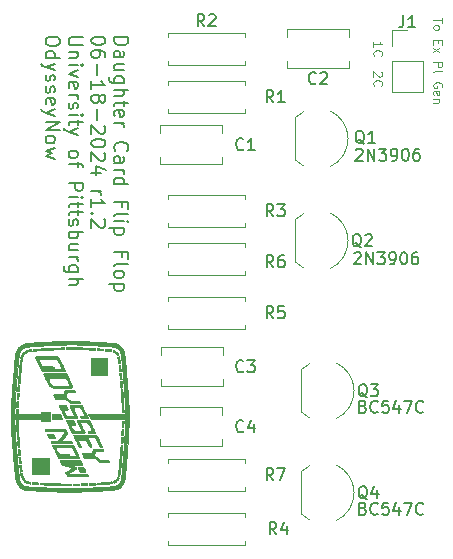
<source format=gbr>
G04 #@! TF.GenerationSoftware,KiCad,Pcbnew,8.0.1*
G04 #@! TF.CreationDate,2024-06-18T21:20:24-04:00*
G04 #@! TF.ProjectId,OdysseyDaughterCardFlipFlop,4f647973-7365-4794-9461-756768746572,1.2*
G04 #@! TF.SameCoordinates,Original*
G04 #@! TF.FileFunction,Legend,Top*
G04 #@! TF.FilePolarity,Positive*
%FSLAX46Y46*%
G04 Gerber Fmt 4.6, Leading zero omitted, Abs format (unit mm)*
G04 Created by KiCad (PCBNEW 8.0.1) date 2024-06-18 21:20:24*
%MOMM*%
%LPD*%
G01*
G04 APERTURE LIST*
%ADD10C,0.100000*%
%ADD11C,0.200000*%
%ADD12C,0.150000*%
%ADD13C,0.120000*%
%ADD14C,0.010000*%
G04 APERTURE END LIST*
D10*
X155784807Y-82722714D02*
X155820521Y-82758428D01*
X155820521Y-82758428D02*
X155856235Y-82829857D01*
X155856235Y-82829857D02*
X155856235Y-83008428D01*
X155856235Y-83008428D02*
X155820521Y-83079857D01*
X155820521Y-83079857D02*
X155784807Y-83115571D01*
X155784807Y-83115571D02*
X155713378Y-83151285D01*
X155713378Y-83151285D02*
X155641950Y-83151285D01*
X155641950Y-83151285D02*
X155534807Y-83115571D01*
X155534807Y-83115571D02*
X155106235Y-82686999D01*
X155106235Y-82686999D02*
X155106235Y-83151285D01*
X155177664Y-83901285D02*
X155141950Y-83865571D01*
X155141950Y-83865571D02*
X155106235Y-83758428D01*
X155106235Y-83758428D02*
X155106235Y-83687000D01*
X155106235Y-83687000D02*
X155141950Y-83579857D01*
X155141950Y-83579857D02*
X155213378Y-83508428D01*
X155213378Y-83508428D02*
X155284807Y-83472714D01*
X155284807Y-83472714D02*
X155427664Y-83437000D01*
X155427664Y-83437000D02*
X155534807Y-83437000D01*
X155534807Y-83437000D02*
X155677664Y-83472714D01*
X155677664Y-83472714D02*
X155749092Y-83508428D01*
X155749092Y-83508428D02*
X155820521Y-83579857D01*
X155820521Y-83579857D02*
X155856235Y-83687000D01*
X155856235Y-83687000D02*
X155856235Y-83758428D01*
X155856235Y-83758428D02*
X155820521Y-83865571D01*
X155820521Y-83865571D02*
X155784807Y-83901285D01*
X155106235Y-80611285D02*
X155106235Y-80182714D01*
X155106235Y-80396999D02*
X155856235Y-80396999D01*
X155856235Y-80396999D02*
X155749092Y-80325571D01*
X155749092Y-80325571D02*
X155677664Y-80254142D01*
X155677664Y-80254142D02*
X155641950Y-80182714D01*
X155177664Y-81361285D02*
X155141950Y-81325571D01*
X155141950Y-81325571D02*
X155106235Y-81218428D01*
X155106235Y-81218428D02*
X155106235Y-81147000D01*
X155106235Y-81147000D02*
X155141950Y-81039857D01*
X155141950Y-81039857D02*
X155213378Y-80968428D01*
X155213378Y-80968428D02*
X155284807Y-80932714D01*
X155284807Y-80932714D02*
X155427664Y-80897000D01*
X155427664Y-80897000D02*
X155534807Y-80897000D01*
X155534807Y-80897000D02*
X155677664Y-80932714D01*
X155677664Y-80932714D02*
X155749092Y-80968428D01*
X155749092Y-80968428D02*
X155820521Y-81039857D01*
X155820521Y-81039857D02*
X155856235Y-81147000D01*
X155856235Y-81147000D02*
X155856235Y-81218428D01*
X155856235Y-81218428D02*
X155820521Y-81325571D01*
X155820521Y-81325571D02*
X155784807Y-81361285D01*
D11*
X133163156Y-79792292D02*
X134363156Y-79792292D01*
X134363156Y-79792292D02*
X134363156Y-80078006D01*
X134363156Y-80078006D02*
X134306013Y-80249435D01*
X134306013Y-80249435D02*
X134191727Y-80363720D01*
X134191727Y-80363720D02*
X134077441Y-80420863D01*
X134077441Y-80420863D02*
X133848870Y-80478006D01*
X133848870Y-80478006D02*
X133677441Y-80478006D01*
X133677441Y-80478006D02*
X133448870Y-80420863D01*
X133448870Y-80420863D02*
X133334584Y-80363720D01*
X133334584Y-80363720D02*
X133220299Y-80249435D01*
X133220299Y-80249435D02*
X133163156Y-80078006D01*
X133163156Y-80078006D02*
X133163156Y-79792292D01*
X133163156Y-81506578D02*
X133791727Y-81506578D01*
X133791727Y-81506578D02*
X133906013Y-81449435D01*
X133906013Y-81449435D02*
X133963156Y-81335149D01*
X133963156Y-81335149D02*
X133963156Y-81106578D01*
X133963156Y-81106578D02*
X133906013Y-80992292D01*
X133220299Y-81506578D02*
X133163156Y-81392292D01*
X133163156Y-81392292D02*
X133163156Y-81106578D01*
X133163156Y-81106578D02*
X133220299Y-80992292D01*
X133220299Y-80992292D02*
X133334584Y-80935149D01*
X133334584Y-80935149D02*
X133448870Y-80935149D01*
X133448870Y-80935149D02*
X133563156Y-80992292D01*
X133563156Y-80992292D02*
X133620299Y-81106578D01*
X133620299Y-81106578D02*
X133620299Y-81392292D01*
X133620299Y-81392292D02*
X133677441Y-81506578D01*
X133963156Y-82592292D02*
X133163156Y-82592292D01*
X133963156Y-82078006D02*
X133334584Y-82078006D01*
X133334584Y-82078006D02*
X133220299Y-82135149D01*
X133220299Y-82135149D02*
X133163156Y-82249434D01*
X133163156Y-82249434D02*
X133163156Y-82420863D01*
X133163156Y-82420863D02*
X133220299Y-82535149D01*
X133220299Y-82535149D02*
X133277441Y-82592292D01*
X133963156Y-83678006D02*
X132991727Y-83678006D01*
X132991727Y-83678006D02*
X132877441Y-83620863D01*
X132877441Y-83620863D02*
X132820299Y-83563720D01*
X132820299Y-83563720D02*
X132763156Y-83449434D01*
X132763156Y-83449434D02*
X132763156Y-83278006D01*
X132763156Y-83278006D02*
X132820299Y-83163720D01*
X133220299Y-83678006D02*
X133163156Y-83563720D01*
X133163156Y-83563720D02*
X133163156Y-83335148D01*
X133163156Y-83335148D02*
X133220299Y-83220863D01*
X133220299Y-83220863D02*
X133277441Y-83163720D01*
X133277441Y-83163720D02*
X133391727Y-83106577D01*
X133391727Y-83106577D02*
X133734584Y-83106577D01*
X133734584Y-83106577D02*
X133848870Y-83163720D01*
X133848870Y-83163720D02*
X133906013Y-83220863D01*
X133906013Y-83220863D02*
X133963156Y-83335148D01*
X133963156Y-83335148D02*
X133963156Y-83563720D01*
X133963156Y-83563720D02*
X133906013Y-83678006D01*
X133163156Y-84249434D02*
X134363156Y-84249434D01*
X133163156Y-84763720D02*
X133791727Y-84763720D01*
X133791727Y-84763720D02*
X133906013Y-84706577D01*
X133906013Y-84706577D02*
X133963156Y-84592291D01*
X133963156Y-84592291D02*
X133963156Y-84420862D01*
X133963156Y-84420862D02*
X133906013Y-84306577D01*
X133906013Y-84306577D02*
X133848870Y-84249434D01*
X133963156Y-85163719D02*
X133963156Y-85620862D01*
X134363156Y-85335148D02*
X133334584Y-85335148D01*
X133334584Y-85335148D02*
X133220299Y-85392291D01*
X133220299Y-85392291D02*
X133163156Y-85506576D01*
X133163156Y-85506576D02*
X133163156Y-85620862D01*
X133220299Y-86478005D02*
X133163156Y-86363719D01*
X133163156Y-86363719D02*
X133163156Y-86135148D01*
X133163156Y-86135148D02*
X133220299Y-86020862D01*
X133220299Y-86020862D02*
X133334584Y-85963719D01*
X133334584Y-85963719D02*
X133791727Y-85963719D01*
X133791727Y-85963719D02*
X133906013Y-86020862D01*
X133906013Y-86020862D02*
X133963156Y-86135148D01*
X133963156Y-86135148D02*
X133963156Y-86363719D01*
X133963156Y-86363719D02*
X133906013Y-86478005D01*
X133906013Y-86478005D02*
X133791727Y-86535148D01*
X133791727Y-86535148D02*
X133677441Y-86535148D01*
X133677441Y-86535148D02*
X133563156Y-85963719D01*
X133163156Y-87049433D02*
X133963156Y-87049433D01*
X133734584Y-87049433D02*
X133848870Y-87106576D01*
X133848870Y-87106576D02*
X133906013Y-87163719D01*
X133906013Y-87163719D02*
X133963156Y-87278004D01*
X133963156Y-87278004D02*
X133963156Y-87392290D01*
X133277441Y-89392290D02*
X133220299Y-89335147D01*
X133220299Y-89335147D02*
X133163156Y-89163719D01*
X133163156Y-89163719D02*
X133163156Y-89049433D01*
X133163156Y-89049433D02*
X133220299Y-88878004D01*
X133220299Y-88878004D02*
X133334584Y-88763719D01*
X133334584Y-88763719D02*
X133448870Y-88706576D01*
X133448870Y-88706576D02*
X133677441Y-88649433D01*
X133677441Y-88649433D02*
X133848870Y-88649433D01*
X133848870Y-88649433D02*
X134077441Y-88706576D01*
X134077441Y-88706576D02*
X134191727Y-88763719D01*
X134191727Y-88763719D02*
X134306013Y-88878004D01*
X134306013Y-88878004D02*
X134363156Y-89049433D01*
X134363156Y-89049433D02*
X134363156Y-89163719D01*
X134363156Y-89163719D02*
X134306013Y-89335147D01*
X134306013Y-89335147D02*
X134248870Y-89392290D01*
X133163156Y-90420862D02*
X133791727Y-90420862D01*
X133791727Y-90420862D02*
X133906013Y-90363719D01*
X133906013Y-90363719D02*
X133963156Y-90249433D01*
X133963156Y-90249433D02*
X133963156Y-90020862D01*
X133963156Y-90020862D02*
X133906013Y-89906576D01*
X133220299Y-90420862D02*
X133163156Y-90306576D01*
X133163156Y-90306576D02*
X133163156Y-90020862D01*
X133163156Y-90020862D02*
X133220299Y-89906576D01*
X133220299Y-89906576D02*
X133334584Y-89849433D01*
X133334584Y-89849433D02*
X133448870Y-89849433D01*
X133448870Y-89849433D02*
X133563156Y-89906576D01*
X133563156Y-89906576D02*
X133620299Y-90020862D01*
X133620299Y-90020862D02*
X133620299Y-90306576D01*
X133620299Y-90306576D02*
X133677441Y-90420862D01*
X133163156Y-90992290D02*
X133963156Y-90992290D01*
X133734584Y-90992290D02*
X133848870Y-91049433D01*
X133848870Y-91049433D02*
X133906013Y-91106576D01*
X133906013Y-91106576D02*
X133963156Y-91220861D01*
X133963156Y-91220861D02*
X133963156Y-91335147D01*
X133163156Y-92249433D02*
X134363156Y-92249433D01*
X133220299Y-92249433D02*
X133163156Y-92135147D01*
X133163156Y-92135147D02*
X133163156Y-91906575D01*
X133163156Y-91906575D02*
X133220299Y-91792290D01*
X133220299Y-91792290D02*
X133277441Y-91735147D01*
X133277441Y-91735147D02*
X133391727Y-91678004D01*
X133391727Y-91678004D02*
X133734584Y-91678004D01*
X133734584Y-91678004D02*
X133848870Y-91735147D01*
X133848870Y-91735147D02*
X133906013Y-91792290D01*
X133906013Y-91792290D02*
X133963156Y-91906575D01*
X133963156Y-91906575D02*
X133963156Y-92135147D01*
X133963156Y-92135147D02*
X133906013Y-92249433D01*
X133791727Y-94135147D02*
X133791727Y-93735147D01*
X133163156Y-93735147D02*
X134363156Y-93735147D01*
X134363156Y-93735147D02*
X134363156Y-94306575D01*
X133163156Y-94935146D02*
X133220299Y-94820861D01*
X133220299Y-94820861D02*
X133334584Y-94763718D01*
X133334584Y-94763718D02*
X134363156Y-94763718D01*
X133163156Y-95392289D02*
X133963156Y-95392289D01*
X134363156Y-95392289D02*
X134306013Y-95335146D01*
X134306013Y-95335146D02*
X134248870Y-95392289D01*
X134248870Y-95392289D02*
X134306013Y-95449432D01*
X134306013Y-95449432D02*
X134363156Y-95392289D01*
X134363156Y-95392289D02*
X134248870Y-95392289D01*
X133963156Y-95963718D02*
X132763156Y-95963718D01*
X133906013Y-95963718D02*
X133963156Y-96078004D01*
X133963156Y-96078004D02*
X133963156Y-96306575D01*
X133963156Y-96306575D02*
X133906013Y-96420861D01*
X133906013Y-96420861D02*
X133848870Y-96478004D01*
X133848870Y-96478004D02*
X133734584Y-96535146D01*
X133734584Y-96535146D02*
X133391727Y-96535146D01*
X133391727Y-96535146D02*
X133277441Y-96478004D01*
X133277441Y-96478004D02*
X133220299Y-96420861D01*
X133220299Y-96420861D02*
X133163156Y-96306575D01*
X133163156Y-96306575D02*
X133163156Y-96078004D01*
X133163156Y-96078004D02*
X133220299Y-95963718D01*
X133791727Y-98363718D02*
X133791727Y-97963718D01*
X133163156Y-97963718D02*
X134363156Y-97963718D01*
X134363156Y-97963718D02*
X134363156Y-98535146D01*
X133163156Y-99163717D02*
X133220299Y-99049432D01*
X133220299Y-99049432D02*
X133334584Y-98992289D01*
X133334584Y-98992289D02*
X134363156Y-98992289D01*
X133163156Y-99792288D02*
X133220299Y-99678003D01*
X133220299Y-99678003D02*
X133277441Y-99620860D01*
X133277441Y-99620860D02*
X133391727Y-99563717D01*
X133391727Y-99563717D02*
X133734584Y-99563717D01*
X133734584Y-99563717D02*
X133848870Y-99620860D01*
X133848870Y-99620860D02*
X133906013Y-99678003D01*
X133906013Y-99678003D02*
X133963156Y-99792288D01*
X133963156Y-99792288D02*
X133963156Y-99963717D01*
X133963156Y-99963717D02*
X133906013Y-100078003D01*
X133906013Y-100078003D02*
X133848870Y-100135146D01*
X133848870Y-100135146D02*
X133734584Y-100192288D01*
X133734584Y-100192288D02*
X133391727Y-100192288D01*
X133391727Y-100192288D02*
X133277441Y-100135146D01*
X133277441Y-100135146D02*
X133220299Y-100078003D01*
X133220299Y-100078003D02*
X133163156Y-99963717D01*
X133163156Y-99963717D02*
X133163156Y-99792288D01*
X133963156Y-100706574D02*
X132763156Y-100706574D01*
X133906013Y-100706574D02*
X133963156Y-100820860D01*
X133963156Y-100820860D02*
X133963156Y-101049431D01*
X133963156Y-101049431D02*
X133906013Y-101163717D01*
X133906013Y-101163717D02*
X133848870Y-101220860D01*
X133848870Y-101220860D02*
X133734584Y-101278002D01*
X133734584Y-101278002D02*
X133391727Y-101278002D01*
X133391727Y-101278002D02*
X133277441Y-101220860D01*
X133277441Y-101220860D02*
X133220299Y-101163717D01*
X133220299Y-101163717D02*
X133163156Y-101049431D01*
X133163156Y-101049431D02*
X133163156Y-100820860D01*
X133163156Y-100820860D02*
X133220299Y-100706574D01*
X132431223Y-80020863D02*
X132431223Y-80135149D01*
X132431223Y-80135149D02*
X132374080Y-80249435D01*
X132374080Y-80249435D02*
X132316937Y-80306578D01*
X132316937Y-80306578D02*
X132202651Y-80363720D01*
X132202651Y-80363720D02*
X131974080Y-80420863D01*
X131974080Y-80420863D02*
X131688366Y-80420863D01*
X131688366Y-80420863D02*
X131459794Y-80363720D01*
X131459794Y-80363720D02*
X131345508Y-80306578D01*
X131345508Y-80306578D02*
X131288366Y-80249435D01*
X131288366Y-80249435D02*
X131231223Y-80135149D01*
X131231223Y-80135149D02*
X131231223Y-80020863D01*
X131231223Y-80020863D02*
X131288366Y-79906578D01*
X131288366Y-79906578D02*
X131345508Y-79849435D01*
X131345508Y-79849435D02*
X131459794Y-79792292D01*
X131459794Y-79792292D02*
X131688366Y-79735149D01*
X131688366Y-79735149D02*
X131974080Y-79735149D01*
X131974080Y-79735149D02*
X132202651Y-79792292D01*
X132202651Y-79792292D02*
X132316937Y-79849435D01*
X132316937Y-79849435D02*
X132374080Y-79906578D01*
X132374080Y-79906578D02*
X132431223Y-80020863D01*
X132431223Y-81449435D02*
X132431223Y-81220863D01*
X132431223Y-81220863D02*
X132374080Y-81106577D01*
X132374080Y-81106577D02*
X132316937Y-81049435D01*
X132316937Y-81049435D02*
X132145508Y-80935149D01*
X132145508Y-80935149D02*
X131916937Y-80878006D01*
X131916937Y-80878006D02*
X131459794Y-80878006D01*
X131459794Y-80878006D02*
X131345508Y-80935149D01*
X131345508Y-80935149D02*
X131288366Y-80992292D01*
X131288366Y-80992292D02*
X131231223Y-81106577D01*
X131231223Y-81106577D02*
X131231223Y-81335149D01*
X131231223Y-81335149D02*
X131288366Y-81449435D01*
X131288366Y-81449435D02*
X131345508Y-81506577D01*
X131345508Y-81506577D02*
X131459794Y-81563720D01*
X131459794Y-81563720D02*
X131745508Y-81563720D01*
X131745508Y-81563720D02*
X131859794Y-81506577D01*
X131859794Y-81506577D02*
X131916937Y-81449435D01*
X131916937Y-81449435D02*
X131974080Y-81335149D01*
X131974080Y-81335149D02*
X131974080Y-81106577D01*
X131974080Y-81106577D02*
X131916937Y-80992292D01*
X131916937Y-80992292D02*
X131859794Y-80935149D01*
X131859794Y-80935149D02*
X131745508Y-80878006D01*
X131688366Y-82078006D02*
X131688366Y-82992292D01*
X131231223Y-84192291D02*
X131231223Y-83506577D01*
X131231223Y-83849434D02*
X132431223Y-83849434D01*
X132431223Y-83849434D02*
X132259794Y-83735148D01*
X132259794Y-83735148D02*
X132145508Y-83620863D01*
X132145508Y-83620863D02*
X132088366Y-83506577D01*
X131916937Y-84878005D02*
X131974080Y-84763720D01*
X131974080Y-84763720D02*
X132031223Y-84706577D01*
X132031223Y-84706577D02*
X132145508Y-84649434D01*
X132145508Y-84649434D02*
X132202651Y-84649434D01*
X132202651Y-84649434D02*
X132316937Y-84706577D01*
X132316937Y-84706577D02*
X132374080Y-84763720D01*
X132374080Y-84763720D02*
X132431223Y-84878005D01*
X132431223Y-84878005D02*
X132431223Y-85106577D01*
X132431223Y-85106577D02*
X132374080Y-85220863D01*
X132374080Y-85220863D02*
X132316937Y-85278005D01*
X132316937Y-85278005D02*
X132202651Y-85335148D01*
X132202651Y-85335148D02*
X132145508Y-85335148D01*
X132145508Y-85335148D02*
X132031223Y-85278005D01*
X132031223Y-85278005D02*
X131974080Y-85220863D01*
X131974080Y-85220863D02*
X131916937Y-85106577D01*
X131916937Y-85106577D02*
X131916937Y-84878005D01*
X131916937Y-84878005D02*
X131859794Y-84763720D01*
X131859794Y-84763720D02*
X131802651Y-84706577D01*
X131802651Y-84706577D02*
X131688366Y-84649434D01*
X131688366Y-84649434D02*
X131459794Y-84649434D01*
X131459794Y-84649434D02*
X131345508Y-84706577D01*
X131345508Y-84706577D02*
X131288366Y-84763720D01*
X131288366Y-84763720D02*
X131231223Y-84878005D01*
X131231223Y-84878005D02*
X131231223Y-85106577D01*
X131231223Y-85106577D02*
X131288366Y-85220863D01*
X131288366Y-85220863D02*
X131345508Y-85278005D01*
X131345508Y-85278005D02*
X131459794Y-85335148D01*
X131459794Y-85335148D02*
X131688366Y-85335148D01*
X131688366Y-85335148D02*
X131802651Y-85278005D01*
X131802651Y-85278005D02*
X131859794Y-85220863D01*
X131859794Y-85220863D02*
X131916937Y-85106577D01*
X131688366Y-85849434D02*
X131688366Y-86763720D01*
X132316937Y-87278005D02*
X132374080Y-87335148D01*
X132374080Y-87335148D02*
X132431223Y-87449434D01*
X132431223Y-87449434D02*
X132431223Y-87735148D01*
X132431223Y-87735148D02*
X132374080Y-87849434D01*
X132374080Y-87849434D02*
X132316937Y-87906576D01*
X132316937Y-87906576D02*
X132202651Y-87963719D01*
X132202651Y-87963719D02*
X132088366Y-87963719D01*
X132088366Y-87963719D02*
X131916937Y-87906576D01*
X131916937Y-87906576D02*
X131231223Y-87220862D01*
X131231223Y-87220862D02*
X131231223Y-87963719D01*
X132431223Y-88706576D02*
X132431223Y-88820862D01*
X132431223Y-88820862D02*
X132374080Y-88935148D01*
X132374080Y-88935148D02*
X132316937Y-88992291D01*
X132316937Y-88992291D02*
X132202651Y-89049433D01*
X132202651Y-89049433D02*
X131974080Y-89106576D01*
X131974080Y-89106576D02*
X131688366Y-89106576D01*
X131688366Y-89106576D02*
X131459794Y-89049433D01*
X131459794Y-89049433D02*
X131345508Y-88992291D01*
X131345508Y-88992291D02*
X131288366Y-88935148D01*
X131288366Y-88935148D02*
X131231223Y-88820862D01*
X131231223Y-88820862D02*
X131231223Y-88706576D01*
X131231223Y-88706576D02*
X131288366Y-88592291D01*
X131288366Y-88592291D02*
X131345508Y-88535148D01*
X131345508Y-88535148D02*
X131459794Y-88478005D01*
X131459794Y-88478005D02*
X131688366Y-88420862D01*
X131688366Y-88420862D02*
X131974080Y-88420862D01*
X131974080Y-88420862D02*
X132202651Y-88478005D01*
X132202651Y-88478005D02*
X132316937Y-88535148D01*
X132316937Y-88535148D02*
X132374080Y-88592291D01*
X132374080Y-88592291D02*
X132431223Y-88706576D01*
X132316937Y-89563719D02*
X132374080Y-89620862D01*
X132374080Y-89620862D02*
X132431223Y-89735148D01*
X132431223Y-89735148D02*
X132431223Y-90020862D01*
X132431223Y-90020862D02*
X132374080Y-90135148D01*
X132374080Y-90135148D02*
X132316937Y-90192290D01*
X132316937Y-90192290D02*
X132202651Y-90249433D01*
X132202651Y-90249433D02*
X132088366Y-90249433D01*
X132088366Y-90249433D02*
X131916937Y-90192290D01*
X131916937Y-90192290D02*
X131231223Y-89506576D01*
X131231223Y-89506576D02*
X131231223Y-90249433D01*
X132031223Y-91278005D02*
X131231223Y-91278005D01*
X132488366Y-90992290D02*
X131631223Y-90706576D01*
X131631223Y-90706576D02*
X131631223Y-91449433D01*
X131231223Y-92820862D02*
X132031223Y-92820862D01*
X131802651Y-92820862D02*
X131916937Y-92878005D01*
X131916937Y-92878005D02*
X131974080Y-92935148D01*
X131974080Y-92935148D02*
X132031223Y-93049433D01*
X132031223Y-93049433D02*
X132031223Y-93163719D01*
X131231223Y-94192290D02*
X131231223Y-93506576D01*
X131231223Y-93849433D02*
X132431223Y-93849433D01*
X132431223Y-93849433D02*
X132259794Y-93735147D01*
X132259794Y-93735147D02*
X132145508Y-93620862D01*
X132145508Y-93620862D02*
X132088366Y-93506576D01*
X131345508Y-94706576D02*
X131288366Y-94763719D01*
X131288366Y-94763719D02*
X131231223Y-94706576D01*
X131231223Y-94706576D02*
X131288366Y-94649433D01*
X131288366Y-94649433D02*
X131345508Y-94706576D01*
X131345508Y-94706576D02*
X131231223Y-94706576D01*
X132316937Y-95220862D02*
X132374080Y-95278005D01*
X132374080Y-95278005D02*
X132431223Y-95392291D01*
X132431223Y-95392291D02*
X132431223Y-95678005D01*
X132431223Y-95678005D02*
X132374080Y-95792291D01*
X132374080Y-95792291D02*
X132316937Y-95849433D01*
X132316937Y-95849433D02*
X132202651Y-95906576D01*
X132202651Y-95906576D02*
X132088366Y-95906576D01*
X132088366Y-95906576D02*
X131916937Y-95849433D01*
X131916937Y-95849433D02*
X131231223Y-95163719D01*
X131231223Y-95163719D02*
X131231223Y-95906576D01*
X130499290Y-79792292D02*
X129527861Y-79792292D01*
X129527861Y-79792292D02*
X129413575Y-79849435D01*
X129413575Y-79849435D02*
X129356433Y-79906578D01*
X129356433Y-79906578D02*
X129299290Y-80020863D01*
X129299290Y-80020863D02*
X129299290Y-80249435D01*
X129299290Y-80249435D02*
X129356433Y-80363720D01*
X129356433Y-80363720D02*
X129413575Y-80420863D01*
X129413575Y-80420863D02*
X129527861Y-80478006D01*
X129527861Y-80478006D02*
X130499290Y-80478006D01*
X130099290Y-81049435D02*
X129299290Y-81049435D01*
X129985004Y-81049435D02*
X130042147Y-81106578D01*
X130042147Y-81106578D02*
X130099290Y-81220863D01*
X130099290Y-81220863D02*
X130099290Y-81392292D01*
X130099290Y-81392292D02*
X130042147Y-81506578D01*
X130042147Y-81506578D02*
X129927861Y-81563721D01*
X129927861Y-81563721D02*
X129299290Y-81563721D01*
X129299290Y-82135149D02*
X130099290Y-82135149D01*
X130499290Y-82135149D02*
X130442147Y-82078006D01*
X130442147Y-82078006D02*
X130385004Y-82135149D01*
X130385004Y-82135149D02*
X130442147Y-82192292D01*
X130442147Y-82192292D02*
X130499290Y-82135149D01*
X130499290Y-82135149D02*
X130385004Y-82135149D01*
X130099290Y-82592292D02*
X129299290Y-82878006D01*
X129299290Y-82878006D02*
X130099290Y-83163721D01*
X129356433Y-84078007D02*
X129299290Y-83963721D01*
X129299290Y-83963721D02*
X129299290Y-83735150D01*
X129299290Y-83735150D02*
X129356433Y-83620864D01*
X129356433Y-83620864D02*
X129470718Y-83563721D01*
X129470718Y-83563721D02*
X129927861Y-83563721D01*
X129927861Y-83563721D02*
X130042147Y-83620864D01*
X130042147Y-83620864D02*
X130099290Y-83735150D01*
X130099290Y-83735150D02*
X130099290Y-83963721D01*
X130099290Y-83963721D02*
X130042147Y-84078007D01*
X130042147Y-84078007D02*
X129927861Y-84135150D01*
X129927861Y-84135150D02*
X129813575Y-84135150D01*
X129813575Y-84135150D02*
X129699290Y-83563721D01*
X129299290Y-84649435D02*
X130099290Y-84649435D01*
X129870718Y-84649435D02*
X129985004Y-84706578D01*
X129985004Y-84706578D02*
X130042147Y-84763721D01*
X130042147Y-84763721D02*
X130099290Y-84878006D01*
X130099290Y-84878006D02*
X130099290Y-84992292D01*
X129356433Y-85335149D02*
X129299290Y-85449435D01*
X129299290Y-85449435D02*
X129299290Y-85678006D01*
X129299290Y-85678006D02*
X129356433Y-85792292D01*
X129356433Y-85792292D02*
X129470718Y-85849435D01*
X129470718Y-85849435D02*
X129527861Y-85849435D01*
X129527861Y-85849435D02*
X129642147Y-85792292D01*
X129642147Y-85792292D02*
X129699290Y-85678006D01*
X129699290Y-85678006D02*
X129699290Y-85506578D01*
X129699290Y-85506578D02*
X129756433Y-85392292D01*
X129756433Y-85392292D02*
X129870718Y-85335149D01*
X129870718Y-85335149D02*
X129927861Y-85335149D01*
X129927861Y-85335149D02*
X130042147Y-85392292D01*
X130042147Y-85392292D02*
X130099290Y-85506578D01*
X130099290Y-85506578D02*
X130099290Y-85678006D01*
X130099290Y-85678006D02*
X130042147Y-85792292D01*
X129299290Y-86363721D02*
X130099290Y-86363721D01*
X130499290Y-86363721D02*
X130442147Y-86306578D01*
X130442147Y-86306578D02*
X130385004Y-86363721D01*
X130385004Y-86363721D02*
X130442147Y-86420864D01*
X130442147Y-86420864D02*
X130499290Y-86363721D01*
X130499290Y-86363721D02*
X130385004Y-86363721D01*
X130099290Y-86763721D02*
X130099290Y-87220864D01*
X130499290Y-86935150D02*
X129470718Y-86935150D01*
X129470718Y-86935150D02*
X129356433Y-86992293D01*
X129356433Y-86992293D02*
X129299290Y-87106578D01*
X129299290Y-87106578D02*
X129299290Y-87220864D01*
X130099290Y-87506578D02*
X129299290Y-87792292D01*
X130099290Y-88078007D02*
X129299290Y-87792292D01*
X129299290Y-87792292D02*
X129013575Y-87678007D01*
X129013575Y-87678007D02*
X128956433Y-87620864D01*
X128956433Y-87620864D02*
X128899290Y-87506578D01*
X129299290Y-89620864D02*
X129356433Y-89506579D01*
X129356433Y-89506579D02*
X129413575Y-89449436D01*
X129413575Y-89449436D02*
X129527861Y-89392293D01*
X129527861Y-89392293D02*
X129870718Y-89392293D01*
X129870718Y-89392293D02*
X129985004Y-89449436D01*
X129985004Y-89449436D02*
X130042147Y-89506579D01*
X130042147Y-89506579D02*
X130099290Y-89620864D01*
X130099290Y-89620864D02*
X130099290Y-89792293D01*
X130099290Y-89792293D02*
X130042147Y-89906579D01*
X130042147Y-89906579D02*
X129985004Y-89963722D01*
X129985004Y-89963722D02*
X129870718Y-90020864D01*
X129870718Y-90020864D02*
X129527861Y-90020864D01*
X129527861Y-90020864D02*
X129413575Y-89963722D01*
X129413575Y-89963722D02*
X129356433Y-89906579D01*
X129356433Y-89906579D02*
X129299290Y-89792293D01*
X129299290Y-89792293D02*
X129299290Y-89620864D01*
X130099290Y-90363721D02*
X130099290Y-90820864D01*
X129299290Y-90535150D02*
X130327861Y-90535150D01*
X130327861Y-90535150D02*
X130442147Y-90592293D01*
X130442147Y-90592293D02*
X130499290Y-90706578D01*
X130499290Y-90706578D02*
X130499290Y-90820864D01*
X129299290Y-92135150D02*
X130499290Y-92135150D01*
X130499290Y-92135150D02*
X130499290Y-92592293D01*
X130499290Y-92592293D02*
X130442147Y-92706578D01*
X130442147Y-92706578D02*
X130385004Y-92763721D01*
X130385004Y-92763721D02*
X130270718Y-92820864D01*
X130270718Y-92820864D02*
X130099290Y-92820864D01*
X130099290Y-92820864D02*
X129985004Y-92763721D01*
X129985004Y-92763721D02*
X129927861Y-92706578D01*
X129927861Y-92706578D02*
X129870718Y-92592293D01*
X129870718Y-92592293D02*
X129870718Y-92135150D01*
X129299290Y-93335150D02*
X130099290Y-93335150D01*
X130499290Y-93335150D02*
X130442147Y-93278007D01*
X130442147Y-93278007D02*
X130385004Y-93335150D01*
X130385004Y-93335150D02*
X130442147Y-93392293D01*
X130442147Y-93392293D02*
X130499290Y-93335150D01*
X130499290Y-93335150D02*
X130385004Y-93335150D01*
X130099290Y-93735150D02*
X130099290Y-94192293D01*
X130499290Y-93906579D02*
X129470718Y-93906579D01*
X129470718Y-93906579D02*
X129356433Y-93963722D01*
X129356433Y-93963722D02*
X129299290Y-94078007D01*
X129299290Y-94078007D02*
X129299290Y-94192293D01*
X130099290Y-94420864D02*
X130099290Y-94878007D01*
X130499290Y-94592293D02*
X129470718Y-94592293D01*
X129470718Y-94592293D02*
X129356433Y-94649436D01*
X129356433Y-94649436D02*
X129299290Y-94763721D01*
X129299290Y-94763721D02*
X129299290Y-94878007D01*
X129356433Y-95220864D02*
X129299290Y-95335150D01*
X129299290Y-95335150D02*
X129299290Y-95563721D01*
X129299290Y-95563721D02*
X129356433Y-95678007D01*
X129356433Y-95678007D02*
X129470718Y-95735150D01*
X129470718Y-95735150D02*
X129527861Y-95735150D01*
X129527861Y-95735150D02*
X129642147Y-95678007D01*
X129642147Y-95678007D02*
X129699290Y-95563721D01*
X129699290Y-95563721D02*
X129699290Y-95392293D01*
X129699290Y-95392293D02*
X129756433Y-95278007D01*
X129756433Y-95278007D02*
X129870718Y-95220864D01*
X129870718Y-95220864D02*
X129927861Y-95220864D01*
X129927861Y-95220864D02*
X130042147Y-95278007D01*
X130042147Y-95278007D02*
X130099290Y-95392293D01*
X130099290Y-95392293D02*
X130099290Y-95563721D01*
X130099290Y-95563721D02*
X130042147Y-95678007D01*
X129299290Y-96249436D02*
X130499290Y-96249436D01*
X130042147Y-96249436D02*
X130099290Y-96363722D01*
X130099290Y-96363722D02*
X130099290Y-96592293D01*
X130099290Y-96592293D02*
X130042147Y-96706579D01*
X130042147Y-96706579D02*
X129985004Y-96763722D01*
X129985004Y-96763722D02*
X129870718Y-96820864D01*
X129870718Y-96820864D02*
X129527861Y-96820864D01*
X129527861Y-96820864D02*
X129413575Y-96763722D01*
X129413575Y-96763722D02*
X129356433Y-96706579D01*
X129356433Y-96706579D02*
X129299290Y-96592293D01*
X129299290Y-96592293D02*
X129299290Y-96363722D01*
X129299290Y-96363722D02*
X129356433Y-96249436D01*
X130099290Y-97849436D02*
X129299290Y-97849436D01*
X130099290Y-97335150D02*
X129470718Y-97335150D01*
X129470718Y-97335150D02*
X129356433Y-97392293D01*
X129356433Y-97392293D02*
X129299290Y-97506578D01*
X129299290Y-97506578D02*
X129299290Y-97678007D01*
X129299290Y-97678007D02*
X129356433Y-97792293D01*
X129356433Y-97792293D02*
X129413575Y-97849436D01*
X129299290Y-98420864D02*
X130099290Y-98420864D01*
X129870718Y-98420864D02*
X129985004Y-98478007D01*
X129985004Y-98478007D02*
X130042147Y-98535150D01*
X130042147Y-98535150D02*
X130099290Y-98649435D01*
X130099290Y-98649435D02*
X130099290Y-98763721D01*
X130099290Y-99678007D02*
X129127861Y-99678007D01*
X129127861Y-99678007D02*
X129013575Y-99620864D01*
X129013575Y-99620864D02*
X128956433Y-99563721D01*
X128956433Y-99563721D02*
X128899290Y-99449435D01*
X128899290Y-99449435D02*
X128899290Y-99278007D01*
X128899290Y-99278007D02*
X128956433Y-99163721D01*
X129356433Y-99678007D02*
X129299290Y-99563721D01*
X129299290Y-99563721D02*
X129299290Y-99335149D01*
X129299290Y-99335149D02*
X129356433Y-99220864D01*
X129356433Y-99220864D02*
X129413575Y-99163721D01*
X129413575Y-99163721D02*
X129527861Y-99106578D01*
X129527861Y-99106578D02*
X129870718Y-99106578D01*
X129870718Y-99106578D02*
X129985004Y-99163721D01*
X129985004Y-99163721D02*
X130042147Y-99220864D01*
X130042147Y-99220864D02*
X130099290Y-99335149D01*
X130099290Y-99335149D02*
X130099290Y-99563721D01*
X130099290Y-99563721D02*
X130042147Y-99678007D01*
X129299290Y-100249435D02*
X130499290Y-100249435D01*
X129299290Y-100763721D02*
X129927861Y-100763721D01*
X129927861Y-100763721D02*
X130042147Y-100706578D01*
X130042147Y-100706578D02*
X130099290Y-100592292D01*
X130099290Y-100592292D02*
X130099290Y-100420863D01*
X130099290Y-100420863D02*
X130042147Y-100306578D01*
X130042147Y-100306578D02*
X129985004Y-100249435D01*
X128567357Y-80020863D02*
X128567357Y-80249435D01*
X128567357Y-80249435D02*
X128510214Y-80363720D01*
X128510214Y-80363720D02*
X128395928Y-80478006D01*
X128395928Y-80478006D02*
X128167357Y-80535149D01*
X128167357Y-80535149D02*
X127767357Y-80535149D01*
X127767357Y-80535149D02*
X127538785Y-80478006D01*
X127538785Y-80478006D02*
X127424500Y-80363720D01*
X127424500Y-80363720D02*
X127367357Y-80249435D01*
X127367357Y-80249435D02*
X127367357Y-80020863D01*
X127367357Y-80020863D02*
X127424500Y-79906578D01*
X127424500Y-79906578D02*
X127538785Y-79792292D01*
X127538785Y-79792292D02*
X127767357Y-79735149D01*
X127767357Y-79735149D02*
X128167357Y-79735149D01*
X128167357Y-79735149D02*
X128395928Y-79792292D01*
X128395928Y-79792292D02*
X128510214Y-79906578D01*
X128510214Y-79906578D02*
X128567357Y-80020863D01*
X127367357Y-81563721D02*
X128567357Y-81563721D01*
X127424500Y-81563721D02*
X127367357Y-81449435D01*
X127367357Y-81449435D02*
X127367357Y-81220863D01*
X127367357Y-81220863D02*
X127424500Y-81106578D01*
X127424500Y-81106578D02*
X127481642Y-81049435D01*
X127481642Y-81049435D02*
X127595928Y-80992292D01*
X127595928Y-80992292D02*
X127938785Y-80992292D01*
X127938785Y-80992292D02*
X128053071Y-81049435D01*
X128053071Y-81049435D02*
X128110214Y-81106578D01*
X128110214Y-81106578D02*
X128167357Y-81220863D01*
X128167357Y-81220863D02*
X128167357Y-81449435D01*
X128167357Y-81449435D02*
X128110214Y-81563721D01*
X128167357Y-82020863D02*
X127367357Y-82306577D01*
X128167357Y-82592292D02*
X127367357Y-82306577D01*
X127367357Y-82306577D02*
X127081642Y-82192292D01*
X127081642Y-82192292D02*
X127024500Y-82135149D01*
X127024500Y-82135149D02*
X126967357Y-82020863D01*
X127424500Y-82992292D02*
X127367357Y-83106578D01*
X127367357Y-83106578D02*
X127367357Y-83335149D01*
X127367357Y-83335149D02*
X127424500Y-83449435D01*
X127424500Y-83449435D02*
X127538785Y-83506578D01*
X127538785Y-83506578D02*
X127595928Y-83506578D01*
X127595928Y-83506578D02*
X127710214Y-83449435D01*
X127710214Y-83449435D02*
X127767357Y-83335149D01*
X127767357Y-83335149D02*
X127767357Y-83163721D01*
X127767357Y-83163721D02*
X127824500Y-83049435D01*
X127824500Y-83049435D02*
X127938785Y-82992292D01*
X127938785Y-82992292D02*
X127995928Y-82992292D01*
X127995928Y-82992292D02*
X128110214Y-83049435D01*
X128110214Y-83049435D02*
X128167357Y-83163721D01*
X128167357Y-83163721D02*
X128167357Y-83335149D01*
X128167357Y-83335149D02*
X128110214Y-83449435D01*
X127424500Y-83963721D02*
X127367357Y-84078007D01*
X127367357Y-84078007D02*
X127367357Y-84306578D01*
X127367357Y-84306578D02*
X127424500Y-84420864D01*
X127424500Y-84420864D02*
X127538785Y-84478007D01*
X127538785Y-84478007D02*
X127595928Y-84478007D01*
X127595928Y-84478007D02*
X127710214Y-84420864D01*
X127710214Y-84420864D02*
X127767357Y-84306578D01*
X127767357Y-84306578D02*
X127767357Y-84135150D01*
X127767357Y-84135150D02*
X127824500Y-84020864D01*
X127824500Y-84020864D02*
X127938785Y-83963721D01*
X127938785Y-83963721D02*
X127995928Y-83963721D01*
X127995928Y-83963721D02*
X128110214Y-84020864D01*
X128110214Y-84020864D02*
X128167357Y-84135150D01*
X128167357Y-84135150D02*
X128167357Y-84306578D01*
X128167357Y-84306578D02*
X128110214Y-84420864D01*
X127424500Y-85449436D02*
X127367357Y-85335150D01*
X127367357Y-85335150D02*
X127367357Y-85106579D01*
X127367357Y-85106579D02*
X127424500Y-84992293D01*
X127424500Y-84992293D02*
X127538785Y-84935150D01*
X127538785Y-84935150D02*
X127995928Y-84935150D01*
X127995928Y-84935150D02*
X128110214Y-84992293D01*
X128110214Y-84992293D02*
X128167357Y-85106579D01*
X128167357Y-85106579D02*
X128167357Y-85335150D01*
X128167357Y-85335150D02*
X128110214Y-85449436D01*
X128110214Y-85449436D02*
X127995928Y-85506579D01*
X127995928Y-85506579D02*
X127881642Y-85506579D01*
X127881642Y-85506579D02*
X127767357Y-84935150D01*
X128167357Y-85906578D02*
X127367357Y-86192292D01*
X128167357Y-86478007D02*
X127367357Y-86192292D01*
X127367357Y-86192292D02*
X127081642Y-86078007D01*
X127081642Y-86078007D02*
X127024500Y-86020864D01*
X127024500Y-86020864D02*
X126967357Y-85906578D01*
X127367357Y-86935150D02*
X128567357Y-86935150D01*
X128567357Y-86935150D02*
X127367357Y-87620864D01*
X127367357Y-87620864D02*
X128567357Y-87620864D01*
X127367357Y-88363721D02*
X127424500Y-88249436D01*
X127424500Y-88249436D02*
X127481642Y-88192293D01*
X127481642Y-88192293D02*
X127595928Y-88135150D01*
X127595928Y-88135150D02*
X127938785Y-88135150D01*
X127938785Y-88135150D02*
X128053071Y-88192293D01*
X128053071Y-88192293D02*
X128110214Y-88249436D01*
X128110214Y-88249436D02*
X128167357Y-88363721D01*
X128167357Y-88363721D02*
X128167357Y-88535150D01*
X128167357Y-88535150D02*
X128110214Y-88649436D01*
X128110214Y-88649436D02*
X128053071Y-88706579D01*
X128053071Y-88706579D02*
X127938785Y-88763721D01*
X127938785Y-88763721D02*
X127595928Y-88763721D01*
X127595928Y-88763721D02*
X127481642Y-88706579D01*
X127481642Y-88706579D02*
X127424500Y-88649436D01*
X127424500Y-88649436D02*
X127367357Y-88535150D01*
X127367357Y-88535150D02*
X127367357Y-88363721D01*
X128167357Y-89163721D02*
X127367357Y-89392293D01*
X127367357Y-89392293D02*
X127938785Y-89620864D01*
X127938785Y-89620864D02*
X127367357Y-89849435D01*
X127367357Y-89849435D02*
X128167357Y-90078007D01*
D10*
X160936235Y-78127285D02*
X160936235Y-78555857D01*
X160186235Y-78341571D02*
X160936235Y-78341571D01*
X160186235Y-78913000D02*
X160221950Y-78841571D01*
X160221950Y-78841571D02*
X160257664Y-78805857D01*
X160257664Y-78805857D02*
X160329092Y-78770143D01*
X160329092Y-78770143D02*
X160543378Y-78770143D01*
X160543378Y-78770143D02*
X160614807Y-78805857D01*
X160614807Y-78805857D02*
X160650521Y-78841571D01*
X160650521Y-78841571D02*
X160686235Y-78913000D01*
X160686235Y-78913000D02*
X160686235Y-79020143D01*
X160686235Y-79020143D02*
X160650521Y-79091571D01*
X160650521Y-79091571D02*
X160614807Y-79127286D01*
X160614807Y-79127286D02*
X160543378Y-79163000D01*
X160543378Y-79163000D02*
X160329092Y-79163000D01*
X160329092Y-79163000D02*
X160257664Y-79127286D01*
X160257664Y-79127286D02*
X160221950Y-79091571D01*
X160221950Y-79091571D02*
X160186235Y-79020143D01*
X160186235Y-79020143D02*
X160186235Y-78913000D01*
X160579092Y-80055857D02*
X160579092Y-80305857D01*
X160186235Y-80413000D02*
X160186235Y-80055857D01*
X160186235Y-80055857D02*
X160936235Y-80055857D01*
X160936235Y-80055857D02*
X160936235Y-80413000D01*
X160186235Y-80662999D02*
X160686235Y-81055857D01*
X160686235Y-80662999D02*
X160186235Y-81055857D01*
X160186235Y-81913000D02*
X160936235Y-81913000D01*
X160936235Y-81913000D02*
X160936235Y-82198714D01*
X160936235Y-82198714D02*
X160900521Y-82270143D01*
X160900521Y-82270143D02*
X160864807Y-82305857D01*
X160864807Y-82305857D02*
X160793378Y-82341571D01*
X160793378Y-82341571D02*
X160686235Y-82341571D01*
X160686235Y-82341571D02*
X160614807Y-82305857D01*
X160614807Y-82305857D02*
X160579092Y-82270143D01*
X160579092Y-82270143D02*
X160543378Y-82198714D01*
X160543378Y-82198714D02*
X160543378Y-81913000D01*
X160186235Y-82770143D02*
X160221950Y-82698714D01*
X160221950Y-82698714D02*
X160293378Y-82663000D01*
X160293378Y-82663000D02*
X160936235Y-82663000D01*
X160900521Y-84020143D02*
X160936235Y-83948715D01*
X160936235Y-83948715D02*
X160936235Y-83841572D01*
X160936235Y-83841572D02*
X160900521Y-83734429D01*
X160900521Y-83734429D02*
X160829092Y-83663000D01*
X160829092Y-83663000D02*
X160757664Y-83627286D01*
X160757664Y-83627286D02*
X160614807Y-83591572D01*
X160614807Y-83591572D02*
X160507664Y-83591572D01*
X160507664Y-83591572D02*
X160364807Y-83627286D01*
X160364807Y-83627286D02*
X160293378Y-83663000D01*
X160293378Y-83663000D02*
X160221950Y-83734429D01*
X160221950Y-83734429D02*
X160186235Y-83841572D01*
X160186235Y-83841572D02*
X160186235Y-83913000D01*
X160186235Y-83913000D02*
X160221950Y-84020143D01*
X160221950Y-84020143D02*
X160257664Y-84055857D01*
X160257664Y-84055857D02*
X160507664Y-84055857D01*
X160507664Y-84055857D02*
X160507664Y-83913000D01*
X160221950Y-84663000D02*
X160186235Y-84591572D01*
X160186235Y-84591572D02*
X160186235Y-84448715D01*
X160186235Y-84448715D02*
X160221950Y-84377286D01*
X160221950Y-84377286D02*
X160293378Y-84341572D01*
X160293378Y-84341572D02*
X160579092Y-84341572D01*
X160579092Y-84341572D02*
X160650521Y-84377286D01*
X160650521Y-84377286D02*
X160686235Y-84448715D01*
X160686235Y-84448715D02*
X160686235Y-84591572D01*
X160686235Y-84591572D02*
X160650521Y-84663000D01*
X160650521Y-84663000D02*
X160579092Y-84698715D01*
X160579092Y-84698715D02*
X160507664Y-84698715D01*
X160507664Y-84698715D02*
X160436235Y-84341572D01*
X160686235Y-85020143D02*
X160186235Y-85020143D01*
X160614807Y-85020143D02*
X160650521Y-85055857D01*
X160650521Y-85055857D02*
X160686235Y-85127286D01*
X160686235Y-85127286D02*
X160686235Y-85234429D01*
X160686235Y-85234429D02*
X160650521Y-85305857D01*
X160650521Y-85305857D02*
X160579092Y-85341572D01*
X160579092Y-85341572D02*
X160186235Y-85341572D01*
D12*
X144105333Y-89259580D02*
X144057714Y-89307200D01*
X144057714Y-89307200D02*
X143914857Y-89354819D01*
X143914857Y-89354819D02*
X143819619Y-89354819D01*
X143819619Y-89354819D02*
X143676762Y-89307200D01*
X143676762Y-89307200D02*
X143581524Y-89211961D01*
X143581524Y-89211961D02*
X143533905Y-89116723D01*
X143533905Y-89116723D02*
X143486286Y-88926247D01*
X143486286Y-88926247D02*
X143486286Y-88783390D01*
X143486286Y-88783390D02*
X143533905Y-88592914D01*
X143533905Y-88592914D02*
X143581524Y-88497676D01*
X143581524Y-88497676D02*
X143676762Y-88402438D01*
X143676762Y-88402438D02*
X143819619Y-88354819D01*
X143819619Y-88354819D02*
X143914857Y-88354819D01*
X143914857Y-88354819D02*
X144057714Y-88402438D01*
X144057714Y-88402438D02*
X144105333Y-88450057D01*
X145057714Y-89354819D02*
X144486286Y-89354819D01*
X144772000Y-89354819D02*
X144772000Y-88354819D01*
X144772000Y-88354819D02*
X144676762Y-88497676D01*
X144676762Y-88497676D02*
X144581524Y-88592914D01*
X144581524Y-88592914D02*
X144486286Y-88640533D01*
X150241333Y-83671580D02*
X150193714Y-83719200D01*
X150193714Y-83719200D02*
X150050857Y-83766819D01*
X150050857Y-83766819D02*
X149955619Y-83766819D01*
X149955619Y-83766819D02*
X149812762Y-83719200D01*
X149812762Y-83719200D02*
X149717524Y-83623961D01*
X149717524Y-83623961D02*
X149669905Y-83528723D01*
X149669905Y-83528723D02*
X149622286Y-83338247D01*
X149622286Y-83338247D02*
X149622286Y-83195390D01*
X149622286Y-83195390D02*
X149669905Y-83004914D01*
X149669905Y-83004914D02*
X149717524Y-82909676D01*
X149717524Y-82909676D02*
X149812762Y-82814438D01*
X149812762Y-82814438D02*
X149955619Y-82766819D01*
X149955619Y-82766819D02*
X150050857Y-82766819D01*
X150050857Y-82766819D02*
X150193714Y-82814438D01*
X150193714Y-82814438D02*
X150241333Y-82862057D01*
X150622286Y-82862057D02*
X150669905Y-82814438D01*
X150669905Y-82814438D02*
X150765143Y-82766819D01*
X150765143Y-82766819D02*
X151003238Y-82766819D01*
X151003238Y-82766819D02*
X151098476Y-82814438D01*
X151098476Y-82814438D02*
X151146095Y-82862057D01*
X151146095Y-82862057D02*
X151193714Y-82957295D01*
X151193714Y-82957295D02*
X151193714Y-83052533D01*
X151193714Y-83052533D02*
X151146095Y-83195390D01*
X151146095Y-83195390D02*
X150574667Y-83766819D01*
X150574667Y-83766819D02*
X151193714Y-83766819D01*
X144105333Y-108055580D02*
X144057714Y-108103200D01*
X144057714Y-108103200D02*
X143914857Y-108150819D01*
X143914857Y-108150819D02*
X143819619Y-108150819D01*
X143819619Y-108150819D02*
X143676762Y-108103200D01*
X143676762Y-108103200D02*
X143581524Y-108007961D01*
X143581524Y-108007961D02*
X143533905Y-107912723D01*
X143533905Y-107912723D02*
X143486286Y-107722247D01*
X143486286Y-107722247D02*
X143486286Y-107579390D01*
X143486286Y-107579390D02*
X143533905Y-107388914D01*
X143533905Y-107388914D02*
X143581524Y-107293676D01*
X143581524Y-107293676D02*
X143676762Y-107198438D01*
X143676762Y-107198438D02*
X143819619Y-107150819D01*
X143819619Y-107150819D02*
X143914857Y-107150819D01*
X143914857Y-107150819D02*
X144057714Y-107198438D01*
X144057714Y-107198438D02*
X144105333Y-107246057D01*
X144438667Y-107150819D02*
X145057714Y-107150819D01*
X145057714Y-107150819D02*
X144724381Y-107531771D01*
X144724381Y-107531771D02*
X144867238Y-107531771D01*
X144867238Y-107531771D02*
X144962476Y-107579390D01*
X144962476Y-107579390D02*
X145010095Y-107627009D01*
X145010095Y-107627009D02*
X145057714Y-107722247D01*
X145057714Y-107722247D02*
X145057714Y-107960342D01*
X145057714Y-107960342D02*
X145010095Y-108055580D01*
X145010095Y-108055580D02*
X144962476Y-108103200D01*
X144962476Y-108103200D02*
X144867238Y-108150819D01*
X144867238Y-108150819D02*
X144581524Y-108150819D01*
X144581524Y-108150819D02*
X144486286Y-108103200D01*
X144486286Y-108103200D02*
X144438667Y-108055580D01*
X144105333Y-113135580D02*
X144057714Y-113183200D01*
X144057714Y-113183200D02*
X143914857Y-113230819D01*
X143914857Y-113230819D02*
X143819619Y-113230819D01*
X143819619Y-113230819D02*
X143676762Y-113183200D01*
X143676762Y-113183200D02*
X143581524Y-113087961D01*
X143581524Y-113087961D02*
X143533905Y-112992723D01*
X143533905Y-112992723D02*
X143486286Y-112802247D01*
X143486286Y-112802247D02*
X143486286Y-112659390D01*
X143486286Y-112659390D02*
X143533905Y-112468914D01*
X143533905Y-112468914D02*
X143581524Y-112373676D01*
X143581524Y-112373676D02*
X143676762Y-112278438D01*
X143676762Y-112278438D02*
X143819619Y-112230819D01*
X143819619Y-112230819D02*
X143914857Y-112230819D01*
X143914857Y-112230819D02*
X144057714Y-112278438D01*
X144057714Y-112278438D02*
X144105333Y-112326057D01*
X144962476Y-112564152D02*
X144962476Y-113230819D01*
X144724381Y-112183200D02*
X144486286Y-112897485D01*
X144486286Y-112897485D02*
X145105333Y-112897485D01*
X154336761Y-88815057D02*
X154241523Y-88767438D01*
X154241523Y-88767438D02*
X154146285Y-88672200D01*
X154146285Y-88672200D02*
X154003428Y-88529342D01*
X154003428Y-88529342D02*
X153908190Y-88481723D01*
X153908190Y-88481723D02*
X153812952Y-88481723D01*
X153860571Y-88719819D02*
X153765333Y-88672200D01*
X153765333Y-88672200D02*
X153670095Y-88576961D01*
X153670095Y-88576961D02*
X153622476Y-88386485D01*
X153622476Y-88386485D02*
X153622476Y-88053152D01*
X153622476Y-88053152D02*
X153670095Y-87862676D01*
X153670095Y-87862676D02*
X153765333Y-87767438D01*
X153765333Y-87767438D02*
X153860571Y-87719819D01*
X153860571Y-87719819D02*
X154051047Y-87719819D01*
X154051047Y-87719819D02*
X154146285Y-87767438D01*
X154146285Y-87767438D02*
X154241523Y-87862676D01*
X154241523Y-87862676D02*
X154289142Y-88053152D01*
X154289142Y-88053152D02*
X154289142Y-88386485D01*
X154289142Y-88386485D02*
X154241523Y-88576961D01*
X154241523Y-88576961D02*
X154146285Y-88672200D01*
X154146285Y-88672200D02*
X154051047Y-88719819D01*
X154051047Y-88719819D02*
X153860571Y-88719819D01*
X155241523Y-88719819D02*
X154670095Y-88719819D01*
X154955809Y-88719819D02*
X154955809Y-87719819D01*
X154955809Y-87719819D02*
X154860571Y-87862676D01*
X154860571Y-87862676D02*
X154765333Y-87957914D01*
X154765333Y-87957914D02*
X154670095Y-88005533D01*
X153622714Y-89339057D02*
X153670333Y-89291438D01*
X153670333Y-89291438D02*
X153765571Y-89243819D01*
X153765571Y-89243819D02*
X154003666Y-89243819D01*
X154003666Y-89243819D02*
X154098904Y-89291438D01*
X154098904Y-89291438D02*
X154146523Y-89339057D01*
X154146523Y-89339057D02*
X154194142Y-89434295D01*
X154194142Y-89434295D02*
X154194142Y-89529533D01*
X154194142Y-89529533D02*
X154146523Y-89672390D01*
X154146523Y-89672390D02*
X153575095Y-90243819D01*
X153575095Y-90243819D02*
X154194142Y-90243819D01*
X154622714Y-90243819D02*
X154622714Y-89243819D01*
X154622714Y-89243819D02*
X155194142Y-90243819D01*
X155194142Y-90243819D02*
X155194142Y-89243819D01*
X155575095Y-89243819D02*
X156194142Y-89243819D01*
X156194142Y-89243819D02*
X155860809Y-89624771D01*
X155860809Y-89624771D02*
X156003666Y-89624771D01*
X156003666Y-89624771D02*
X156098904Y-89672390D01*
X156098904Y-89672390D02*
X156146523Y-89720009D01*
X156146523Y-89720009D02*
X156194142Y-89815247D01*
X156194142Y-89815247D02*
X156194142Y-90053342D01*
X156194142Y-90053342D02*
X156146523Y-90148580D01*
X156146523Y-90148580D02*
X156098904Y-90196200D01*
X156098904Y-90196200D02*
X156003666Y-90243819D01*
X156003666Y-90243819D02*
X155717952Y-90243819D01*
X155717952Y-90243819D02*
X155622714Y-90196200D01*
X155622714Y-90196200D02*
X155575095Y-90148580D01*
X156670333Y-90243819D02*
X156860809Y-90243819D01*
X156860809Y-90243819D02*
X156956047Y-90196200D01*
X156956047Y-90196200D02*
X157003666Y-90148580D01*
X157003666Y-90148580D02*
X157098904Y-90005723D01*
X157098904Y-90005723D02*
X157146523Y-89815247D01*
X157146523Y-89815247D02*
X157146523Y-89434295D01*
X157146523Y-89434295D02*
X157098904Y-89339057D01*
X157098904Y-89339057D02*
X157051285Y-89291438D01*
X157051285Y-89291438D02*
X156956047Y-89243819D01*
X156956047Y-89243819D02*
X156765571Y-89243819D01*
X156765571Y-89243819D02*
X156670333Y-89291438D01*
X156670333Y-89291438D02*
X156622714Y-89339057D01*
X156622714Y-89339057D02*
X156575095Y-89434295D01*
X156575095Y-89434295D02*
X156575095Y-89672390D01*
X156575095Y-89672390D02*
X156622714Y-89767628D01*
X156622714Y-89767628D02*
X156670333Y-89815247D01*
X156670333Y-89815247D02*
X156765571Y-89862866D01*
X156765571Y-89862866D02*
X156956047Y-89862866D01*
X156956047Y-89862866D02*
X157051285Y-89815247D01*
X157051285Y-89815247D02*
X157098904Y-89767628D01*
X157098904Y-89767628D02*
X157146523Y-89672390D01*
X157765571Y-89243819D02*
X157860809Y-89243819D01*
X157860809Y-89243819D02*
X157956047Y-89291438D01*
X157956047Y-89291438D02*
X158003666Y-89339057D01*
X158003666Y-89339057D02*
X158051285Y-89434295D01*
X158051285Y-89434295D02*
X158098904Y-89624771D01*
X158098904Y-89624771D02*
X158098904Y-89862866D01*
X158098904Y-89862866D02*
X158051285Y-90053342D01*
X158051285Y-90053342D02*
X158003666Y-90148580D01*
X158003666Y-90148580D02*
X157956047Y-90196200D01*
X157956047Y-90196200D02*
X157860809Y-90243819D01*
X157860809Y-90243819D02*
X157765571Y-90243819D01*
X157765571Y-90243819D02*
X157670333Y-90196200D01*
X157670333Y-90196200D02*
X157622714Y-90148580D01*
X157622714Y-90148580D02*
X157575095Y-90053342D01*
X157575095Y-90053342D02*
X157527476Y-89862866D01*
X157527476Y-89862866D02*
X157527476Y-89624771D01*
X157527476Y-89624771D02*
X157575095Y-89434295D01*
X157575095Y-89434295D02*
X157622714Y-89339057D01*
X157622714Y-89339057D02*
X157670333Y-89291438D01*
X157670333Y-89291438D02*
X157765571Y-89243819D01*
X158956047Y-89243819D02*
X158765571Y-89243819D01*
X158765571Y-89243819D02*
X158670333Y-89291438D01*
X158670333Y-89291438D02*
X158622714Y-89339057D01*
X158622714Y-89339057D02*
X158527476Y-89481914D01*
X158527476Y-89481914D02*
X158479857Y-89672390D01*
X158479857Y-89672390D02*
X158479857Y-90053342D01*
X158479857Y-90053342D02*
X158527476Y-90148580D01*
X158527476Y-90148580D02*
X158575095Y-90196200D01*
X158575095Y-90196200D02*
X158670333Y-90243819D01*
X158670333Y-90243819D02*
X158860809Y-90243819D01*
X158860809Y-90243819D02*
X158956047Y-90196200D01*
X158956047Y-90196200D02*
X159003666Y-90148580D01*
X159003666Y-90148580D02*
X159051285Y-90053342D01*
X159051285Y-90053342D02*
X159051285Y-89815247D01*
X159051285Y-89815247D02*
X159003666Y-89720009D01*
X159003666Y-89720009D02*
X158956047Y-89672390D01*
X158956047Y-89672390D02*
X158860809Y-89624771D01*
X158860809Y-89624771D02*
X158670333Y-89624771D01*
X158670333Y-89624771D02*
X158575095Y-89672390D01*
X158575095Y-89672390D02*
X158527476Y-89720009D01*
X158527476Y-89720009D02*
X158479857Y-89815247D01*
X154082761Y-97578057D02*
X153987523Y-97530438D01*
X153987523Y-97530438D02*
X153892285Y-97435200D01*
X153892285Y-97435200D02*
X153749428Y-97292342D01*
X153749428Y-97292342D02*
X153654190Y-97244723D01*
X153654190Y-97244723D02*
X153558952Y-97244723D01*
X153606571Y-97482819D02*
X153511333Y-97435200D01*
X153511333Y-97435200D02*
X153416095Y-97339961D01*
X153416095Y-97339961D02*
X153368476Y-97149485D01*
X153368476Y-97149485D02*
X153368476Y-96816152D01*
X153368476Y-96816152D02*
X153416095Y-96625676D01*
X153416095Y-96625676D02*
X153511333Y-96530438D01*
X153511333Y-96530438D02*
X153606571Y-96482819D01*
X153606571Y-96482819D02*
X153797047Y-96482819D01*
X153797047Y-96482819D02*
X153892285Y-96530438D01*
X153892285Y-96530438D02*
X153987523Y-96625676D01*
X153987523Y-96625676D02*
X154035142Y-96816152D01*
X154035142Y-96816152D02*
X154035142Y-97149485D01*
X154035142Y-97149485D02*
X153987523Y-97339961D01*
X153987523Y-97339961D02*
X153892285Y-97435200D01*
X153892285Y-97435200D02*
X153797047Y-97482819D01*
X153797047Y-97482819D02*
X153606571Y-97482819D01*
X154416095Y-96578057D02*
X154463714Y-96530438D01*
X154463714Y-96530438D02*
X154558952Y-96482819D01*
X154558952Y-96482819D02*
X154797047Y-96482819D01*
X154797047Y-96482819D02*
X154892285Y-96530438D01*
X154892285Y-96530438D02*
X154939904Y-96578057D01*
X154939904Y-96578057D02*
X154987523Y-96673295D01*
X154987523Y-96673295D02*
X154987523Y-96768533D01*
X154987523Y-96768533D02*
X154939904Y-96911390D01*
X154939904Y-96911390D02*
X154368476Y-97482819D01*
X154368476Y-97482819D02*
X154987523Y-97482819D01*
X153495714Y-98102057D02*
X153543333Y-98054438D01*
X153543333Y-98054438D02*
X153638571Y-98006819D01*
X153638571Y-98006819D02*
X153876666Y-98006819D01*
X153876666Y-98006819D02*
X153971904Y-98054438D01*
X153971904Y-98054438D02*
X154019523Y-98102057D01*
X154019523Y-98102057D02*
X154067142Y-98197295D01*
X154067142Y-98197295D02*
X154067142Y-98292533D01*
X154067142Y-98292533D02*
X154019523Y-98435390D01*
X154019523Y-98435390D02*
X153448095Y-99006819D01*
X153448095Y-99006819D02*
X154067142Y-99006819D01*
X154495714Y-99006819D02*
X154495714Y-98006819D01*
X154495714Y-98006819D02*
X155067142Y-99006819D01*
X155067142Y-99006819D02*
X155067142Y-98006819D01*
X155448095Y-98006819D02*
X156067142Y-98006819D01*
X156067142Y-98006819D02*
X155733809Y-98387771D01*
X155733809Y-98387771D02*
X155876666Y-98387771D01*
X155876666Y-98387771D02*
X155971904Y-98435390D01*
X155971904Y-98435390D02*
X156019523Y-98483009D01*
X156019523Y-98483009D02*
X156067142Y-98578247D01*
X156067142Y-98578247D02*
X156067142Y-98816342D01*
X156067142Y-98816342D02*
X156019523Y-98911580D01*
X156019523Y-98911580D02*
X155971904Y-98959200D01*
X155971904Y-98959200D02*
X155876666Y-99006819D01*
X155876666Y-99006819D02*
X155590952Y-99006819D01*
X155590952Y-99006819D02*
X155495714Y-98959200D01*
X155495714Y-98959200D02*
X155448095Y-98911580D01*
X156543333Y-99006819D02*
X156733809Y-99006819D01*
X156733809Y-99006819D02*
X156829047Y-98959200D01*
X156829047Y-98959200D02*
X156876666Y-98911580D01*
X156876666Y-98911580D02*
X156971904Y-98768723D01*
X156971904Y-98768723D02*
X157019523Y-98578247D01*
X157019523Y-98578247D02*
X157019523Y-98197295D01*
X157019523Y-98197295D02*
X156971904Y-98102057D01*
X156971904Y-98102057D02*
X156924285Y-98054438D01*
X156924285Y-98054438D02*
X156829047Y-98006819D01*
X156829047Y-98006819D02*
X156638571Y-98006819D01*
X156638571Y-98006819D02*
X156543333Y-98054438D01*
X156543333Y-98054438D02*
X156495714Y-98102057D01*
X156495714Y-98102057D02*
X156448095Y-98197295D01*
X156448095Y-98197295D02*
X156448095Y-98435390D01*
X156448095Y-98435390D02*
X156495714Y-98530628D01*
X156495714Y-98530628D02*
X156543333Y-98578247D01*
X156543333Y-98578247D02*
X156638571Y-98625866D01*
X156638571Y-98625866D02*
X156829047Y-98625866D01*
X156829047Y-98625866D02*
X156924285Y-98578247D01*
X156924285Y-98578247D02*
X156971904Y-98530628D01*
X156971904Y-98530628D02*
X157019523Y-98435390D01*
X157638571Y-98006819D02*
X157733809Y-98006819D01*
X157733809Y-98006819D02*
X157829047Y-98054438D01*
X157829047Y-98054438D02*
X157876666Y-98102057D01*
X157876666Y-98102057D02*
X157924285Y-98197295D01*
X157924285Y-98197295D02*
X157971904Y-98387771D01*
X157971904Y-98387771D02*
X157971904Y-98625866D01*
X157971904Y-98625866D02*
X157924285Y-98816342D01*
X157924285Y-98816342D02*
X157876666Y-98911580D01*
X157876666Y-98911580D02*
X157829047Y-98959200D01*
X157829047Y-98959200D02*
X157733809Y-99006819D01*
X157733809Y-99006819D02*
X157638571Y-99006819D01*
X157638571Y-99006819D02*
X157543333Y-98959200D01*
X157543333Y-98959200D02*
X157495714Y-98911580D01*
X157495714Y-98911580D02*
X157448095Y-98816342D01*
X157448095Y-98816342D02*
X157400476Y-98625866D01*
X157400476Y-98625866D02*
X157400476Y-98387771D01*
X157400476Y-98387771D02*
X157448095Y-98197295D01*
X157448095Y-98197295D02*
X157495714Y-98102057D01*
X157495714Y-98102057D02*
X157543333Y-98054438D01*
X157543333Y-98054438D02*
X157638571Y-98006819D01*
X158829047Y-98006819D02*
X158638571Y-98006819D01*
X158638571Y-98006819D02*
X158543333Y-98054438D01*
X158543333Y-98054438D02*
X158495714Y-98102057D01*
X158495714Y-98102057D02*
X158400476Y-98244914D01*
X158400476Y-98244914D02*
X158352857Y-98435390D01*
X158352857Y-98435390D02*
X158352857Y-98816342D01*
X158352857Y-98816342D02*
X158400476Y-98911580D01*
X158400476Y-98911580D02*
X158448095Y-98959200D01*
X158448095Y-98959200D02*
X158543333Y-99006819D01*
X158543333Y-99006819D02*
X158733809Y-99006819D01*
X158733809Y-99006819D02*
X158829047Y-98959200D01*
X158829047Y-98959200D02*
X158876666Y-98911580D01*
X158876666Y-98911580D02*
X158924285Y-98816342D01*
X158924285Y-98816342D02*
X158924285Y-98578247D01*
X158924285Y-98578247D02*
X158876666Y-98483009D01*
X158876666Y-98483009D02*
X158829047Y-98435390D01*
X158829047Y-98435390D02*
X158733809Y-98387771D01*
X158733809Y-98387771D02*
X158543333Y-98387771D01*
X158543333Y-98387771D02*
X158448095Y-98435390D01*
X158448095Y-98435390D02*
X158400476Y-98483009D01*
X158400476Y-98483009D02*
X158352857Y-98578247D01*
X154594761Y-110278057D02*
X154499523Y-110230438D01*
X154499523Y-110230438D02*
X154404285Y-110135200D01*
X154404285Y-110135200D02*
X154261428Y-109992342D01*
X154261428Y-109992342D02*
X154166190Y-109944723D01*
X154166190Y-109944723D02*
X154070952Y-109944723D01*
X154118571Y-110182819D02*
X154023333Y-110135200D01*
X154023333Y-110135200D02*
X153928095Y-110039961D01*
X153928095Y-110039961D02*
X153880476Y-109849485D01*
X153880476Y-109849485D02*
X153880476Y-109516152D01*
X153880476Y-109516152D02*
X153928095Y-109325676D01*
X153928095Y-109325676D02*
X154023333Y-109230438D01*
X154023333Y-109230438D02*
X154118571Y-109182819D01*
X154118571Y-109182819D02*
X154309047Y-109182819D01*
X154309047Y-109182819D02*
X154404285Y-109230438D01*
X154404285Y-109230438D02*
X154499523Y-109325676D01*
X154499523Y-109325676D02*
X154547142Y-109516152D01*
X154547142Y-109516152D02*
X154547142Y-109849485D01*
X154547142Y-109849485D02*
X154499523Y-110039961D01*
X154499523Y-110039961D02*
X154404285Y-110135200D01*
X154404285Y-110135200D02*
X154309047Y-110182819D01*
X154309047Y-110182819D02*
X154118571Y-110182819D01*
X154880476Y-109182819D02*
X155499523Y-109182819D01*
X155499523Y-109182819D02*
X155166190Y-109563771D01*
X155166190Y-109563771D02*
X155309047Y-109563771D01*
X155309047Y-109563771D02*
X155404285Y-109611390D01*
X155404285Y-109611390D02*
X155451904Y-109659009D01*
X155451904Y-109659009D02*
X155499523Y-109754247D01*
X155499523Y-109754247D02*
X155499523Y-109992342D01*
X155499523Y-109992342D02*
X155451904Y-110087580D01*
X155451904Y-110087580D02*
X155404285Y-110135200D01*
X155404285Y-110135200D02*
X155309047Y-110182819D01*
X155309047Y-110182819D02*
X155023333Y-110182819D01*
X155023333Y-110182819D02*
X154928095Y-110135200D01*
X154928095Y-110135200D02*
X154880476Y-110087580D01*
X154233857Y-111056009D02*
X154376714Y-111103628D01*
X154376714Y-111103628D02*
X154424333Y-111151247D01*
X154424333Y-111151247D02*
X154471952Y-111246485D01*
X154471952Y-111246485D02*
X154471952Y-111389342D01*
X154471952Y-111389342D02*
X154424333Y-111484580D01*
X154424333Y-111484580D02*
X154376714Y-111532200D01*
X154376714Y-111532200D02*
X154281476Y-111579819D01*
X154281476Y-111579819D02*
X153900524Y-111579819D01*
X153900524Y-111579819D02*
X153900524Y-110579819D01*
X153900524Y-110579819D02*
X154233857Y-110579819D01*
X154233857Y-110579819D02*
X154329095Y-110627438D01*
X154329095Y-110627438D02*
X154376714Y-110675057D01*
X154376714Y-110675057D02*
X154424333Y-110770295D01*
X154424333Y-110770295D02*
X154424333Y-110865533D01*
X154424333Y-110865533D02*
X154376714Y-110960771D01*
X154376714Y-110960771D02*
X154329095Y-111008390D01*
X154329095Y-111008390D02*
X154233857Y-111056009D01*
X154233857Y-111056009D02*
X153900524Y-111056009D01*
X155471952Y-111484580D02*
X155424333Y-111532200D01*
X155424333Y-111532200D02*
X155281476Y-111579819D01*
X155281476Y-111579819D02*
X155186238Y-111579819D01*
X155186238Y-111579819D02*
X155043381Y-111532200D01*
X155043381Y-111532200D02*
X154948143Y-111436961D01*
X154948143Y-111436961D02*
X154900524Y-111341723D01*
X154900524Y-111341723D02*
X154852905Y-111151247D01*
X154852905Y-111151247D02*
X154852905Y-111008390D01*
X154852905Y-111008390D02*
X154900524Y-110817914D01*
X154900524Y-110817914D02*
X154948143Y-110722676D01*
X154948143Y-110722676D02*
X155043381Y-110627438D01*
X155043381Y-110627438D02*
X155186238Y-110579819D01*
X155186238Y-110579819D02*
X155281476Y-110579819D01*
X155281476Y-110579819D02*
X155424333Y-110627438D01*
X155424333Y-110627438D02*
X155471952Y-110675057D01*
X156376714Y-110579819D02*
X155900524Y-110579819D01*
X155900524Y-110579819D02*
X155852905Y-111056009D01*
X155852905Y-111056009D02*
X155900524Y-111008390D01*
X155900524Y-111008390D02*
X155995762Y-110960771D01*
X155995762Y-110960771D02*
X156233857Y-110960771D01*
X156233857Y-110960771D02*
X156329095Y-111008390D01*
X156329095Y-111008390D02*
X156376714Y-111056009D01*
X156376714Y-111056009D02*
X156424333Y-111151247D01*
X156424333Y-111151247D02*
X156424333Y-111389342D01*
X156424333Y-111389342D02*
X156376714Y-111484580D01*
X156376714Y-111484580D02*
X156329095Y-111532200D01*
X156329095Y-111532200D02*
X156233857Y-111579819D01*
X156233857Y-111579819D02*
X155995762Y-111579819D01*
X155995762Y-111579819D02*
X155900524Y-111532200D01*
X155900524Y-111532200D02*
X155852905Y-111484580D01*
X157281476Y-110913152D02*
X157281476Y-111579819D01*
X157043381Y-110532200D02*
X156805286Y-111246485D01*
X156805286Y-111246485D02*
X157424333Y-111246485D01*
X157710048Y-110579819D02*
X158376714Y-110579819D01*
X158376714Y-110579819D02*
X157948143Y-111579819D01*
X159329095Y-111484580D02*
X159281476Y-111532200D01*
X159281476Y-111532200D02*
X159138619Y-111579819D01*
X159138619Y-111579819D02*
X159043381Y-111579819D01*
X159043381Y-111579819D02*
X158900524Y-111532200D01*
X158900524Y-111532200D02*
X158805286Y-111436961D01*
X158805286Y-111436961D02*
X158757667Y-111341723D01*
X158757667Y-111341723D02*
X158710048Y-111151247D01*
X158710048Y-111151247D02*
X158710048Y-111008390D01*
X158710048Y-111008390D02*
X158757667Y-110817914D01*
X158757667Y-110817914D02*
X158805286Y-110722676D01*
X158805286Y-110722676D02*
X158900524Y-110627438D01*
X158900524Y-110627438D02*
X159043381Y-110579819D01*
X159043381Y-110579819D02*
X159138619Y-110579819D01*
X159138619Y-110579819D02*
X159281476Y-110627438D01*
X159281476Y-110627438D02*
X159329095Y-110675057D01*
X154594761Y-118914057D02*
X154499523Y-118866438D01*
X154499523Y-118866438D02*
X154404285Y-118771200D01*
X154404285Y-118771200D02*
X154261428Y-118628342D01*
X154261428Y-118628342D02*
X154166190Y-118580723D01*
X154166190Y-118580723D02*
X154070952Y-118580723D01*
X154118571Y-118818819D02*
X154023333Y-118771200D01*
X154023333Y-118771200D02*
X153928095Y-118675961D01*
X153928095Y-118675961D02*
X153880476Y-118485485D01*
X153880476Y-118485485D02*
X153880476Y-118152152D01*
X153880476Y-118152152D02*
X153928095Y-117961676D01*
X153928095Y-117961676D02*
X154023333Y-117866438D01*
X154023333Y-117866438D02*
X154118571Y-117818819D01*
X154118571Y-117818819D02*
X154309047Y-117818819D01*
X154309047Y-117818819D02*
X154404285Y-117866438D01*
X154404285Y-117866438D02*
X154499523Y-117961676D01*
X154499523Y-117961676D02*
X154547142Y-118152152D01*
X154547142Y-118152152D02*
X154547142Y-118485485D01*
X154547142Y-118485485D02*
X154499523Y-118675961D01*
X154499523Y-118675961D02*
X154404285Y-118771200D01*
X154404285Y-118771200D02*
X154309047Y-118818819D01*
X154309047Y-118818819D02*
X154118571Y-118818819D01*
X155404285Y-118152152D02*
X155404285Y-118818819D01*
X155166190Y-117771200D02*
X154928095Y-118485485D01*
X154928095Y-118485485D02*
X155547142Y-118485485D01*
X154233857Y-119692009D02*
X154376714Y-119739628D01*
X154376714Y-119739628D02*
X154424333Y-119787247D01*
X154424333Y-119787247D02*
X154471952Y-119882485D01*
X154471952Y-119882485D02*
X154471952Y-120025342D01*
X154471952Y-120025342D02*
X154424333Y-120120580D01*
X154424333Y-120120580D02*
X154376714Y-120168200D01*
X154376714Y-120168200D02*
X154281476Y-120215819D01*
X154281476Y-120215819D02*
X153900524Y-120215819D01*
X153900524Y-120215819D02*
X153900524Y-119215819D01*
X153900524Y-119215819D02*
X154233857Y-119215819D01*
X154233857Y-119215819D02*
X154329095Y-119263438D01*
X154329095Y-119263438D02*
X154376714Y-119311057D01*
X154376714Y-119311057D02*
X154424333Y-119406295D01*
X154424333Y-119406295D02*
X154424333Y-119501533D01*
X154424333Y-119501533D02*
X154376714Y-119596771D01*
X154376714Y-119596771D02*
X154329095Y-119644390D01*
X154329095Y-119644390D02*
X154233857Y-119692009D01*
X154233857Y-119692009D02*
X153900524Y-119692009D01*
X155471952Y-120120580D02*
X155424333Y-120168200D01*
X155424333Y-120168200D02*
X155281476Y-120215819D01*
X155281476Y-120215819D02*
X155186238Y-120215819D01*
X155186238Y-120215819D02*
X155043381Y-120168200D01*
X155043381Y-120168200D02*
X154948143Y-120072961D01*
X154948143Y-120072961D02*
X154900524Y-119977723D01*
X154900524Y-119977723D02*
X154852905Y-119787247D01*
X154852905Y-119787247D02*
X154852905Y-119644390D01*
X154852905Y-119644390D02*
X154900524Y-119453914D01*
X154900524Y-119453914D02*
X154948143Y-119358676D01*
X154948143Y-119358676D02*
X155043381Y-119263438D01*
X155043381Y-119263438D02*
X155186238Y-119215819D01*
X155186238Y-119215819D02*
X155281476Y-119215819D01*
X155281476Y-119215819D02*
X155424333Y-119263438D01*
X155424333Y-119263438D02*
X155471952Y-119311057D01*
X156376714Y-119215819D02*
X155900524Y-119215819D01*
X155900524Y-119215819D02*
X155852905Y-119692009D01*
X155852905Y-119692009D02*
X155900524Y-119644390D01*
X155900524Y-119644390D02*
X155995762Y-119596771D01*
X155995762Y-119596771D02*
X156233857Y-119596771D01*
X156233857Y-119596771D02*
X156329095Y-119644390D01*
X156329095Y-119644390D02*
X156376714Y-119692009D01*
X156376714Y-119692009D02*
X156424333Y-119787247D01*
X156424333Y-119787247D02*
X156424333Y-120025342D01*
X156424333Y-120025342D02*
X156376714Y-120120580D01*
X156376714Y-120120580D02*
X156329095Y-120168200D01*
X156329095Y-120168200D02*
X156233857Y-120215819D01*
X156233857Y-120215819D02*
X155995762Y-120215819D01*
X155995762Y-120215819D02*
X155900524Y-120168200D01*
X155900524Y-120168200D02*
X155852905Y-120120580D01*
X157281476Y-119549152D02*
X157281476Y-120215819D01*
X157043381Y-119168200D02*
X156805286Y-119882485D01*
X156805286Y-119882485D02*
X157424333Y-119882485D01*
X157710048Y-119215819D02*
X158376714Y-119215819D01*
X158376714Y-119215819D02*
X157948143Y-120215819D01*
X159329095Y-120120580D02*
X159281476Y-120168200D01*
X159281476Y-120168200D02*
X159138619Y-120215819D01*
X159138619Y-120215819D02*
X159043381Y-120215819D01*
X159043381Y-120215819D02*
X158900524Y-120168200D01*
X158900524Y-120168200D02*
X158805286Y-120072961D01*
X158805286Y-120072961D02*
X158757667Y-119977723D01*
X158757667Y-119977723D02*
X158710048Y-119787247D01*
X158710048Y-119787247D02*
X158710048Y-119644390D01*
X158710048Y-119644390D02*
X158757667Y-119453914D01*
X158757667Y-119453914D02*
X158805286Y-119358676D01*
X158805286Y-119358676D02*
X158900524Y-119263438D01*
X158900524Y-119263438D02*
X159043381Y-119215819D01*
X159043381Y-119215819D02*
X159138619Y-119215819D01*
X159138619Y-119215819D02*
X159281476Y-119263438D01*
X159281476Y-119263438D02*
X159329095Y-119311057D01*
X146645333Y-85290819D02*
X146312000Y-84814628D01*
X146073905Y-85290819D02*
X146073905Y-84290819D01*
X146073905Y-84290819D02*
X146454857Y-84290819D01*
X146454857Y-84290819D02*
X146550095Y-84338438D01*
X146550095Y-84338438D02*
X146597714Y-84386057D01*
X146597714Y-84386057D02*
X146645333Y-84481295D01*
X146645333Y-84481295D02*
X146645333Y-84624152D01*
X146645333Y-84624152D02*
X146597714Y-84719390D01*
X146597714Y-84719390D02*
X146550095Y-84767009D01*
X146550095Y-84767009D02*
X146454857Y-84814628D01*
X146454857Y-84814628D02*
X146073905Y-84814628D01*
X147597714Y-85290819D02*
X147026286Y-85290819D01*
X147312000Y-85290819D02*
X147312000Y-84290819D01*
X147312000Y-84290819D02*
X147216762Y-84433676D01*
X147216762Y-84433676D02*
X147121524Y-84528914D01*
X147121524Y-84528914D02*
X147026286Y-84576533D01*
X140803333Y-78856819D02*
X140470000Y-78380628D01*
X140231905Y-78856819D02*
X140231905Y-77856819D01*
X140231905Y-77856819D02*
X140612857Y-77856819D01*
X140612857Y-77856819D02*
X140708095Y-77904438D01*
X140708095Y-77904438D02*
X140755714Y-77952057D01*
X140755714Y-77952057D02*
X140803333Y-78047295D01*
X140803333Y-78047295D02*
X140803333Y-78190152D01*
X140803333Y-78190152D02*
X140755714Y-78285390D01*
X140755714Y-78285390D02*
X140708095Y-78333009D01*
X140708095Y-78333009D02*
X140612857Y-78380628D01*
X140612857Y-78380628D02*
X140231905Y-78380628D01*
X141184286Y-77952057D02*
X141231905Y-77904438D01*
X141231905Y-77904438D02*
X141327143Y-77856819D01*
X141327143Y-77856819D02*
X141565238Y-77856819D01*
X141565238Y-77856819D02*
X141660476Y-77904438D01*
X141660476Y-77904438D02*
X141708095Y-77952057D01*
X141708095Y-77952057D02*
X141755714Y-78047295D01*
X141755714Y-78047295D02*
X141755714Y-78142533D01*
X141755714Y-78142533D02*
X141708095Y-78285390D01*
X141708095Y-78285390D02*
X141136667Y-78856819D01*
X141136667Y-78856819D02*
X141755714Y-78856819D01*
X146645333Y-94942819D02*
X146312000Y-94466628D01*
X146073905Y-94942819D02*
X146073905Y-93942819D01*
X146073905Y-93942819D02*
X146454857Y-93942819D01*
X146454857Y-93942819D02*
X146550095Y-93990438D01*
X146550095Y-93990438D02*
X146597714Y-94038057D01*
X146597714Y-94038057D02*
X146645333Y-94133295D01*
X146645333Y-94133295D02*
X146645333Y-94276152D01*
X146645333Y-94276152D02*
X146597714Y-94371390D01*
X146597714Y-94371390D02*
X146550095Y-94419009D01*
X146550095Y-94419009D02*
X146454857Y-94466628D01*
X146454857Y-94466628D02*
X146073905Y-94466628D01*
X146978667Y-93942819D02*
X147597714Y-93942819D01*
X147597714Y-93942819D02*
X147264381Y-94323771D01*
X147264381Y-94323771D02*
X147407238Y-94323771D01*
X147407238Y-94323771D02*
X147502476Y-94371390D01*
X147502476Y-94371390D02*
X147550095Y-94419009D01*
X147550095Y-94419009D02*
X147597714Y-94514247D01*
X147597714Y-94514247D02*
X147597714Y-94752342D01*
X147597714Y-94752342D02*
X147550095Y-94847580D01*
X147550095Y-94847580D02*
X147502476Y-94895200D01*
X147502476Y-94895200D02*
X147407238Y-94942819D01*
X147407238Y-94942819D02*
X147121524Y-94942819D01*
X147121524Y-94942819D02*
X147026286Y-94895200D01*
X147026286Y-94895200D02*
X146978667Y-94847580D01*
X146899333Y-121866819D02*
X146566000Y-121390628D01*
X146327905Y-121866819D02*
X146327905Y-120866819D01*
X146327905Y-120866819D02*
X146708857Y-120866819D01*
X146708857Y-120866819D02*
X146804095Y-120914438D01*
X146804095Y-120914438D02*
X146851714Y-120962057D01*
X146851714Y-120962057D02*
X146899333Y-121057295D01*
X146899333Y-121057295D02*
X146899333Y-121200152D01*
X146899333Y-121200152D02*
X146851714Y-121295390D01*
X146851714Y-121295390D02*
X146804095Y-121343009D01*
X146804095Y-121343009D02*
X146708857Y-121390628D01*
X146708857Y-121390628D02*
X146327905Y-121390628D01*
X147756476Y-121200152D02*
X147756476Y-121866819D01*
X147518381Y-120819200D02*
X147280286Y-121533485D01*
X147280286Y-121533485D02*
X147899333Y-121533485D01*
X146645333Y-103578819D02*
X146312000Y-103102628D01*
X146073905Y-103578819D02*
X146073905Y-102578819D01*
X146073905Y-102578819D02*
X146454857Y-102578819D01*
X146454857Y-102578819D02*
X146550095Y-102626438D01*
X146550095Y-102626438D02*
X146597714Y-102674057D01*
X146597714Y-102674057D02*
X146645333Y-102769295D01*
X146645333Y-102769295D02*
X146645333Y-102912152D01*
X146645333Y-102912152D02*
X146597714Y-103007390D01*
X146597714Y-103007390D02*
X146550095Y-103055009D01*
X146550095Y-103055009D02*
X146454857Y-103102628D01*
X146454857Y-103102628D02*
X146073905Y-103102628D01*
X147550095Y-102578819D02*
X147073905Y-102578819D01*
X147073905Y-102578819D02*
X147026286Y-103055009D01*
X147026286Y-103055009D02*
X147073905Y-103007390D01*
X147073905Y-103007390D02*
X147169143Y-102959771D01*
X147169143Y-102959771D02*
X147407238Y-102959771D01*
X147407238Y-102959771D02*
X147502476Y-103007390D01*
X147502476Y-103007390D02*
X147550095Y-103055009D01*
X147550095Y-103055009D02*
X147597714Y-103150247D01*
X147597714Y-103150247D02*
X147597714Y-103388342D01*
X147597714Y-103388342D02*
X147550095Y-103483580D01*
X147550095Y-103483580D02*
X147502476Y-103531200D01*
X147502476Y-103531200D02*
X147407238Y-103578819D01*
X147407238Y-103578819D02*
X147169143Y-103578819D01*
X147169143Y-103578819D02*
X147073905Y-103531200D01*
X147073905Y-103531200D02*
X147026286Y-103483580D01*
X146645333Y-99260819D02*
X146312000Y-98784628D01*
X146073905Y-99260819D02*
X146073905Y-98260819D01*
X146073905Y-98260819D02*
X146454857Y-98260819D01*
X146454857Y-98260819D02*
X146550095Y-98308438D01*
X146550095Y-98308438D02*
X146597714Y-98356057D01*
X146597714Y-98356057D02*
X146645333Y-98451295D01*
X146645333Y-98451295D02*
X146645333Y-98594152D01*
X146645333Y-98594152D02*
X146597714Y-98689390D01*
X146597714Y-98689390D02*
X146550095Y-98737009D01*
X146550095Y-98737009D02*
X146454857Y-98784628D01*
X146454857Y-98784628D02*
X146073905Y-98784628D01*
X147502476Y-98260819D02*
X147312000Y-98260819D01*
X147312000Y-98260819D02*
X147216762Y-98308438D01*
X147216762Y-98308438D02*
X147169143Y-98356057D01*
X147169143Y-98356057D02*
X147073905Y-98498914D01*
X147073905Y-98498914D02*
X147026286Y-98689390D01*
X147026286Y-98689390D02*
X147026286Y-99070342D01*
X147026286Y-99070342D02*
X147073905Y-99165580D01*
X147073905Y-99165580D02*
X147121524Y-99213200D01*
X147121524Y-99213200D02*
X147216762Y-99260819D01*
X147216762Y-99260819D02*
X147407238Y-99260819D01*
X147407238Y-99260819D02*
X147502476Y-99213200D01*
X147502476Y-99213200D02*
X147550095Y-99165580D01*
X147550095Y-99165580D02*
X147597714Y-99070342D01*
X147597714Y-99070342D02*
X147597714Y-98832247D01*
X147597714Y-98832247D02*
X147550095Y-98737009D01*
X147550095Y-98737009D02*
X147502476Y-98689390D01*
X147502476Y-98689390D02*
X147407238Y-98641771D01*
X147407238Y-98641771D02*
X147216762Y-98641771D01*
X147216762Y-98641771D02*
X147121524Y-98689390D01*
X147121524Y-98689390D02*
X147073905Y-98737009D01*
X147073905Y-98737009D02*
X147026286Y-98832247D01*
X146645333Y-117294819D02*
X146312000Y-116818628D01*
X146073905Y-117294819D02*
X146073905Y-116294819D01*
X146073905Y-116294819D02*
X146454857Y-116294819D01*
X146454857Y-116294819D02*
X146550095Y-116342438D01*
X146550095Y-116342438D02*
X146597714Y-116390057D01*
X146597714Y-116390057D02*
X146645333Y-116485295D01*
X146645333Y-116485295D02*
X146645333Y-116628152D01*
X146645333Y-116628152D02*
X146597714Y-116723390D01*
X146597714Y-116723390D02*
X146550095Y-116771009D01*
X146550095Y-116771009D02*
X146454857Y-116818628D01*
X146454857Y-116818628D02*
X146073905Y-116818628D01*
X146978667Y-116294819D02*
X147645333Y-116294819D01*
X147645333Y-116294819D02*
X147216762Y-117294819D01*
X157654666Y-77940819D02*
X157654666Y-78655104D01*
X157654666Y-78655104D02*
X157607047Y-78797961D01*
X157607047Y-78797961D02*
X157511809Y-78893200D01*
X157511809Y-78893200D02*
X157368952Y-78940819D01*
X157368952Y-78940819D02*
X157273714Y-78940819D01*
X158654666Y-78940819D02*
X158083238Y-78940819D01*
X158368952Y-78940819D02*
X158368952Y-77940819D01*
X158368952Y-77940819D02*
X158273714Y-78083676D01*
X158273714Y-78083676D02*
X158178476Y-78178914D01*
X158178476Y-78178914D02*
X158083238Y-78226533D01*
D13*
X137050000Y-87240000D02*
X137050000Y-87904000D01*
X137050000Y-87240000D02*
X142270000Y-87240000D01*
X137050000Y-89896000D02*
X137050000Y-90560000D01*
X137050000Y-90560000D02*
X142270000Y-90560000D01*
X142270000Y-87240000D02*
X142270000Y-87904000D01*
X142270000Y-89896000D02*
X142270000Y-90560000D01*
X147798000Y-79776000D02*
X147798000Y-79112000D01*
X147798000Y-82432000D02*
X147798000Y-81768000D01*
X153018000Y-79112000D02*
X147798000Y-79112000D01*
X153018000Y-79776000D02*
X153018000Y-79112000D01*
X153018000Y-82432000D02*
X147798000Y-82432000D01*
X153018000Y-82432000D02*
X153018000Y-81768000D01*
X137130000Y-106700000D02*
X137130000Y-106036000D01*
X137130000Y-109356000D02*
X137130000Y-108692000D01*
X142350000Y-106036000D02*
X137130000Y-106036000D01*
X142350000Y-106700000D02*
X142350000Y-106036000D01*
X142350000Y-109356000D02*
X137130000Y-109356000D01*
X142350000Y-109356000D02*
X142350000Y-108692000D01*
X137050000Y-111116000D02*
X137050000Y-111780000D01*
X137050000Y-111116000D02*
X142270000Y-111116000D01*
X137050000Y-113772000D02*
X137050000Y-114436000D01*
X137050000Y-114436000D02*
X142270000Y-114436000D01*
X142270000Y-111116000D02*
X142270000Y-111780000D01*
X142270000Y-113772000D02*
X142270000Y-114436000D01*
X148518000Y-86592000D02*
X148518000Y-90192000D01*
X148518001Y-86592001D02*
G75*
G02*
X149245205Y-86067817I1849999J-1799999D01*
G01*
X149245205Y-90716183D02*
G75*
G02*
X148518001Y-90191999I1122795J2324183D01*
G01*
X151466807Y-86035601D02*
G75*
G02*
X152967999Y-88392000I-1098807J-2356399D01*
G01*
X152968000Y-88392000D02*
G75*
G02*
X151466807Y-90748400I-2600000J0D01*
G01*
X148518000Y-95228000D02*
X148518000Y-98828000D01*
X148518001Y-95228001D02*
G75*
G02*
X149245205Y-94703817I1849999J-1799999D01*
G01*
X149245205Y-99352183D02*
G75*
G02*
X148518001Y-98827999I1122795J2324183D01*
G01*
X151466807Y-94671601D02*
G75*
G02*
X152967999Y-97028000I-1098807J-2356399D01*
G01*
X152968000Y-97028000D02*
G75*
G02*
X151466807Y-99384400I-2600000J0D01*
G01*
X149026000Y-107928000D02*
X149026000Y-111528000D01*
X149026001Y-107928001D02*
G75*
G02*
X149753205Y-107403817I1849999J-1799999D01*
G01*
X149753205Y-112052183D02*
G75*
G02*
X149026001Y-111527999I1122795J2324183D01*
G01*
X151974807Y-107371601D02*
G75*
G02*
X153475999Y-109728000I-1098807J-2356399D01*
G01*
X153476000Y-109728000D02*
G75*
G02*
X151974807Y-112084400I-2600000J0D01*
G01*
X149026000Y-116564000D02*
X149026000Y-120164000D01*
X149026001Y-116564001D02*
G75*
G02*
X149753205Y-116039817I1849999J-1799999D01*
G01*
X149753205Y-120688183D02*
G75*
G02*
X149026001Y-120163999I1122795J2324183D01*
G01*
X151974807Y-116007601D02*
G75*
G02*
X153475999Y-118364000I-1098807J-2356399D01*
G01*
X153476000Y-118364000D02*
G75*
G02*
X151974807Y-120720400I-2600000J0D01*
G01*
X137700000Y-83466000D02*
X144240000Y-83466000D01*
X137700000Y-83796000D02*
X137700000Y-83466000D01*
X137700000Y-85876000D02*
X137700000Y-86206000D01*
X137700000Y-86206000D02*
X144240000Y-86206000D01*
X144240000Y-83466000D02*
X144240000Y-83796000D01*
X144240000Y-86206000D02*
X144240000Y-85876000D01*
X137700000Y-79402000D02*
X144240000Y-79402000D01*
X137700000Y-79732000D02*
X137700000Y-79402000D01*
X137700000Y-81812000D02*
X137700000Y-82142000D01*
X137700000Y-82142000D02*
X144240000Y-82142000D01*
X144240000Y-79402000D02*
X144240000Y-79732000D01*
X144240000Y-82142000D02*
X144240000Y-81812000D01*
X137700000Y-93118000D02*
X137700000Y-93448000D01*
X137700000Y-95858000D02*
X137700000Y-95528000D01*
X144240000Y-93118000D02*
X137700000Y-93118000D01*
X144240000Y-93448000D02*
X144240000Y-93118000D01*
X144240000Y-95528000D02*
X144240000Y-95858000D01*
X144240000Y-95858000D02*
X137700000Y-95858000D01*
X137700000Y-120042000D02*
X144240000Y-120042000D01*
X137700000Y-120372000D02*
X137700000Y-120042000D01*
X137700000Y-122452000D02*
X137700000Y-122782000D01*
X137700000Y-122782000D02*
X144240000Y-122782000D01*
X144240000Y-120042000D02*
X144240000Y-120372000D01*
X144240000Y-122782000D02*
X144240000Y-122452000D01*
X137700000Y-101754000D02*
X144240000Y-101754000D01*
X137700000Y-102084000D02*
X137700000Y-101754000D01*
X137700000Y-104164000D02*
X137700000Y-104494000D01*
X137700000Y-104494000D02*
X144240000Y-104494000D01*
X144240000Y-101754000D02*
X144240000Y-102084000D01*
X144240000Y-104494000D02*
X144240000Y-104164000D01*
X137700000Y-97182000D02*
X144240000Y-97182000D01*
X137700000Y-97512000D02*
X137700000Y-97182000D01*
X137700000Y-99592000D02*
X137700000Y-99922000D01*
X137700000Y-99922000D02*
X144240000Y-99922000D01*
X144240000Y-97182000D02*
X144240000Y-97512000D01*
X144240000Y-99922000D02*
X144240000Y-99592000D01*
X137700000Y-115470000D02*
X137700000Y-115800000D01*
X137700000Y-118210000D02*
X137700000Y-117880000D01*
X144240000Y-115470000D02*
X137700000Y-115470000D01*
X144240000Y-115800000D02*
X144240000Y-115470000D01*
X144240000Y-117880000D02*
X144240000Y-118210000D01*
X144240000Y-118210000D02*
X137700000Y-118210000D01*
X156658000Y-79188000D02*
X157988000Y-79188000D01*
X156658000Y-80518000D02*
X156658000Y-79188000D01*
X156658000Y-81788000D02*
X156658000Y-84388000D01*
X156658000Y-81788000D02*
X159318000Y-81788000D01*
X156658000Y-84388000D02*
X159318000Y-84388000D01*
X159318000Y-81788000D02*
X159318000Y-84388000D01*
D14*
X127754944Y-112260945D02*
X127000000Y-112260945D01*
X127000000Y-111513056D01*
X127754944Y-111513056D01*
X127754944Y-112260945D01*
G36*
X127754944Y-112260945D02*
G01*
X127000000Y-112260945D01*
X127000000Y-111513056D01*
X127754944Y-111513056D01*
X127754944Y-112260945D01*
G37*
X132595055Y-108387445D02*
X131191000Y-108387445D01*
X131191000Y-106983389D01*
X132595055Y-106983389D01*
X132595055Y-108387445D01*
G36*
X132595055Y-108387445D02*
G01*
X131191000Y-108387445D01*
X131191000Y-106983389D01*
X132595055Y-106983389D01*
X132595055Y-108387445D01*
G37*
X126924152Y-115388285D02*
X127624416Y-115390084D01*
X127626215Y-116090348D01*
X127628013Y-116790611D01*
X126223889Y-116790611D01*
X126223889Y-115386487D01*
X126924152Y-115388285D01*
G36*
X126924152Y-115388285D02*
G01*
X127624416Y-115390084D01*
X127626215Y-116090348D01*
X127628013Y-116790611D01*
X126223889Y-116790611D01*
X126223889Y-115386487D01*
X126924152Y-115388285D01*
G37*
X128658257Y-111849959D02*
X128682706Y-111899619D01*
X128705914Y-111946955D01*
X128726919Y-111989984D01*
X128744754Y-112026726D01*
X128758457Y-112055197D01*
X128767062Y-112073417D01*
X128768123Y-112075736D01*
X128784877Y-112112778D01*
X127881944Y-112112778D01*
X127881944Y-111661223D01*
X128565145Y-111661223D01*
X128658257Y-111849959D01*
G36*
X128658257Y-111849959D02*
G01*
X128682706Y-111899619D01*
X128705914Y-111946955D01*
X128726919Y-111989984D01*
X128744754Y-112026726D01*
X128758457Y-112055197D01*
X128767062Y-112073417D01*
X128768123Y-112075736D01*
X128784877Y-112112778D01*
X127881944Y-112112778D01*
X127881944Y-111661223D01*
X128565145Y-111661223D01*
X128658257Y-111849959D01*
G37*
X129231319Y-117589942D02*
X129508250Y-117593848D01*
X129510260Y-117664952D01*
X129512271Y-117736056D01*
X129308511Y-117736056D01*
X129251642Y-117735890D01*
X129195252Y-117735422D01*
X129142079Y-117734697D01*
X129094857Y-117733761D01*
X129056322Y-117732658D01*
X129029570Y-117731456D01*
X128954389Y-117726856D01*
X128954389Y-117586036D01*
X129231319Y-117589942D01*
G36*
X129231319Y-117589942D02*
G01*
X129508250Y-117593848D01*
X129510260Y-117664952D01*
X129512271Y-117736056D01*
X129308511Y-117736056D01*
X129251642Y-117735890D01*
X129195252Y-117735422D01*
X129142079Y-117734697D01*
X129094857Y-117733761D01*
X129056322Y-117732658D01*
X129029570Y-117731456D01*
X128954389Y-117726856D01*
X128954389Y-117586036D01*
X129231319Y-117589942D01*
G37*
X130203698Y-117720344D02*
X130028835Y-117724649D01*
X129972887Y-117726086D01*
X129914619Y-117727687D01*
X129857775Y-117729342D01*
X129806096Y-117730940D01*
X129763326Y-117732371D01*
X129749902Y-117732859D01*
X129645833Y-117736764D01*
X129645833Y-117589936D01*
X129901597Y-117584433D01*
X129961185Y-117583142D01*
X130017023Y-117581913D01*
X130067364Y-117580787D01*
X130110462Y-117579803D01*
X130144571Y-117579002D01*
X130167945Y-117578423D01*
X130178527Y-117578118D01*
X130199694Y-117577306D01*
X130203698Y-117720344D01*
G36*
X130203698Y-117720344D02*
G01*
X130028835Y-117724649D01*
X129972887Y-117726086D01*
X129914619Y-117727687D01*
X129857775Y-117729342D01*
X129806096Y-117730940D01*
X129763326Y-117732371D01*
X129749902Y-117732859D01*
X129645833Y-117736764D01*
X129645833Y-117589936D01*
X129901597Y-117584433D01*
X129961185Y-117583142D01*
X130017023Y-117581913D01*
X130067364Y-117580787D01*
X130110462Y-117579803D01*
X130144571Y-117579002D01*
X130167945Y-117578423D01*
X130178527Y-117578118D01*
X130199694Y-117577306D01*
X130203698Y-117720344D01*
G37*
X128363764Y-117569143D02*
X128400508Y-117570630D01*
X128447771Y-117572334D01*
X128501965Y-117574136D01*
X128559502Y-117575920D01*
X128616793Y-117577568D01*
X128642180Y-117578251D01*
X128820333Y-117582924D01*
X128820333Y-117730190D01*
X128744486Y-117726194D01*
X128714277Y-117724822D01*
X128673365Y-117723279D01*
X128625158Y-117721676D01*
X128573059Y-117720125D01*
X128520477Y-117718738D01*
X128506361Y-117718399D01*
X128431130Y-117716372D01*
X128369749Y-117714130D01*
X128321957Y-117711656D01*
X128287493Y-117708933D01*
X128266096Y-117705942D01*
X128257506Y-117702667D01*
X128257353Y-117701720D01*
X128258224Y-117693142D01*
X128259350Y-117673823D01*
X128260550Y-117647125D01*
X128261159Y-117630979D01*
X128263500Y-117564707D01*
X128363764Y-117569143D01*
G36*
X128363764Y-117569143D02*
G01*
X128400508Y-117570630D01*
X128447771Y-117572334D01*
X128501965Y-117574136D01*
X128559502Y-117575920D01*
X128616793Y-117577568D01*
X128642180Y-117578251D01*
X128820333Y-117582924D01*
X128820333Y-117730190D01*
X128744486Y-117726194D01*
X128714277Y-117724822D01*
X128673365Y-117723279D01*
X128625158Y-117721676D01*
X128573059Y-117720125D01*
X128520477Y-117718738D01*
X128506361Y-117718399D01*
X128431130Y-117716372D01*
X128369749Y-117714130D01*
X128321957Y-117711656D01*
X128287493Y-117708933D01*
X128266096Y-117705942D01*
X128257506Y-117702667D01*
X128257353Y-117701720D01*
X128258224Y-117693142D01*
X128259350Y-117673823D01*
X128260550Y-117647125D01*
X128261159Y-117630979D01*
X128263500Y-117564707D01*
X128363764Y-117569143D01*
G37*
X126844514Y-106155259D02*
X126846368Y-106163502D01*
X126848263Y-106182593D01*
X126849920Y-106209270D01*
X126850680Y-106227414D01*
X126853055Y-106295793D01*
X126579041Y-106313896D01*
X126518277Y-106317800D01*
X126461968Y-106321205D01*
X126411656Y-106324034D01*
X126368885Y-106326210D01*
X126335197Y-106327655D01*
X126312135Y-106328292D01*
X126301243Y-106328043D01*
X126300614Y-106327847D01*
X126298347Y-106319433D01*
X126295865Y-106300216D01*
X126293542Y-106273492D01*
X126292418Y-106255869D01*
X126288635Y-106188043D01*
X126356803Y-106183414D01*
X126463576Y-106176226D01*
X126556554Y-106170097D01*
X126636017Y-106165013D01*
X126702240Y-106160957D01*
X126755500Y-106157914D01*
X126796074Y-106155867D01*
X126824239Y-106154801D01*
X126840271Y-106154699D01*
X126844514Y-106155259D01*
G36*
X126844514Y-106155259D02*
G01*
X126846368Y-106163502D01*
X126848263Y-106182593D01*
X126849920Y-106209270D01*
X126850680Y-106227414D01*
X126853055Y-106295793D01*
X126579041Y-106313896D01*
X126518277Y-106317800D01*
X126461968Y-106321205D01*
X126411656Y-106324034D01*
X126368885Y-106326210D01*
X126335197Y-106327655D01*
X126312135Y-106328292D01*
X126301243Y-106328043D01*
X126300614Y-106327847D01*
X126298347Y-106319433D01*
X126295865Y-106300216D01*
X126293542Y-106273492D01*
X126292418Y-106255869D01*
X126288635Y-106188043D01*
X126356803Y-106183414D01*
X126463576Y-106176226D01*
X126556554Y-106170097D01*
X126636017Y-106165013D01*
X126702240Y-106160957D01*
X126755500Y-106157914D01*
X126796074Y-106155867D01*
X126824239Y-106154801D01*
X126840271Y-106154699D01*
X126844514Y-106155259D01*
G37*
X133702777Y-115004056D02*
X133731802Y-115005773D01*
X133759391Y-115008115D01*
X133775089Y-115009967D01*
X133801539Y-115013849D01*
X133797284Y-115060855D01*
X133795657Y-115079498D01*
X133793063Y-115110075D01*
X133789678Y-115150455D01*
X133785680Y-115198507D01*
X133781247Y-115252102D01*
X133776556Y-115309107D01*
X133774256Y-115337167D01*
X133755484Y-115566473D01*
X133720311Y-115564734D01*
X133690754Y-115562798D01*
X133658530Y-115560011D01*
X133648097Y-115558935D01*
X133626387Y-115555843D01*
X133615460Y-115551561D01*
X133612000Y-115544305D01*
X133612001Y-115539506D01*
X133612794Y-115529149D01*
X133614637Y-115506399D01*
X133617391Y-115472924D01*
X133620919Y-115430393D01*
X133625082Y-115380474D01*
X133629741Y-115324834D01*
X133634758Y-115265143D01*
X133634931Y-115263084D01*
X133656916Y-115002028D01*
X133702777Y-115004056D01*
G36*
X133702777Y-115004056D02*
G01*
X133731802Y-115005773D01*
X133759391Y-115008115D01*
X133775089Y-115009967D01*
X133801539Y-115013849D01*
X133797284Y-115060855D01*
X133795657Y-115079498D01*
X133793063Y-115110075D01*
X133789678Y-115150455D01*
X133785680Y-115198507D01*
X133781247Y-115252102D01*
X133776556Y-115309107D01*
X133774256Y-115337167D01*
X133755484Y-115566473D01*
X133720311Y-115564734D01*
X133690754Y-115562798D01*
X133658530Y-115560011D01*
X133648097Y-115558935D01*
X133626387Y-115555843D01*
X133615460Y-115551561D01*
X133612000Y-115544305D01*
X133612001Y-115539506D01*
X133612794Y-115529149D01*
X133614637Y-115506399D01*
X133617391Y-115472924D01*
X133620919Y-115430393D01*
X133625082Y-115380474D01*
X133629741Y-115324834D01*
X133634758Y-115265143D01*
X133634931Y-115263084D01*
X133656916Y-115002028D01*
X133702777Y-115004056D01*
G37*
X129673530Y-106039703D02*
X129772046Y-106040830D01*
X129866829Y-106042513D01*
X129955071Y-106044723D01*
X130033959Y-106047431D01*
X130081514Y-106049575D01*
X130167944Y-106053967D01*
X130167836Y-106114747D01*
X130167216Y-106143203D01*
X130165657Y-106166439D01*
X130163451Y-106180697D01*
X130162544Y-106182922D01*
X130155273Y-106184469D01*
X130135626Y-106185820D01*
X130103393Y-106186976D01*
X130058361Y-106187941D01*
X130000320Y-106188718D01*
X129929058Y-106189308D01*
X129844363Y-106189715D01*
X129746024Y-106189941D01*
X129633829Y-106189989D01*
X129609436Y-106189977D01*
X129061512Y-106189639D01*
X129057417Y-106164945D01*
X129055222Y-106144526D01*
X129053705Y-106116752D01*
X129053244Y-106093444D01*
X129053166Y-106046638D01*
X129298347Y-106041347D01*
X129383690Y-106039954D01*
X129476541Y-106039235D01*
X129574091Y-106039161D01*
X129673530Y-106039703D01*
G36*
X129673530Y-106039703D02*
G01*
X129772046Y-106040830D01*
X129866829Y-106042513D01*
X129955071Y-106044723D01*
X130033959Y-106047431D01*
X130081514Y-106049575D01*
X130167944Y-106053967D01*
X130167836Y-106114747D01*
X130167216Y-106143203D01*
X130165657Y-106166439D01*
X130163451Y-106180697D01*
X130162544Y-106182922D01*
X130155273Y-106184469D01*
X130135626Y-106185820D01*
X130103393Y-106186976D01*
X130058361Y-106187941D01*
X130000320Y-106188718D01*
X129929058Y-106189308D01*
X129844363Y-106189715D01*
X129746024Y-106189941D01*
X129633829Y-106189989D01*
X129609436Y-106189977D01*
X129061512Y-106189639D01*
X129057417Y-106164945D01*
X129055222Y-106144526D01*
X129053705Y-106116752D01*
X129053244Y-106093444D01*
X129053166Y-106046638D01*
X129298347Y-106041347D01*
X129383690Y-106039954D01*
X129476541Y-106039235D01*
X129574091Y-106039161D01*
X129673530Y-106039703D01*
G37*
X128230091Y-106111961D02*
X128232908Y-106140361D01*
X128234550Y-106172108D01*
X128234722Y-106183568D01*
X128234722Y-106221389D01*
X128211791Y-106221623D01*
X128199561Y-106222038D01*
X128175006Y-106223113D01*
X128139890Y-106224763D01*
X128095980Y-106226903D01*
X128045042Y-106229445D01*
X127988841Y-106232304D01*
X127934861Y-106235096D01*
X127876563Y-106238103D01*
X127822925Y-106240809D01*
X127775524Y-106243140D01*
X127735941Y-106245019D01*
X127705753Y-106246373D01*
X127686541Y-106247126D01*
X127679884Y-106247209D01*
X127679014Y-106240171D01*
X127677447Y-106222082D01*
X127675431Y-106195973D01*
X127673921Y-106175023D01*
X127668936Y-106103962D01*
X127844232Y-106095314D01*
X127900100Y-106092594D01*
X127958183Y-106089831D01*
X128014779Y-106087197D01*
X128066183Y-106084862D01*
X128108693Y-106082999D01*
X128122494Y-106082420D01*
X128225460Y-106078175D01*
X128230091Y-106111961D01*
G36*
X128230091Y-106111961D02*
G01*
X128232908Y-106140361D01*
X128234550Y-106172108D01*
X128234722Y-106183568D01*
X128234722Y-106221389D01*
X128211791Y-106221623D01*
X128199561Y-106222038D01*
X128175006Y-106223113D01*
X128139890Y-106224763D01*
X128095980Y-106226903D01*
X128045042Y-106229445D01*
X127988841Y-106232304D01*
X127934861Y-106235096D01*
X127876563Y-106238103D01*
X127822925Y-106240809D01*
X127775524Y-106243140D01*
X127735941Y-106245019D01*
X127705753Y-106246373D01*
X127686541Y-106247126D01*
X127679884Y-106247209D01*
X127679014Y-106240171D01*
X127677447Y-106222082D01*
X127675431Y-106195973D01*
X127673921Y-106175023D01*
X127668936Y-106103962D01*
X127844232Y-106095314D01*
X127900100Y-106092594D01*
X127958183Y-106089831D01*
X128014779Y-106087197D01*
X128066183Y-106084862D01*
X128108693Y-106082999D01*
X128122494Y-106082420D01*
X128225460Y-106078175D01*
X128230091Y-106111961D01*
G37*
X130399377Y-106061428D02*
X130434558Y-106063036D01*
X130480414Y-106065152D01*
X130533526Y-106067617D01*
X130590476Y-106070272D01*
X130647842Y-106072958D01*
X130678659Y-106074407D01*
X130861290Y-106083004D01*
X130857448Y-106152736D01*
X130855575Y-106182509D01*
X130853628Y-106206502D01*
X130851888Y-106221564D01*
X130851011Y-106225063D01*
X130843677Y-106225323D01*
X130824156Y-106224951D01*
X130794351Y-106224029D01*
X130756168Y-106222642D01*
X130711512Y-106220874D01*
X130662287Y-106218809D01*
X130610400Y-106216531D01*
X130557754Y-106214123D01*
X130506255Y-106211670D01*
X130457808Y-106209255D01*
X130414317Y-106206963D01*
X130377688Y-106204877D01*
X130349825Y-106203082D01*
X130346097Y-106202811D01*
X130294944Y-106199019D01*
X130296304Y-106173162D01*
X130297453Y-106151787D01*
X130299006Y-106123513D01*
X130300195Y-106102176D01*
X130302727Y-106057045D01*
X130399377Y-106061428D01*
G36*
X130399377Y-106061428D02*
G01*
X130434558Y-106063036D01*
X130480414Y-106065152D01*
X130533526Y-106067617D01*
X130590476Y-106070272D01*
X130647842Y-106072958D01*
X130678659Y-106074407D01*
X130861290Y-106083004D01*
X130857448Y-106152736D01*
X130855575Y-106182509D01*
X130853628Y-106206502D01*
X130851888Y-106221564D01*
X130851011Y-106225063D01*
X130843677Y-106225323D01*
X130824156Y-106224951D01*
X130794351Y-106224029D01*
X130756168Y-106222642D01*
X130711512Y-106220874D01*
X130662287Y-106218809D01*
X130610400Y-106216531D01*
X130557754Y-106214123D01*
X130506255Y-106211670D01*
X130457808Y-106209255D01*
X130414317Y-106206963D01*
X130377688Y-106204877D01*
X130349825Y-106203082D01*
X130346097Y-106202811D01*
X130294944Y-106199019D01*
X130296304Y-106173162D01*
X130297453Y-106151787D01*
X130299006Y-106123513D01*
X130300195Y-106102176D01*
X130302727Y-106057045D01*
X130399377Y-106061428D01*
G37*
X133667026Y-115693675D02*
X133696542Y-115696211D01*
X133720494Y-115699045D01*
X133735567Y-115701743D01*
X133738916Y-115703056D01*
X133739783Y-115705857D01*
X133740117Y-115712643D01*
X133739840Y-115724419D01*
X133738872Y-115742185D01*
X133737134Y-115766946D01*
X133734547Y-115799702D01*
X133731030Y-115841457D01*
X133726506Y-115893212D01*
X133720894Y-115955971D01*
X133714116Y-116030736D01*
X133706091Y-116118508D01*
X133705762Y-116122098D01*
X133693631Y-116254389D01*
X133661163Y-116253691D01*
X133627125Y-116252069D01*
X133596166Y-116248991D01*
X133571232Y-116244910D01*
X133555271Y-116240279D01*
X133550967Y-116236750D01*
X133551319Y-116228367D01*
X133552853Y-116207504D01*
X133555434Y-116175728D01*
X133558929Y-116134610D01*
X133563205Y-116085718D01*
X133568126Y-116030621D01*
X133573560Y-115970889D01*
X133574629Y-115959258D01*
X133599525Y-115688821D01*
X133667026Y-115693675D01*
G36*
X133667026Y-115693675D02*
G01*
X133696542Y-115696211D01*
X133720494Y-115699045D01*
X133735567Y-115701743D01*
X133738916Y-115703056D01*
X133739783Y-115705857D01*
X133740117Y-115712643D01*
X133739840Y-115724419D01*
X133738872Y-115742185D01*
X133737134Y-115766946D01*
X133734547Y-115799702D01*
X133731030Y-115841457D01*
X133726506Y-115893212D01*
X133720894Y-115955971D01*
X133714116Y-116030736D01*
X133706091Y-116118508D01*
X133705762Y-116122098D01*
X133693631Y-116254389D01*
X133661163Y-116253691D01*
X133627125Y-116252069D01*
X133596166Y-116248991D01*
X133571232Y-116244910D01*
X133555271Y-116240279D01*
X133550967Y-116236750D01*
X133551319Y-116228367D01*
X133552853Y-116207504D01*
X133555434Y-116175728D01*
X133558929Y-116134610D01*
X133563205Y-116085718D01*
X133568126Y-116030621D01*
X133573560Y-115970889D01*
X133574629Y-115959258D01*
X133599525Y-115688821D01*
X133667026Y-115693675D01*
G37*
X133897501Y-110269130D02*
X133901281Y-110270225D01*
X133902742Y-110278153D01*
X133904755Y-110298434D01*
X133907195Y-110329328D01*
X133909940Y-110369093D01*
X133912864Y-110415987D01*
X133915843Y-110468271D01*
X133917192Y-110493528D01*
X133920224Y-110550689D01*
X133923238Y-110605934D01*
X133926100Y-110656960D01*
X133928679Y-110701469D01*
X133930844Y-110737158D01*
X133932462Y-110761729D01*
X133932813Y-110766481D01*
X133937000Y-110820711D01*
X133913375Y-110825097D01*
X133893978Y-110827051D01*
X133866729Y-110827812D01*
X133840361Y-110827311D01*
X133790972Y-110825139D01*
X133779307Y-110606417D01*
X133776201Y-110549067D01*
X133773101Y-110493464D01*
X133770145Y-110441945D01*
X133767469Y-110396847D01*
X133765210Y-110360507D01*
X133763505Y-110335262D01*
X133763143Y-110330463D01*
X133758644Y-110273231D01*
X133827725Y-110269438D01*
X133857596Y-110268261D01*
X133881945Y-110268170D01*
X133897501Y-110269130D01*
G36*
X133897501Y-110269130D02*
G01*
X133901281Y-110270225D01*
X133902742Y-110278153D01*
X133904755Y-110298434D01*
X133907195Y-110329328D01*
X133909940Y-110369093D01*
X133912864Y-110415987D01*
X133915843Y-110468271D01*
X133917192Y-110493528D01*
X133920224Y-110550689D01*
X133923238Y-110605934D01*
X133926100Y-110656960D01*
X133928679Y-110701469D01*
X133930844Y-110737158D01*
X133932462Y-110761729D01*
X133932813Y-110766481D01*
X133937000Y-110820711D01*
X133913375Y-110825097D01*
X133893978Y-110827051D01*
X133866729Y-110827812D01*
X133840361Y-110827311D01*
X133790972Y-110825139D01*
X133779307Y-110606417D01*
X133776201Y-110549067D01*
X133773101Y-110493464D01*
X133770145Y-110441945D01*
X133767469Y-110396847D01*
X133765210Y-110360507D01*
X133763505Y-110335262D01*
X133763143Y-110330463D01*
X133758644Y-110273231D01*
X133827725Y-110269438D01*
X133857596Y-110268261D01*
X133881945Y-110268170D01*
X133897501Y-110269130D01*
G37*
X133889608Y-112246280D02*
X133919285Y-112247011D01*
X133942928Y-112247825D01*
X133957508Y-112248603D01*
X133960699Y-112249044D01*
X133960854Y-112256538D01*
X133960563Y-112276143D01*
X133959888Y-112305864D01*
X133958891Y-112343710D01*
X133957636Y-112387688D01*
X133956185Y-112435806D01*
X133954601Y-112486072D01*
X133952945Y-112536492D01*
X133951281Y-112585075D01*
X133949671Y-112629828D01*
X133948178Y-112668758D01*
X133946864Y-112699874D01*
X133945984Y-112717792D01*
X133941245Y-112804223D01*
X133801555Y-112804223D01*
X133802639Y-112724848D01*
X133803247Y-112692888D01*
X133804305Y-112650472D01*
X133805708Y-112601242D01*
X133807351Y-112548842D01*
X133809131Y-112496914D01*
X133809371Y-112490250D01*
X133811161Y-112441639D01*
X133812920Y-112394867D01*
X133814539Y-112352806D01*
X133815906Y-112318324D01*
X133816910Y-112294293D01*
X133817107Y-112289931D01*
X133819194Y-112244835D01*
X133889608Y-112246280D01*
G36*
X133889608Y-112246280D02*
G01*
X133919285Y-112247011D01*
X133942928Y-112247825D01*
X133957508Y-112248603D01*
X133960699Y-112249044D01*
X133960854Y-112256538D01*
X133960563Y-112276143D01*
X133959888Y-112305864D01*
X133958891Y-112343710D01*
X133957636Y-112387688D01*
X133956185Y-112435806D01*
X133954601Y-112486072D01*
X133952945Y-112536492D01*
X133951281Y-112585075D01*
X133949671Y-112629828D01*
X133948178Y-112668758D01*
X133946864Y-112699874D01*
X133945984Y-112717792D01*
X133941245Y-112804223D01*
X133801555Y-112804223D01*
X133802639Y-112724848D01*
X133803247Y-112692888D01*
X133804305Y-112650472D01*
X133805708Y-112601242D01*
X133807351Y-112548842D01*
X133809131Y-112496914D01*
X133809371Y-112490250D01*
X133811161Y-112441639D01*
X133812920Y-112394867D01*
X133814539Y-112352806D01*
X133815906Y-112318324D01*
X133816910Y-112294293D01*
X133817107Y-112289931D01*
X133819194Y-112244835D01*
X133889608Y-112246280D01*
G37*
X125003888Y-112550926D02*
X125006944Y-112551537D01*
X125007971Y-112559057D01*
X125009497Y-112579016D01*
X125011425Y-112609755D01*
X125013662Y-112649615D01*
X125016113Y-112696935D01*
X125018685Y-112750057D01*
X125020538Y-112790525D01*
X125023211Y-112848813D01*
X125025878Y-112904284D01*
X125028433Y-112954922D01*
X125030770Y-112998711D01*
X125032782Y-113033635D01*
X125034363Y-113057677D01*
X125035057Y-113066000D01*
X125039020Y-113105527D01*
X124991163Y-113110047D01*
X124962086Y-113112436D01*
X124934724Y-113114094D01*
X124917799Y-113114617D01*
X124892293Y-113114667D01*
X124887537Y-113021181D01*
X124883087Y-112932347D01*
X124879184Y-112851629D01*
X124875871Y-112780006D01*
X124873189Y-112718454D01*
X124871182Y-112667950D01*
X124869891Y-112629473D01*
X124869359Y-112603999D01*
X124869349Y-112602034D01*
X124869222Y-112558595D01*
X124936563Y-112553546D01*
X124965822Y-112551672D01*
X124989339Y-112550768D01*
X125003888Y-112550926D01*
G36*
X125003888Y-112550926D02*
G01*
X125006944Y-112551537D01*
X125007971Y-112559057D01*
X125009497Y-112579016D01*
X125011425Y-112609755D01*
X125013662Y-112649615D01*
X125016113Y-112696935D01*
X125018685Y-112750057D01*
X125020538Y-112790525D01*
X125023211Y-112848813D01*
X125025878Y-112904284D01*
X125028433Y-112954922D01*
X125030770Y-112998711D01*
X125032782Y-113033635D01*
X125034363Y-113057677D01*
X125035057Y-113066000D01*
X125039020Y-113105527D01*
X124991163Y-113110047D01*
X124962086Y-113112436D01*
X124934724Y-113114094D01*
X124917799Y-113114617D01*
X124892293Y-113114667D01*
X124887537Y-113021181D01*
X124883087Y-112932347D01*
X124879184Y-112851629D01*
X124875871Y-112780006D01*
X124873189Y-112718454D01*
X124871182Y-112667950D01*
X124869891Y-112629473D01*
X124869359Y-112603999D01*
X124869349Y-112602034D01*
X124869222Y-112558595D01*
X124936563Y-112553546D01*
X124965822Y-112551672D01*
X124989339Y-112550768D01*
X125003888Y-112550926D01*
G37*
X133939768Y-110957642D02*
X133940587Y-110965051D01*
X133941773Y-110984589D01*
X133943250Y-111014280D01*
X133944944Y-111052150D01*
X133946780Y-111096223D01*
X133948684Y-111144523D01*
X133950580Y-111195075D01*
X133952394Y-111245905D01*
X133954052Y-111295036D01*
X133955477Y-111340493D01*
X133956597Y-111380301D01*
X133957336Y-111412485D01*
X133957576Y-111428389D01*
X133958461Y-111516584D01*
X133887064Y-111518594D01*
X133815666Y-111520605D01*
X133815666Y-111478944D01*
X133815397Y-111457866D01*
X133814645Y-111425628D01*
X133813491Y-111384549D01*
X133812018Y-111336948D01*
X133810309Y-111285144D01*
X133808445Y-111231458D01*
X133806508Y-111178208D01*
X133804582Y-111127715D01*
X133802748Y-111082298D01*
X133801088Y-111044275D01*
X133799685Y-111015968D01*
X133798716Y-111000792D01*
X133795732Y-110964779D01*
X133867058Y-110960434D01*
X133897009Y-110958760D01*
X133921053Y-110957702D01*
X133936152Y-110957377D01*
X133939768Y-110957642D01*
G36*
X133939768Y-110957642D02*
G01*
X133940587Y-110965051D01*
X133941773Y-110984589D01*
X133943250Y-111014280D01*
X133944944Y-111052150D01*
X133946780Y-111096223D01*
X133948684Y-111144523D01*
X133950580Y-111195075D01*
X133952394Y-111245905D01*
X133954052Y-111295036D01*
X133955477Y-111340493D01*
X133956597Y-111380301D01*
X133957336Y-111412485D01*
X133957576Y-111428389D01*
X133958461Y-111516584D01*
X133887064Y-111518594D01*
X133815666Y-111520605D01*
X133815666Y-111478944D01*
X133815397Y-111457866D01*
X133814645Y-111425628D01*
X133813491Y-111384549D01*
X133812018Y-111336948D01*
X133810309Y-111285144D01*
X133808445Y-111231458D01*
X133806508Y-111178208D01*
X133804582Y-111127715D01*
X133802748Y-111082298D01*
X133801088Y-111044275D01*
X133799685Y-111015968D01*
X133798716Y-111000792D01*
X133795732Y-110964779D01*
X133867058Y-110960434D01*
X133897009Y-110958760D01*
X133921053Y-110957702D01*
X133936152Y-110957377D01*
X133939768Y-110957642D01*
G37*
X125126197Y-108510436D02*
X125156075Y-108512642D01*
X125180081Y-108514694D01*
X125195143Y-108516314D01*
X125198707Y-108517022D01*
X125198671Y-108524253D01*
X125197477Y-108543151D01*
X125195305Y-108571336D01*
X125192333Y-108606428D01*
X125189967Y-108632806D01*
X125186042Y-108676150D01*
X125181314Y-108729169D01*
X125176167Y-108787481D01*
X125170990Y-108846701D01*
X125166169Y-108902445D01*
X125165806Y-108906680D01*
X125161755Y-108952600D01*
X125157927Y-108993612D01*
X125154526Y-109027696D01*
X125151760Y-109052828D01*
X125149834Y-109066986D01*
X125149227Y-109069347D01*
X125141409Y-109070045D01*
X125122784Y-109069555D01*
X125096592Y-109068000D01*
X125080110Y-109066733D01*
X125013861Y-109061250D01*
X125012779Y-109029500D01*
X125013142Y-109015057D01*
X125014663Y-108988437D01*
X125017202Y-108951515D01*
X125020620Y-108906164D01*
X125024775Y-108854259D01*
X125029528Y-108797675D01*
X125033547Y-108751655D01*
X125055396Y-108505560D01*
X125126197Y-108510436D01*
G36*
X125126197Y-108510436D02*
G01*
X125156075Y-108512642D01*
X125180081Y-108514694D01*
X125195143Y-108516314D01*
X125198707Y-108517022D01*
X125198671Y-108524253D01*
X125197477Y-108543151D01*
X125195305Y-108571336D01*
X125192333Y-108606428D01*
X125189967Y-108632806D01*
X125186042Y-108676150D01*
X125181314Y-108729169D01*
X125176167Y-108787481D01*
X125170990Y-108846701D01*
X125166169Y-108902445D01*
X125165806Y-108906680D01*
X125161755Y-108952600D01*
X125157927Y-108993612D01*
X125154526Y-109027696D01*
X125151760Y-109052828D01*
X125149834Y-109066986D01*
X125149227Y-109069347D01*
X125141409Y-109070045D01*
X125122784Y-109069555D01*
X125096592Y-109068000D01*
X125080110Y-109066733D01*
X125013861Y-109061250D01*
X125012779Y-109029500D01*
X125013142Y-109015057D01*
X125014663Y-108988437D01*
X125017202Y-108951515D01*
X125020620Y-108906164D01*
X125024775Y-108854259D01*
X125029528Y-108797675D01*
X125033547Y-108751655D01*
X125055396Y-108505560D01*
X125126197Y-108510436D01*
G37*
X126147328Y-106204335D02*
X126152593Y-106211535D01*
X126156499Y-106225990D01*
X126159832Y-106249790D01*
X126163375Y-106285026D01*
X126164411Y-106296148D01*
X126169053Y-106346213D01*
X126120624Y-106350845D01*
X126048984Y-106360384D01*
X125973532Y-106375210D01*
X125898120Y-106394279D01*
X125826601Y-106416545D01*
X125762830Y-106440964D01*
X125727362Y-106457494D01*
X125669915Y-106486806D01*
X125629804Y-106428712D01*
X125610666Y-106399883D01*
X125599709Y-106380370D01*
X125596157Y-106368580D01*
X125598110Y-106363654D01*
X125611679Y-106354982D01*
X125635033Y-106342542D01*
X125664883Y-106327882D01*
X125697943Y-106312553D01*
X125730926Y-106298102D01*
X125760545Y-106286080D01*
X125770837Y-106282254D01*
X125832127Y-106262669D01*
X125902263Y-106244255D01*
X125975980Y-106228296D01*
X126033389Y-106218253D01*
X126066674Y-106213104D01*
X126096977Y-106208409D01*
X126120175Y-106204810D01*
X126129586Y-106203344D01*
X126139920Y-106202302D01*
X126147328Y-106204335D01*
G36*
X126147328Y-106204335D02*
G01*
X126152593Y-106211535D01*
X126156499Y-106225990D01*
X126159832Y-106249790D01*
X126163375Y-106285026D01*
X126164411Y-106296148D01*
X126169053Y-106346213D01*
X126120624Y-106350845D01*
X126048984Y-106360384D01*
X125973532Y-106375210D01*
X125898120Y-106394279D01*
X125826601Y-106416545D01*
X125762830Y-106440964D01*
X125727362Y-106457494D01*
X125669915Y-106486806D01*
X125629804Y-106428712D01*
X125610666Y-106399883D01*
X125599709Y-106380370D01*
X125596157Y-106368580D01*
X125598110Y-106363654D01*
X125611679Y-106354982D01*
X125635033Y-106342542D01*
X125664883Y-106327882D01*
X125697943Y-106312553D01*
X125730926Y-106298102D01*
X125760545Y-106286080D01*
X125770837Y-106282254D01*
X125832127Y-106262669D01*
X125902263Y-106244255D01*
X125975980Y-106228296D01*
X126033389Y-106218253D01*
X126066674Y-106213104D01*
X126096977Y-106208409D01*
X126120175Y-106204810D01*
X126129586Y-106203344D01*
X126139920Y-106202302D01*
X126147328Y-106204335D01*
G37*
X127598214Y-117538625D02*
X127611600Y-117538974D01*
X127637146Y-117539905D01*
X127672919Y-117541337D01*
X127716982Y-117543190D01*
X127767401Y-117545383D01*
X127822241Y-117547836D01*
X127850194Y-117549111D01*
X127906526Y-117551662D01*
X127959412Y-117553991D01*
X128006914Y-117556017D01*
X128047090Y-117557661D01*
X128078001Y-117558842D01*
X128097705Y-117559480D01*
X128102677Y-117559570D01*
X128129382Y-117559667D01*
X128127372Y-117631210D01*
X128125361Y-117702753D01*
X128054805Y-117701357D01*
X128026563Y-117700612D01*
X127989745Y-117699362D01*
X127946277Y-117697697D01*
X127898083Y-117695709D01*
X127847090Y-117693488D01*
X127795222Y-117691125D01*
X127744405Y-117688712D01*
X127696564Y-117686339D01*
X127653625Y-117684097D01*
X127617513Y-117682078D01*
X127590152Y-117680372D01*
X127573470Y-117679071D01*
X127569109Y-117678397D01*
X127568818Y-117670816D01*
X127568958Y-117652292D01*
X127569488Y-117625983D01*
X127569991Y-117607292D01*
X127572011Y-117538500D01*
X127598214Y-117538625D01*
G36*
X127598214Y-117538625D02*
G01*
X127611600Y-117538974D01*
X127637146Y-117539905D01*
X127672919Y-117541337D01*
X127716982Y-117543190D01*
X127767401Y-117545383D01*
X127822241Y-117547836D01*
X127850194Y-117549111D01*
X127906526Y-117551662D01*
X127959412Y-117553991D01*
X128006914Y-117556017D01*
X128047090Y-117557661D01*
X128078001Y-117558842D01*
X128097705Y-117559480D01*
X128102677Y-117559570D01*
X128129382Y-117559667D01*
X128127372Y-117631210D01*
X128125361Y-117702753D01*
X128054805Y-117701357D01*
X128026563Y-117700612D01*
X127989745Y-117699362D01*
X127946277Y-117697697D01*
X127898083Y-117695709D01*
X127847090Y-117693488D01*
X127795222Y-117691125D01*
X127744405Y-117688712D01*
X127696564Y-117686339D01*
X127653625Y-117684097D01*
X127617513Y-117682078D01*
X127590152Y-117680372D01*
X127573470Y-117679071D01*
X127569109Y-117678397D01*
X127568818Y-117670816D01*
X127568958Y-117652292D01*
X127569488Y-117625983D01*
X127569991Y-117607292D01*
X127572011Y-117538500D01*
X127598214Y-117538625D01*
G37*
X133859953Y-109620616D02*
X133864801Y-109680775D01*
X133869487Y-109742994D01*
X133873918Y-109805661D01*
X133878003Y-109867163D01*
X133881649Y-109925890D01*
X133884763Y-109980228D01*
X133887253Y-110028567D01*
X133889027Y-110069294D01*
X133889993Y-110100798D01*
X133890057Y-110121466D01*
X133889128Y-110129687D01*
X133889119Y-110129696D01*
X133879620Y-110132643D01*
X133859540Y-110135500D01*
X133832403Y-110137826D01*
X133817430Y-110138647D01*
X133786833Y-110139831D01*
X133767645Y-110139738D01*
X133757187Y-110137894D01*
X133752781Y-110133828D01*
X133751747Y-110127065D01*
X133751747Y-110127048D01*
X133751155Y-110116892D01*
X133749656Y-110094319D01*
X133747363Y-110060988D01*
X133744394Y-110018556D01*
X133740864Y-109968682D01*
X133736890Y-109913022D01*
X133732587Y-109853235D01*
X133732344Y-109849873D01*
X133713361Y-109587217D01*
X133741583Y-109583857D01*
X133764805Y-109581348D01*
X133794123Y-109578514D01*
X133812897Y-109576850D01*
X133855989Y-109573205D01*
X133859953Y-109620616D01*
G36*
X133859953Y-109620616D02*
G01*
X133864801Y-109680775D01*
X133869487Y-109742994D01*
X133873918Y-109805661D01*
X133878003Y-109867163D01*
X133881649Y-109925890D01*
X133884763Y-109980228D01*
X133887253Y-110028567D01*
X133889027Y-110069294D01*
X133889993Y-110100798D01*
X133890057Y-110121466D01*
X133889128Y-110129687D01*
X133889119Y-110129696D01*
X133879620Y-110132643D01*
X133859540Y-110135500D01*
X133832403Y-110137826D01*
X133817430Y-110138647D01*
X133786833Y-110139831D01*
X133767645Y-110139738D01*
X133757187Y-110137894D01*
X133752781Y-110133828D01*
X133751747Y-110127065D01*
X133751747Y-110127048D01*
X133751155Y-110116892D01*
X133749656Y-110094319D01*
X133747363Y-110060988D01*
X133744394Y-110018556D01*
X133740864Y-109968682D01*
X133736890Y-109913022D01*
X133732587Y-109853235D01*
X133732344Y-109849873D01*
X133713361Y-109587217D01*
X133741583Y-109583857D01*
X133764805Y-109581348D01*
X133794123Y-109578514D01*
X133812897Y-109576850D01*
X133855989Y-109573205D01*
X133859953Y-109620616D01*
G37*
X127531195Y-106117059D02*
X127533428Y-106117466D01*
X127535839Y-106126168D01*
X127538379Y-106145587D01*
X127540658Y-106172340D01*
X127541626Y-106188325D01*
X127545084Y-106254446D01*
X127485972Y-106258762D01*
X127449292Y-106261295D01*
X127405573Y-106264078D01*
X127356679Y-106267014D01*
X127304475Y-106270008D01*
X127250824Y-106272963D01*
X127197591Y-106275784D01*
X127146640Y-106278374D01*
X127099836Y-106280636D01*
X127059042Y-106282476D01*
X127026122Y-106283796D01*
X127002942Y-106284501D01*
X126991364Y-106284495D01*
X126990406Y-106284319D01*
X126988857Y-106276452D01*
X126986794Y-106257717D01*
X126984541Y-106231332D01*
X126983260Y-106213550D01*
X126978686Y-106145738D01*
X127029912Y-106141511D01*
X127065028Y-106138850D01*
X127107597Y-106136004D01*
X127155748Y-106133063D01*
X127207606Y-106130116D01*
X127261299Y-106127253D01*
X127314954Y-106124562D01*
X127366698Y-106122134D01*
X127414658Y-106120057D01*
X127456961Y-106118422D01*
X127491733Y-106117318D01*
X127517102Y-106116834D01*
X127531195Y-106117059D01*
G36*
X127531195Y-106117059D02*
G01*
X127533428Y-106117466D01*
X127535839Y-106126168D01*
X127538379Y-106145587D01*
X127540658Y-106172340D01*
X127541626Y-106188325D01*
X127545084Y-106254446D01*
X127485972Y-106258762D01*
X127449292Y-106261295D01*
X127405573Y-106264078D01*
X127356679Y-106267014D01*
X127304475Y-106270008D01*
X127250824Y-106272963D01*
X127197591Y-106275784D01*
X127146640Y-106278374D01*
X127099836Y-106280636D01*
X127059042Y-106282476D01*
X127026122Y-106283796D01*
X127002942Y-106284501D01*
X126991364Y-106284495D01*
X126990406Y-106284319D01*
X126988857Y-106276452D01*
X126986794Y-106257717D01*
X126984541Y-106231332D01*
X126983260Y-106213550D01*
X126978686Y-106145738D01*
X127029912Y-106141511D01*
X127065028Y-106138850D01*
X127107597Y-106136004D01*
X127155748Y-106133063D01*
X127207606Y-106130116D01*
X127261299Y-106127253D01*
X127314954Y-106124562D01*
X127366698Y-106122134D01*
X127414658Y-106120057D01*
X127456961Y-106118422D01*
X127491733Y-106117318D01*
X127517102Y-106116834D01*
X127531195Y-106117059D01*
G37*
X133765576Y-108473988D02*
X133770807Y-108534587D01*
X133775483Y-108590686D01*
X133779491Y-108640755D01*
X133782716Y-108683263D01*
X133785041Y-108716677D01*
X133786353Y-108739468D01*
X133786534Y-108750103D01*
X133786397Y-108750677D01*
X133778434Y-108752502D01*
X133759615Y-108754819D01*
X133733174Y-108757266D01*
X133715411Y-108758616D01*
X133647598Y-108763383D01*
X133643307Y-108725344D01*
X133641597Y-108708454D01*
X133638908Y-108679706D01*
X133635435Y-108641305D01*
X133631375Y-108595456D01*
X133626926Y-108544363D01*
X133622284Y-108490230D01*
X133621644Y-108482695D01*
X133617003Y-108428626D01*
X133612527Y-108377573D01*
X133608412Y-108331681D01*
X133604851Y-108293091D01*
X133602041Y-108263948D01*
X133600176Y-108246394D01*
X133599986Y-108244860D01*
X133598007Y-108224588D01*
X133599820Y-108214125D01*
X133606779Y-108209383D01*
X133612197Y-108207971D01*
X133627021Y-108205982D01*
X133651181Y-108204063D01*
X133679905Y-108202580D01*
X133685139Y-108202389D01*
X133741583Y-108200473D01*
X133765576Y-108473988D01*
G36*
X133765576Y-108473988D02*
G01*
X133770807Y-108534587D01*
X133775483Y-108590686D01*
X133779491Y-108640755D01*
X133782716Y-108683263D01*
X133785041Y-108716677D01*
X133786353Y-108739468D01*
X133786534Y-108750103D01*
X133786397Y-108750677D01*
X133778434Y-108752502D01*
X133759615Y-108754819D01*
X133733174Y-108757266D01*
X133715411Y-108758616D01*
X133647598Y-108763383D01*
X133643307Y-108725344D01*
X133641597Y-108708454D01*
X133638908Y-108679706D01*
X133635435Y-108641305D01*
X133631375Y-108595456D01*
X133626926Y-108544363D01*
X133622284Y-108490230D01*
X133621644Y-108482695D01*
X133617003Y-108428626D01*
X133612527Y-108377573D01*
X133608412Y-108331681D01*
X133604851Y-108293091D01*
X133602041Y-108263948D01*
X133600176Y-108246394D01*
X133599986Y-108244860D01*
X133598007Y-108224588D01*
X133599820Y-108214125D01*
X133606779Y-108209383D01*
X133612197Y-108207971D01*
X133627021Y-108205982D01*
X133651181Y-108204063D01*
X133679905Y-108202580D01*
X133685139Y-108202389D01*
X133741583Y-108200473D01*
X133765576Y-108473988D01*
G37*
X124970661Y-110578006D02*
X125000513Y-110580206D01*
X125024342Y-110582150D01*
X125039163Y-110583582D01*
X125042578Y-110584143D01*
X125042340Y-110591184D01*
X125041394Y-110610260D01*
X125039850Y-110639320D01*
X125037818Y-110676312D01*
X125035409Y-110719184D01*
X125034397Y-110736945D01*
X125031322Y-110792677D01*
X125028139Y-110853790D01*
X125025099Y-110915259D01*
X125022450Y-110972056D01*
X125020653Y-111013875D01*
X125015587Y-111139111D01*
X124985773Y-111139111D01*
X124961646Y-111138332D01*
X124931665Y-111136329D01*
X124912590Y-111134579D01*
X124888823Y-111131698D01*
X124875945Y-111128241D01*
X124870781Y-111122487D01*
X124870154Y-111112719D01*
X124870209Y-111111648D01*
X124870838Y-111099575D01*
X124872070Y-111075623D01*
X124873792Y-111042004D01*
X124875890Y-111000932D01*
X124878252Y-110954619D01*
X124879816Y-110923917D01*
X124882610Y-110869733D01*
X124885540Y-110814100D01*
X124888413Y-110760596D01*
X124891038Y-110712798D01*
X124893221Y-110674280D01*
X124893838Y-110663780D01*
X124899239Y-110572976D01*
X124970661Y-110578006D01*
G36*
X124970661Y-110578006D02*
G01*
X125000513Y-110580206D01*
X125024342Y-110582150D01*
X125039163Y-110583582D01*
X125042578Y-110584143D01*
X125042340Y-110591184D01*
X125041394Y-110610260D01*
X125039850Y-110639320D01*
X125037818Y-110676312D01*
X125035409Y-110719184D01*
X125034397Y-110736945D01*
X125031322Y-110792677D01*
X125028139Y-110853790D01*
X125025099Y-110915259D01*
X125022450Y-110972056D01*
X125020653Y-111013875D01*
X125015587Y-111139111D01*
X124985773Y-111139111D01*
X124961646Y-111138332D01*
X124931665Y-111136329D01*
X124912590Y-111134579D01*
X124888823Y-111131698D01*
X124875945Y-111128241D01*
X124870781Y-111122487D01*
X124870154Y-111112719D01*
X124870209Y-111111648D01*
X124870838Y-111099575D01*
X124872070Y-111075623D01*
X124873792Y-111042004D01*
X124875890Y-111000932D01*
X124878252Y-110954619D01*
X124879816Y-110923917D01*
X124882610Y-110869733D01*
X124885540Y-110814100D01*
X124888413Y-110760596D01*
X124891038Y-110712798D01*
X124893221Y-110674280D01*
X124893838Y-110663780D01*
X124899239Y-110572976D01*
X124970661Y-110578006D01*
G37*
X125040319Y-109195745D02*
X125069490Y-109198390D01*
X125097782Y-109201218D01*
X125112778Y-109202881D01*
X125141140Y-109206267D01*
X125121243Y-109461842D01*
X125116563Y-109521395D01*
X125112086Y-109577267D01*
X125107961Y-109627707D01*
X125104333Y-109670964D01*
X125101350Y-109705287D01*
X125099158Y-109728927D01*
X125097954Y-109739815D01*
X125094560Y-109762213D01*
X125054210Y-109758897D01*
X125025131Y-109756286D01*
X124996259Y-109753352D01*
X124983875Y-109751941D01*
X124975661Y-109751352D01*
X124968924Y-109750910D01*
X124963626Y-109749337D01*
X124959731Y-109745356D01*
X124957200Y-109737690D01*
X124955997Y-109725062D01*
X124956084Y-109706195D01*
X124957423Y-109679810D01*
X124959977Y-109644632D01*
X124963709Y-109599383D01*
X124968581Y-109542786D01*
X124974556Y-109473563D01*
X124975425Y-109463417D01*
X124980237Y-109406732D01*
X124984657Y-109353863D01*
X124988538Y-109306631D01*
X124991733Y-109266858D01*
X124994096Y-109236363D01*
X124995478Y-109216967D01*
X124995779Y-109211289D01*
X124996222Y-109191994D01*
X125040319Y-109195745D01*
G36*
X125040319Y-109195745D02*
G01*
X125069490Y-109198390D01*
X125097782Y-109201218D01*
X125112778Y-109202881D01*
X125141140Y-109206267D01*
X125121243Y-109461842D01*
X125116563Y-109521395D01*
X125112086Y-109577267D01*
X125107961Y-109627707D01*
X125104333Y-109670964D01*
X125101350Y-109705287D01*
X125099158Y-109728927D01*
X125097954Y-109739815D01*
X125094560Y-109762213D01*
X125054210Y-109758897D01*
X125025131Y-109756286D01*
X124996259Y-109753352D01*
X124983875Y-109751941D01*
X124975661Y-109751352D01*
X124968924Y-109750910D01*
X124963626Y-109749337D01*
X124959731Y-109745356D01*
X124957200Y-109737690D01*
X124955997Y-109725062D01*
X124956084Y-109706195D01*
X124957423Y-109679810D01*
X124959977Y-109644632D01*
X124963709Y-109599383D01*
X124968581Y-109542786D01*
X124974556Y-109473563D01*
X124975425Y-109463417D01*
X124980237Y-109406732D01*
X124984657Y-109353863D01*
X124988538Y-109306631D01*
X124991733Y-109266858D01*
X124994096Y-109236363D01*
X124995478Y-109216967D01*
X124995779Y-109211289D01*
X124996222Y-109191994D01*
X125040319Y-109195745D01*
G37*
X131581484Y-117549043D02*
X131584330Y-117577692D01*
X131585961Y-117609368D01*
X131586111Y-117619795D01*
X131586111Y-117656787D01*
X131534958Y-117661142D01*
X131512981Y-117662763D01*
X131481208Y-117664766D01*
X131441556Y-117667057D01*
X131395947Y-117669545D01*
X131346299Y-117672137D01*
X131294532Y-117674741D01*
X131242565Y-117677264D01*
X131192318Y-117679614D01*
X131145711Y-117681698D01*
X131104662Y-117683424D01*
X131071092Y-117684699D01*
X131046920Y-117685432D01*
X131034065Y-117685528D01*
X131032486Y-117685343D01*
X131031265Y-117677819D01*
X131029459Y-117659369D01*
X131027355Y-117633150D01*
X131026056Y-117614796D01*
X131021445Y-117546454D01*
X131051542Y-117542727D01*
X131067179Y-117541340D01*
X131094470Y-117539501D01*
X131130968Y-117537350D01*
X131174228Y-117535028D01*
X131221803Y-117532675D01*
X131247444Y-117531485D01*
X131300464Y-117529053D01*
X131354319Y-117526532D01*
X131405550Y-117524086D01*
X131450698Y-117521882D01*
X131486305Y-117520085D01*
X131495053Y-117519627D01*
X131576856Y-117515283D01*
X131581484Y-117549043D01*
G36*
X131581484Y-117549043D02*
G01*
X131584330Y-117577692D01*
X131585961Y-117609368D01*
X131586111Y-117619795D01*
X131586111Y-117656787D01*
X131534958Y-117661142D01*
X131512981Y-117662763D01*
X131481208Y-117664766D01*
X131441556Y-117667057D01*
X131395947Y-117669545D01*
X131346299Y-117672137D01*
X131294532Y-117674741D01*
X131242565Y-117677264D01*
X131192318Y-117679614D01*
X131145711Y-117681698D01*
X131104662Y-117683424D01*
X131071092Y-117684699D01*
X131046920Y-117685432D01*
X131034065Y-117685528D01*
X131032486Y-117685343D01*
X131031265Y-117677819D01*
X131029459Y-117659369D01*
X131027355Y-117633150D01*
X131026056Y-117614796D01*
X131021445Y-117546454D01*
X131051542Y-117542727D01*
X131067179Y-117541340D01*
X131094470Y-117539501D01*
X131130968Y-117537350D01*
X131174228Y-117535028D01*
X131221803Y-117532675D01*
X131247444Y-117531485D01*
X131300464Y-117529053D01*
X131354319Y-117526532D01*
X131405550Y-117524086D01*
X131450698Y-117521882D01*
X131486305Y-117520085D01*
X131495053Y-117519627D01*
X131576856Y-117515283D01*
X131581484Y-117549043D01*
G37*
X133567612Y-106820750D02*
X133573656Y-106839629D01*
X133580934Y-106868884D01*
X133589147Y-106906707D01*
X133597997Y-106951291D01*
X133607187Y-107000827D01*
X133616417Y-107053507D01*
X133625389Y-107107525D01*
X133633806Y-107161071D01*
X133641368Y-107212339D01*
X133647778Y-107259519D01*
X133652738Y-107300805D01*
X133655948Y-107334388D01*
X133657111Y-107358461D01*
X133655929Y-107371216D01*
X133655226Y-107372430D01*
X133646190Y-107375010D01*
X133626455Y-107377417D01*
X133599431Y-107379294D01*
X133582837Y-107379968D01*
X133515926Y-107382028D01*
X133510301Y-107329111D01*
X133502416Y-107261965D01*
X133492775Y-107191258D01*
X133481855Y-107119752D01*
X133470127Y-107050208D01*
X133458068Y-106985387D01*
X133446151Y-106928048D01*
X133434850Y-106880954D01*
X133430817Y-106866323D01*
X133430018Y-106859180D01*
X133433922Y-106853387D01*
X133444835Y-106847692D01*
X133465064Y-106840844D01*
X133492628Y-106832809D01*
X133521311Y-106824789D01*
X133544679Y-106818482D01*
X133559561Y-106814730D01*
X133563100Y-106814056D01*
X133567612Y-106820750D01*
G36*
X133567612Y-106820750D02*
G01*
X133573656Y-106839629D01*
X133580934Y-106868884D01*
X133589147Y-106906707D01*
X133597997Y-106951291D01*
X133607187Y-107000827D01*
X133616417Y-107053507D01*
X133625389Y-107107525D01*
X133633806Y-107161071D01*
X133641368Y-107212339D01*
X133647778Y-107259519D01*
X133652738Y-107300805D01*
X133655948Y-107334388D01*
X133657111Y-107358461D01*
X133655929Y-107371216D01*
X133655226Y-107372430D01*
X133646190Y-107375010D01*
X133626455Y-107377417D01*
X133599431Y-107379294D01*
X133582837Y-107379968D01*
X133515926Y-107382028D01*
X133510301Y-107329111D01*
X133502416Y-107261965D01*
X133492775Y-107191258D01*
X133481855Y-107119752D01*
X133470127Y-107050208D01*
X133458068Y-106985387D01*
X133446151Y-106928048D01*
X133434850Y-106880954D01*
X133430817Y-106866323D01*
X133430018Y-106859180D01*
X133433922Y-106853387D01*
X133444835Y-106847692D01*
X133465064Y-106840844D01*
X133492628Y-106832809D01*
X133521311Y-106824789D01*
X133544679Y-106818482D01*
X133559561Y-106814730D01*
X133563100Y-106814056D01*
X133567612Y-106820750D01*
G37*
X125606393Y-117267391D02*
X125621401Y-117277993D01*
X125639461Y-117291827D01*
X125686679Y-117323443D01*
X125745846Y-117353661D01*
X125814813Y-117381633D01*
X125891428Y-117406513D01*
X125973543Y-117427456D01*
X125996533Y-117432357D01*
X126025500Y-117438550D01*
X126048892Y-117444070D01*
X126063506Y-117448132D01*
X126066700Y-117449515D01*
X126067273Y-117457828D01*
X126065483Y-117476982D01*
X126061742Y-117503987D01*
X126056465Y-117535848D01*
X126050182Y-117568993D01*
X126046651Y-117581372D01*
X126039901Y-117586192D01*
X126025485Y-117585470D01*
X126016842Y-117584124D01*
X125951356Y-117571204D01*
X125880019Y-117553283D01*
X125807881Y-117531857D01*
X125739991Y-117508418D01*
X125684139Y-117485698D01*
X125656185Y-117471634D01*
X125623407Y-117452812D01*
X125589261Y-117431476D01*
X125557205Y-117409870D01*
X125530694Y-117390237D01*
X125513186Y-117374820D01*
X125512967Y-117374587D01*
X125497017Y-117357515D01*
X125545795Y-117310424D01*
X125567177Y-117290198D01*
X125584781Y-117274321D01*
X125596178Y-117264946D01*
X125598993Y-117263334D01*
X125606393Y-117267391D01*
G36*
X125606393Y-117267391D02*
G01*
X125621401Y-117277993D01*
X125639461Y-117291827D01*
X125686679Y-117323443D01*
X125745846Y-117353661D01*
X125814813Y-117381633D01*
X125891428Y-117406513D01*
X125973543Y-117427456D01*
X125996533Y-117432357D01*
X126025500Y-117438550D01*
X126048892Y-117444070D01*
X126063506Y-117448132D01*
X126066700Y-117449515D01*
X126067273Y-117457828D01*
X126065483Y-117476982D01*
X126061742Y-117503987D01*
X126056465Y-117535848D01*
X126050182Y-117568993D01*
X126046651Y-117581372D01*
X126039901Y-117586192D01*
X126025485Y-117585470D01*
X126016842Y-117584124D01*
X125951356Y-117571204D01*
X125880019Y-117553283D01*
X125807881Y-117531857D01*
X125739991Y-117508418D01*
X125684139Y-117485698D01*
X125656185Y-117471634D01*
X125623407Y-117452812D01*
X125589261Y-117431476D01*
X125557205Y-117409870D01*
X125530694Y-117390237D01*
X125513186Y-117374820D01*
X125512967Y-117374587D01*
X125497017Y-117357515D01*
X125545795Y-117310424D01*
X125567177Y-117290198D01*
X125584781Y-117274321D01*
X125596178Y-117264946D01*
X125598993Y-117263334D01*
X125606393Y-117267391D01*
G37*
X128908385Y-106052678D02*
X128915561Y-106053210D01*
X128917341Y-106061126D01*
X128919621Y-106079900D01*
X128922045Y-106106306D01*
X128923388Y-106124005D01*
X128928149Y-106191735D01*
X128868949Y-106195615D01*
X128842213Y-106197156D01*
X128806520Y-106198900D01*
X128763791Y-106200781D01*
X128715945Y-106202735D01*
X128664902Y-106204695D01*
X128612582Y-106206594D01*
X128560904Y-106208368D01*
X128511788Y-106209950D01*
X128467154Y-106211274D01*
X128428921Y-106212275D01*
X128399010Y-106212887D01*
X128379338Y-106213044D01*
X128371828Y-106212679D01*
X128371821Y-106212673D01*
X128370258Y-106204986D01*
X128368151Y-106186416D01*
X128365832Y-106160163D01*
X128364516Y-106142603D01*
X128359771Y-106075092D01*
X128397788Y-106070839D01*
X128414810Y-106069463D01*
X128442557Y-106067844D01*
X128479117Y-106066049D01*
X128522575Y-106064141D01*
X128571019Y-106062186D01*
X128622533Y-106060250D01*
X128675205Y-106058397D01*
X128727121Y-106056693D01*
X128776368Y-106055202D01*
X128821031Y-106053990D01*
X128859197Y-106053122D01*
X128888953Y-106052663D01*
X128908385Y-106052678D01*
G36*
X128908385Y-106052678D02*
G01*
X128915561Y-106053210D01*
X128917341Y-106061126D01*
X128919621Y-106079900D01*
X128922045Y-106106306D01*
X128923388Y-106124005D01*
X128928149Y-106191735D01*
X128868949Y-106195615D01*
X128842213Y-106197156D01*
X128806520Y-106198900D01*
X128763791Y-106200781D01*
X128715945Y-106202735D01*
X128664902Y-106204695D01*
X128612582Y-106206594D01*
X128560904Y-106208368D01*
X128511788Y-106209950D01*
X128467154Y-106211274D01*
X128428921Y-106212275D01*
X128399010Y-106212887D01*
X128379338Y-106213044D01*
X128371828Y-106212679D01*
X128371821Y-106212673D01*
X128370258Y-106204986D01*
X128368151Y-106186416D01*
X128365832Y-106160163D01*
X128364516Y-106142603D01*
X128359771Y-106075092D01*
X128397788Y-106070839D01*
X128414810Y-106069463D01*
X128442557Y-106067844D01*
X128479117Y-106066049D01*
X128522575Y-106064141D01*
X128571019Y-106062186D01*
X128622533Y-106060250D01*
X128675205Y-106058397D01*
X128727121Y-106056693D01*
X128776368Y-106055202D01*
X128821031Y-106053990D01*
X128859197Y-106053122D01*
X128888953Y-106052663D01*
X128908385Y-106052678D01*
G37*
X133826401Y-113628579D02*
X133856212Y-113629740D01*
X133880129Y-113630956D01*
X133895066Y-113632055D01*
X133898508Y-113632633D01*
X133898442Y-113639801D01*
X133897520Y-113659506D01*
X133895833Y-113690205D01*
X133893472Y-113730357D01*
X133890528Y-113778419D01*
X133887092Y-113832849D01*
X133883255Y-113892104D01*
X133882633Y-113901592D01*
X133878687Y-113961828D01*
X133875050Y-114017795D01*
X133871824Y-114067893D01*
X133869111Y-114110522D01*
X133867012Y-114144082D01*
X133865629Y-114166974D01*
X133865063Y-114177596D01*
X133865055Y-114177996D01*
X133860903Y-114183510D01*
X133847554Y-114186404D01*
X133823667Y-114186739D01*
X133787903Y-114184574D01*
X133764514Y-114182513D01*
X133738596Y-114178975D01*
X133722433Y-114174442D01*
X133718121Y-114170216D01*
X133719541Y-114158583D01*
X133721519Y-114139486D01*
X133722029Y-114134195D01*
X133723121Y-114120509D01*
X133724992Y-114094619D01*
X133727513Y-114058404D01*
X133730557Y-114013742D01*
X133733994Y-113962509D01*
X133737697Y-113906586D01*
X133740350Y-113866084D01*
X133755996Y-113626195D01*
X133826401Y-113628579D01*
G36*
X133826401Y-113628579D02*
G01*
X133856212Y-113629740D01*
X133880129Y-113630956D01*
X133895066Y-113632055D01*
X133898508Y-113632633D01*
X133898442Y-113639801D01*
X133897520Y-113659506D01*
X133895833Y-113690205D01*
X133893472Y-113730357D01*
X133890528Y-113778419D01*
X133887092Y-113832849D01*
X133883255Y-113892104D01*
X133882633Y-113901592D01*
X133878687Y-113961828D01*
X133875050Y-114017795D01*
X133871824Y-114067893D01*
X133869111Y-114110522D01*
X133867012Y-114144082D01*
X133865629Y-114166974D01*
X133865063Y-114177596D01*
X133865055Y-114177996D01*
X133860903Y-114183510D01*
X133847554Y-114186404D01*
X133823667Y-114186739D01*
X133787903Y-114184574D01*
X133764514Y-114182513D01*
X133738596Y-114178975D01*
X133722433Y-114174442D01*
X133718121Y-114170216D01*
X133719541Y-114158583D01*
X133721519Y-114139486D01*
X133722029Y-114134195D01*
X133723121Y-114120509D01*
X133724992Y-114094619D01*
X133727513Y-114058404D01*
X133730557Y-114013742D01*
X133733994Y-113962509D01*
X133737697Y-113906586D01*
X133740350Y-113866084D01*
X133755996Y-113626195D01*
X133826401Y-113628579D01*
G37*
X133822632Y-112933711D02*
X133849011Y-112934829D01*
X133867302Y-112935919D01*
X133935611Y-112940406D01*
X133935611Y-112962766D01*
X133935222Y-112977636D01*
X133934135Y-113004380D01*
X133932466Y-113040785D01*
X133930333Y-113084637D01*
X133927851Y-113133722D01*
X133925139Y-113185828D01*
X133922313Y-113238740D01*
X133919491Y-113290245D01*
X133916788Y-113338130D01*
X133914323Y-113380182D01*
X133912212Y-113414186D01*
X133910572Y-113437929D01*
X133910333Y-113440986D01*
X133905920Y-113495667D01*
X133862557Y-113495589D01*
X133833950Y-113494803D01*
X133806643Y-113492863D01*
X133792736Y-113491138D01*
X133766277Y-113486765D01*
X133767272Y-113436535D01*
X133767915Y-113416900D01*
X133769259Y-113385382D01*
X133771197Y-113344189D01*
X133773619Y-113295527D01*
X133776418Y-113241603D01*
X133779485Y-113184622D01*
X133780747Y-113161752D01*
X133783875Y-113106948D01*
X133786896Y-113056803D01*
X133789694Y-113013015D01*
X133792154Y-112977286D01*
X133794161Y-112951314D01*
X133795602Y-112936799D01*
X133796111Y-112934315D01*
X133803934Y-112933516D01*
X133822632Y-112933711D01*
G36*
X133822632Y-112933711D02*
G01*
X133849011Y-112934829D01*
X133867302Y-112935919D01*
X133935611Y-112940406D01*
X133935611Y-112962766D01*
X133935222Y-112977636D01*
X133934135Y-113004380D01*
X133932466Y-113040785D01*
X133930333Y-113084637D01*
X133927851Y-113133722D01*
X133925139Y-113185828D01*
X133922313Y-113238740D01*
X133919491Y-113290245D01*
X133916788Y-113338130D01*
X133914323Y-113380182D01*
X133912212Y-113414186D01*
X133910572Y-113437929D01*
X133910333Y-113440986D01*
X133905920Y-113495667D01*
X133862557Y-113495589D01*
X133833950Y-113494803D01*
X133806643Y-113492863D01*
X133792736Y-113491138D01*
X133766277Y-113486765D01*
X133767272Y-113436535D01*
X133767915Y-113416900D01*
X133769259Y-113385382D01*
X133771197Y-113344189D01*
X133773619Y-113295527D01*
X133776418Y-113241603D01*
X133779485Y-113184622D01*
X133780747Y-113161752D01*
X133783875Y-113106948D01*
X133786896Y-113056803D01*
X133789694Y-113013015D01*
X133792154Y-112977286D01*
X133794161Y-112951314D01*
X133795602Y-112936799D01*
X133796111Y-112934315D01*
X133803934Y-112933516D01*
X133822632Y-112933711D01*
G37*
X125347835Y-116686373D02*
X125354121Y-116698569D01*
X125357873Y-116719792D01*
X125359588Y-116733487D01*
X125365684Y-116770051D01*
X125375590Y-116815380D01*
X125388142Y-116865035D01*
X125402172Y-116914579D01*
X125416514Y-116959572D01*
X125425596Y-116984652D01*
X125439511Y-117017268D01*
X125457664Y-117055284D01*
X125476854Y-117092108D01*
X125483413Y-117103824D01*
X125499479Y-117131582D01*
X125509195Y-117150855D01*
X125511707Y-117164821D01*
X125506164Y-117176655D01*
X125491712Y-117189537D01*
X125467496Y-117206644D01*
X125453130Y-117216607D01*
X125405565Y-117249849D01*
X125373211Y-117199835D01*
X125329036Y-117121628D01*
X125289982Y-117032090D01*
X125256833Y-116933315D01*
X125230372Y-116827401D01*
X125226088Y-116806247D01*
X125218208Y-116765674D01*
X125212837Y-116736856D01*
X125209795Y-116717693D01*
X125208905Y-116706086D01*
X125209989Y-116699938D01*
X125212868Y-116697149D01*
X125216708Y-116695817D01*
X125227430Y-116693742D01*
X125248275Y-116690514D01*
X125275362Y-116686722D01*
X125285073Y-116685439D01*
X125316183Y-116681660D01*
X125336147Y-116681354D01*
X125347835Y-116686373D01*
G36*
X125347835Y-116686373D02*
G01*
X125354121Y-116698569D01*
X125357873Y-116719792D01*
X125359588Y-116733487D01*
X125365684Y-116770051D01*
X125375590Y-116815380D01*
X125388142Y-116865035D01*
X125402172Y-116914579D01*
X125416514Y-116959572D01*
X125425596Y-116984652D01*
X125439511Y-117017268D01*
X125457664Y-117055284D01*
X125476854Y-117092108D01*
X125483413Y-117103824D01*
X125499479Y-117131582D01*
X125509195Y-117150855D01*
X125511707Y-117164821D01*
X125506164Y-117176655D01*
X125491712Y-117189537D01*
X125467496Y-117206644D01*
X125453130Y-117216607D01*
X125405565Y-117249849D01*
X125373211Y-117199835D01*
X125329036Y-117121628D01*
X125289982Y-117032090D01*
X125256833Y-116933315D01*
X125230372Y-116827401D01*
X125226088Y-116806247D01*
X125218208Y-116765674D01*
X125212837Y-116736856D01*
X125209795Y-116717693D01*
X125208905Y-116706086D01*
X125209989Y-116699938D01*
X125212868Y-116697149D01*
X125216708Y-116695817D01*
X125227430Y-116693742D01*
X125248275Y-116690514D01*
X125275362Y-116686722D01*
X125285073Y-116685439D01*
X125316183Y-116681660D01*
X125336147Y-116681354D01*
X125347835Y-116686373D01*
G37*
X130862453Y-117554273D02*
X130876087Y-117555479D01*
X130884126Y-117557408D01*
X130887987Y-117560069D01*
X130888204Y-117560385D01*
X130891066Y-117571638D01*
X130893266Y-117593052D01*
X130894450Y-117620682D01*
X130894558Y-117631144D01*
X130894666Y-117692037D01*
X130822347Y-117696357D01*
X130786736Y-117698329D01*
X130743983Y-117700446D01*
X130695988Y-117702638D01*
X130644651Y-117704836D01*
X130591874Y-117706969D01*
X130539556Y-117708967D01*
X130489599Y-117710760D01*
X130443901Y-117712278D01*
X130404365Y-117713451D01*
X130372890Y-117714208D01*
X130351377Y-117714481D01*
X130341726Y-117714198D01*
X130341398Y-117714086D01*
X130340048Y-117706318D01*
X130338458Y-117687647D01*
X130336870Y-117661272D01*
X130336022Y-117643174D01*
X130333150Y-117574988D01*
X130386367Y-117570943D01*
X130406909Y-117569660D01*
X130439282Y-117567988D01*
X130481217Y-117566026D01*
X130530442Y-117563878D01*
X130584687Y-117561643D01*
X130641681Y-117559423D01*
X130660770Y-117558709D01*
X130723631Y-117556461D01*
X130773813Y-117554883D01*
X130812733Y-117553985D01*
X130841807Y-117553778D01*
X130862453Y-117554273D01*
G36*
X130862453Y-117554273D02*
G01*
X130876087Y-117555479D01*
X130884126Y-117557408D01*
X130887987Y-117560069D01*
X130888204Y-117560385D01*
X130891066Y-117571638D01*
X130893266Y-117593052D01*
X130894450Y-117620682D01*
X130894558Y-117631144D01*
X130894666Y-117692037D01*
X130822347Y-117696357D01*
X130786736Y-117698329D01*
X130743983Y-117700446D01*
X130695988Y-117702638D01*
X130644651Y-117704836D01*
X130591874Y-117706969D01*
X130539556Y-117708967D01*
X130489599Y-117710760D01*
X130443901Y-117712278D01*
X130404365Y-117713451D01*
X130372890Y-117714208D01*
X130351377Y-117714481D01*
X130341726Y-117714198D01*
X130341398Y-117714086D01*
X130340048Y-117706318D01*
X130338458Y-117687647D01*
X130336870Y-117661272D01*
X130336022Y-117643174D01*
X130333150Y-117574988D01*
X130386367Y-117570943D01*
X130406909Y-117569660D01*
X130439282Y-117567988D01*
X130481217Y-117566026D01*
X130530442Y-117563878D01*
X130584687Y-117561643D01*
X130641681Y-117559423D01*
X130660770Y-117558709D01*
X130723631Y-117556461D01*
X130773813Y-117554883D01*
X130812733Y-117553985D01*
X130841807Y-117553778D01*
X130862453Y-117554273D01*
G37*
X133084991Y-106274117D02*
X133102178Y-106280728D01*
X133126543Y-106291294D01*
X133149139Y-106301737D01*
X133238308Y-106350685D01*
X133316956Y-106408361D01*
X133386421Y-106475843D01*
X133427991Y-106526415D01*
X133448728Y-106555475D01*
X133468959Y-106586505D01*
X133487041Y-106616671D01*
X133501331Y-106643140D01*
X133510187Y-106663075D01*
X133512277Y-106671864D01*
X133506460Y-106676707D01*
X133491226Y-106685881D01*
X133469901Y-106697653D01*
X133445811Y-106710291D01*
X133422281Y-106722065D01*
X133402638Y-106731241D01*
X133390207Y-106736090D01*
X133388247Y-106736445D01*
X133383896Y-106730684D01*
X133375404Y-106715748D01*
X133366914Y-106699403D01*
X133322047Y-106625489D01*
X133265553Y-106558296D01*
X133198839Y-106499146D01*
X133123314Y-106449358D01*
X133073069Y-106423946D01*
X133052129Y-106413621D01*
X133037669Y-106404838D01*
X133033031Y-106399932D01*
X133035444Y-106391106D01*
X133041441Y-106372347D01*
X133049927Y-106347038D01*
X133054061Y-106335002D01*
X133063536Y-106308251D01*
X133071472Y-106287007D01*
X133076646Y-106274492D01*
X133077731Y-106272583D01*
X133084991Y-106274117D01*
G36*
X133084991Y-106274117D02*
G01*
X133102178Y-106280728D01*
X133126543Y-106291294D01*
X133149139Y-106301737D01*
X133238308Y-106350685D01*
X133316956Y-106408361D01*
X133386421Y-106475843D01*
X133427991Y-106526415D01*
X133448728Y-106555475D01*
X133468959Y-106586505D01*
X133487041Y-106616671D01*
X133501331Y-106643140D01*
X133510187Y-106663075D01*
X133512277Y-106671864D01*
X133506460Y-106676707D01*
X133491226Y-106685881D01*
X133469901Y-106697653D01*
X133445811Y-106710291D01*
X133422281Y-106722065D01*
X133402638Y-106731241D01*
X133390207Y-106736090D01*
X133388247Y-106736445D01*
X133383896Y-106730684D01*
X133375404Y-106715748D01*
X133366914Y-106699403D01*
X133322047Y-106625489D01*
X133265553Y-106558296D01*
X133198839Y-106499146D01*
X133123314Y-106449358D01*
X133073069Y-106423946D01*
X133052129Y-106413621D01*
X133037669Y-106404838D01*
X133033031Y-106399932D01*
X133035444Y-106391106D01*
X133041441Y-106372347D01*
X133049927Y-106347038D01*
X133054061Y-106335002D01*
X133063536Y-106308251D01*
X133071472Y-106287007D01*
X133076646Y-106274492D01*
X133077731Y-106272583D01*
X133084991Y-106274117D01*
G37*
X125001137Y-109886910D02*
X125020020Y-109887945D01*
X125089155Y-109892486D01*
X125084760Y-109939007D01*
X125082955Y-109960292D01*
X125080523Y-109992151D01*
X125077605Y-110032438D01*
X125074342Y-110079005D01*
X125070876Y-110129704D01*
X125067349Y-110182387D01*
X125063903Y-110234908D01*
X125060679Y-110285117D01*
X125057818Y-110330868D01*
X125055464Y-110370014D01*
X125053756Y-110400405D01*
X125052838Y-110419896D01*
X125052719Y-110424736D01*
X125052666Y-110447667D01*
X125011318Y-110447667D01*
X124966662Y-110446385D01*
X124933624Y-110442635D01*
X124912960Y-110436562D01*
X124905427Y-110428313D01*
X124905430Y-110427305D01*
X124906102Y-110417870D01*
X124907609Y-110395994D01*
X124909840Y-110363317D01*
X124912683Y-110321478D01*
X124916027Y-110272115D01*
X124919760Y-110216868D01*
X124923771Y-110157375D01*
X124923940Y-110154861D01*
X124928048Y-110095537D01*
X124932065Y-110040664D01*
X124935859Y-109991831D01*
X124939296Y-109950629D01*
X124942243Y-109918647D01*
X124944567Y-109897474D01*
X124946137Y-109888701D01*
X124946203Y-109888605D01*
X124954824Y-109886824D01*
X124974229Y-109886250D01*
X125001137Y-109886910D01*
G36*
X125001137Y-109886910D02*
G01*
X125020020Y-109887945D01*
X125089155Y-109892486D01*
X125084760Y-109939007D01*
X125082955Y-109960292D01*
X125080523Y-109992151D01*
X125077605Y-110032438D01*
X125074342Y-110079005D01*
X125070876Y-110129704D01*
X125067349Y-110182387D01*
X125063903Y-110234908D01*
X125060679Y-110285117D01*
X125057818Y-110330868D01*
X125055464Y-110370014D01*
X125053756Y-110400405D01*
X125052838Y-110419896D01*
X125052719Y-110424736D01*
X125052666Y-110447667D01*
X125011318Y-110447667D01*
X124966662Y-110446385D01*
X124933624Y-110442635D01*
X124912960Y-110436562D01*
X124905427Y-110428313D01*
X124905430Y-110427305D01*
X124906102Y-110417870D01*
X124907609Y-110395994D01*
X124909840Y-110363317D01*
X124912683Y-110321478D01*
X124916027Y-110272115D01*
X124919760Y-110216868D01*
X124923771Y-110157375D01*
X124923940Y-110154861D01*
X124928048Y-110095537D01*
X124932065Y-110040664D01*
X124935859Y-109991831D01*
X124939296Y-109950629D01*
X124942243Y-109918647D01*
X124944567Y-109897474D01*
X124946137Y-109888701D01*
X124946203Y-109888605D01*
X124954824Y-109886824D01*
X124974229Y-109886250D01*
X125001137Y-109886910D01*
G37*
X125495322Y-106482741D02*
X125528189Y-106512243D01*
X125553073Y-106536253D01*
X125568943Y-106553721D01*
X125574768Y-106563593D01*
X125574777Y-106563823D01*
X125570023Y-106573540D01*
X125558384Y-106586956D01*
X125556441Y-106588812D01*
X125506661Y-106643455D01*
X125461527Y-106709328D01*
X125422337Y-106783956D01*
X125390386Y-106864862D01*
X125366971Y-106949568D01*
X125366522Y-106951639D01*
X125360369Y-106978385D01*
X125354760Y-106999567D01*
X125350675Y-107011570D01*
X125349920Y-107012814D01*
X125341547Y-107013402D01*
X125322719Y-107011090D01*
X125296684Y-107006345D01*
X125280208Y-107002807D01*
X125252669Y-106996570D01*
X125233389Y-106990769D01*
X125221569Y-106983140D01*
X125216409Y-106971416D01*
X125217108Y-106953331D01*
X125222867Y-106926619D01*
X125232884Y-106889014D01*
X125235985Y-106877556D01*
X125245957Y-106842075D01*
X125256497Y-106807028D01*
X125266039Y-106777515D01*
X125270604Y-106764667D01*
X125291331Y-106718139D01*
X125319716Y-106666194D01*
X125353178Y-106612769D01*
X125389136Y-106561799D01*
X125425010Y-106517221D01*
X125450713Y-106489958D01*
X125475838Y-106465722D01*
X125495322Y-106482741D01*
G36*
X125495322Y-106482741D02*
G01*
X125528189Y-106512243D01*
X125553073Y-106536253D01*
X125568943Y-106553721D01*
X125574768Y-106563593D01*
X125574777Y-106563823D01*
X125570023Y-106573540D01*
X125558384Y-106586956D01*
X125556441Y-106588812D01*
X125506661Y-106643455D01*
X125461527Y-106709328D01*
X125422337Y-106783956D01*
X125390386Y-106864862D01*
X125366971Y-106949568D01*
X125366522Y-106951639D01*
X125360369Y-106978385D01*
X125354760Y-106999567D01*
X125350675Y-107011570D01*
X125349920Y-107012814D01*
X125341547Y-107013402D01*
X125322719Y-107011090D01*
X125296684Y-107006345D01*
X125280208Y-107002807D01*
X125252669Y-106996570D01*
X125233389Y-106990769D01*
X125221569Y-106983140D01*
X125216409Y-106971416D01*
X125217108Y-106953331D01*
X125222867Y-106926619D01*
X125232884Y-106889014D01*
X125235985Y-106877556D01*
X125245957Y-106842075D01*
X125256497Y-106807028D01*
X125266039Y-106777515D01*
X125270604Y-106764667D01*
X125291331Y-106718139D01*
X125319716Y-106666194D01*
X125353178Y-106612769D01*
X125389136Y-106561799D01*
X125425010Y-106517221D01*
X125450713Y-106489958D01*
X125475838Y-106465722D01*
X125495322Y-106482741D01*
G37*
X126917889Y-117506487D02*
X126948545Y-117507485D01*
X126987577Y-117508987D01*
X127033134Y-117510903D01*
X127083365Y-117513144D01*
X127136420Y-117515619D01*
X127190449Y-117518238D01*
X127243601Y-117520911D01*
X127294025Y-117523549D01*
X127339872Y-117526061D01*
X127379290Y-117528358D01*
X127410428Y-117530349D01*
X127431438Y-117531945D01*
X127440467Y-117533056D01*
X127440672Y-117533171D01*
X127440811Y-117540520D01*
X127440417Y-117558839D01*
X127439569Y-117585002D01*
X127438852Y-117603764D01*
X127436082Y-117672556D01*
X127413833Y-117672686D01*
X127398100Y-117672382D01*
X127370951Y-117671430D01*
X127334439Y-117669933D01*
X127290619Y-117667993D01*
X127241545Y-117665713D01*
X127189272Y-117663195D01*
X127135854Y-117660542D01*
X127083345Y-117657858D01*
X127033801Y-117655243D01*
X126989275Y-117652802D01*
X126951822Y-117650637D01*
X126923496Y-117648850D01*
X126906353Y-117647543D01*
X126902986Y-117647164D01*
X126880055Y-117643694D01*
X126880055Y-117576765D01*
X126880733Y-117541920D01*
X126882896Y-117519602D01*
X126886740Y-117508285D01*
X126889106Y-117506362D01*
X126897459Y-117506082D01*
X126917889Y-117506487D01*
G36*
X126917889Y-117506487D02*
G01*
X126948545Y-117507485D01*
X126987577Y-117508987D01*
X127033134Y-117510903D01*
X127083365Y-117513144D01*
X127136420Y-117515619D01*
X127190449Y-117518238D01*
X127243601Y-117520911D01*
X127294025Y-117523549D01*
X127339872Y-117526061D01*
X127379290Y-117528358D01*
X127410428Y-117530349D01*
X127431438Y-117531945D01*
X127440467Y-117533056D01*
X127440672Y-117533171D01*
X127440811Y-117540520D01*
X127440417Y-117558839D01*
X127439569Y-117585002D01*
X127438852Y-117603764D01*
X127436082Y-117672556D01*
X127413833Y-117672686D01*
X127398100Y-117672382D01*
X127370951Y-117671430D01*
X127334439Y-117669933D01*
X127290619Y-117667993D01*
X127241545Y-117665713D01*
X127189272Y-117663195D01*
X127135854Y-117660542D01*
X127083345Y-117657858D01*
X127033801Y-117655243D01*
X126989275Y-117652802D01*
X126951822Y-117650637D01*
X126923496Y-117648850D01*
X126906353Y-117647543D01*
X126902986Y-117647164D01*
X126880055Y-117643694D01*
X126880055Y-117576765D01*
X126880733Y-117541920D01*
X126882896Y-117519602D01*
X126886740Y-117508285D01*
X126889106Y-117506362D01*
X126897459Y-117506082D01*
X126917889Y-117506487D01*
G37*
X132941273Y-117408538D02*
X132946355Y-117416899D01*
X132951728Y-117433564D01*
X132958659Y-117460904D01*
X132961186Y-117471356D01*
X132967806Y-117500423D01*
X132972445Y-117523996D01*
X132974535Y-117538981D01*
X132974268Y-117542640D01*
X132965372Y-117545899D01*
X132945070Y-117550695D01*
X132915921Y-117556566D01*
X132880487Y-117563052D01*
X132841330Y-117569691D01*
X132801011Y-117576023D01*
X132762091Y-117581586D01*
X132746750Y-117583586D01*
X132711414Y-117587675D01*
X132670545Y-117591818D01*
X132626400Y-117595851D01*
X132581236Y-117599609D01*
X132537311Y-117602927D01*
X132496882Y-117605643D01*
X132462206Y-117607589D01*
X132435541Y-117608603D01*
X132419144Y-117608520D01*
X132415023Y-117607764D01*
X132413014Y-117599577D01*
X132410614Y-117580577D01*
X132408194Y-117554041D01*
X132406953Y-117536853D01*
X132402535Y-117469592D01*
X132461754Y-117464806D01*
X132550443Y-117457395D01*
X132626971Y-117450430D01*
X132693271Y-117443672D01*
X132751276Y-117436880D01*
X132802919Y-117429815D01*
X132850134Y-117422239D01*
X132894854Y-117413912D01*
X132926913Y-117407249D01*
X132935215Y-117406111D01*
X132941273Y-117408538D01*
G36*
X132941273Y-117408538D02*
G01*
X132946355Y-117416899D01*
X132951728Y-117433564D01*
X132958659Y-117460904D01*
X132961186Y-117471356D01*
X132967806Y-117500423D01*
X132972445Y-117523996D01*
X132974535Y-117538981D01*
X132974268Y-117542640D01*
X132965372Y-117545899D01*
X132945070Y-117550695D01*
X132915921Y-117556566D01*
X132880487Y-117563052D01*
X132841330Y-117569691D01*
X132801011Y-117576023D01*
X132762091Y-117581586D01*
X132746750Y-117583586D01*
X132711414Y-117587675D01*
X132670545Y-117591818D01*
X132626400Y-117595851D01*
X132581236Y-117599609D01*
X132537311Y-117602927D01*
X132496882Y-117605643D01*
X132462206Y-117607589D01*
X132435541Y-117608603D01*
X132419144Y-117608520D01*
X132415023Y-117607764D01*
X132413014Y-117599577D01*
X132410614Y-117580577D01*
X132408194Y-117554041D01*
X132406953Y-117536853D01*
X132402535Y-117469592D01*
X132461754Y-117464806D01*
X132550443Y-117457395D01*
X132626971Y-117450430D01*
X132693271Y-117443672D01*
X132751276Y-117436880D01*
X132802919Y-117429815D01*
X132850134Y-117422239D01*
X132894854Y-117413912D01*
X132926913Y-117407249D01*
X132935215Y-117406111D01*
X132941273Y-117408538D01*
G37*
X133766929Y-114315761D02*
X133777917Y-114316455D01*
X133807407Y-114318689D01*
X133831185Y-114321049D01*
X133846020Y-114323184D01*
X133849274Y-114324201D01*
X133849506Y-114331725D01*
X133848775Y-114351793D01*
X133847173Y-114382877D01*
X133844790Y-114423447D01*
X133841717Y-114471976D01*
X133838044Y-114526935D01*
X133833864Y-114586797D01*
X133832679Y-114603336D01*
X133812810Y-114879198D01*
X133745447Y-114874431D01*
X133715835Y-114872074D01*
X133691659Y-114869660D01*
X133676294Y-114867553D01*
X133672791Y-114866638D01*
X133671293Y-114866088D01*
X133670082Y-114865430D01*
X133669234Y-114863377D01*
X133668823Y-114858640D01*
X133668922Y-114849931D01*
X133669605Y-114835962D01*
X133670946Y-114815444D01*
X133673019Y-114787089D01*
X133675898Y-114749610D01*
X133679657Y-114701718D01*
X133684369Y-114642125D01*
X133689108Y-114582223D01*
X133693706Y-114523928D01*
X133697951Y-114469890D01*
X133701715Y-114421769D01*
X133704869Y-114381228D01*
X133707282Y-114349929D01*
X133708827Y-114329534D01*
X133709366Y-114321867D01*
X133711989Y-114317346D01*
X133720890Y-114314946D01*
X133738420Y-114314479D01*
X133766929Y-114315761D01*
G36*
X133766929Y-114315761D02*
G01*
X133777917Y-114316455D01*
X133807407Y-114318689D01*
X133831185Y-114321049D01*
X133846020Y-114323184D01*
X133849274Y-114324201D01*
X133849506Y-114331725D01*
X133848775Y-114351793D01*
X133847173Y-114382877D01*
X133844790Y-114423447D01*
X133841717Y-114471976D01*
X133838044Y-114526935D01*
X133833864Y-114586797D01*
X133832679Y-114603336D01*
X133812810Y-114879198D01*
X133745447Y-114874431D01*
X133715835Y-114872074D01*
X133691659Y-114869660D01*
X133676294Y-114867553D01*
X133672791Y-114866638D01*
X133671293Y-114866088D01*
X133670082Y-114865430D01*
X133669234Y-114863377D01*
X133668823Y-114858640D01*
X133668922Y-114849931D01*
X133669605Y-114835962D01*
X133670946Y-114815444D01*
X133673019Y-114787089D01*
X133675898Y-114749610D01*
X133679657Y-114701718D01*
X133684369Y-114642125D01*
X133689108Y-114582223D01*
X133693706Y-114523928D01*
X133697951Y-114469890D01*
X133701715Y-114421769D01*
X133704869Y-114381228D01*
X133707282Y-114349929D01*
X133708827Y-114329534D01*
X133709366Y-114321867D01*
X133711989Y-114317346D01*
X133720890Y-114314946D01*
X133738420Y-114314479D01*
X133766929Y-114315761D01*
G37*
X125207086Y-107128863D02*
X125227348Y-107130468D01*
X125254598Y-107132740D01*
X125269974Y-107134057D01*
X125335586Y-107139725D01*
X125331648Y-107169154D01*
X125329939Y-107183630D01*
X125327046Y-107210079D01*
X125323184Y-107246436D01*
X125318572Y-107290633D01*
X125313425Y-107340603D01*
X125307962Y-107394280D01*
X125306704Y-107406723D01*
X125301149Y-107461692D01*
X125295838Y-107514091D01*
X125290998Y-107561708D01*
X125286853Y-107602332D01*
X125283629Y-107633750D01*
X125281551Y-107653752D01*
X125281309Y-107656035D01*
X125276918Y-107697209D01*
X125233584Y-107692785D01*
X125195172Y-107688855D01*
X125168616Y-107685590D01*
X125151758Y-107681971D01*
X125142445Y-107676983D01*
X125138521Y-107669607D01*
X125137829Y-107658828D01*
X125138139Y-107647755D01*
X125139064Y-107633005D01*
X125141324Y-107606119D01*
X125144736Y-107568993D01*
X125149119Y-107523520D01*
X125154292Y-107471596D01*
X125160072Y-107415114D01*
X125164640Y-107371445D01*
X125171218Y-107310992D01*
X125177493Y-107256874D01*
X125183282Y-107210457D01*
X125188401Y-107173106D01*
X125192667Y-107146187D01*
X125195896Y-107131064D01*
X125197348Y-107128208D01*
X125207086Y-107128863D01*
G36*
X125207086Y-107128863D02*
G01*
X125227348Y-107130468D01*
X125254598Y-107132740D01*
X125269974Y-107134057D01*
X125335586Y-107139725D01*
X125331648Y-107169154D01*
X125329939Y-107183630D01*
X125327046Y-107210079D01*
X125323184Y-107246436D01*
X125318572Y-107290633D01*
X125313425Y-107340603D01*
X125307962Y-107394280D01*
X125306704Y-107406723D01*
X125301149Y-107461692D01*
X125295838Y-107514091D01*
X125290998Y-107561708D01*
X125286853Y-107602332D01*
X125283629Y-107633750D01*
X125281551Y-107653752D01*
X125281309Y-107656035D01*
X125276918Y-107697209D01*
X125233584Y-107692785D01*
X125195172Y-107688855D01*
X125168616Y-107685590D01*
X125151758Y-107681971D01*
X125142445Y-107676983D01*
X125138521Y-107669607D01*
X125137829Y-107658828D01*
X125138139Y-107647755D01*
X125139064Y-107633005D01*
X125141324Y-107606119D01*
X125144736Y-107568993D01*
X125149119Y-107523520D01*
X125154292Y-107471596D01*
X125160072Y-107415114D01*
X125164640Y-107371445D01*
X125171218Y-107310992D01*
X125177493Y-107256874D01*
X125183282Y-107210457D01*
X125188401Y-107173106D01*
X125192667Y-107146187D01*
X125195896Y-107131064D01*
X125197348Y-107128208D01*
X125207086Y-107128863D01*
G37*
X126219583Y-117464356D02*
X126231580Y-117465609D01*
X126255909Y-117467506D01*
X126290812Y-117469931D01*
X126334529Y-117472771D01*
X126385302Y-117475910D01*
X126441371Y-117479235D01*
X126495112Y-117482302D01*
X126553396Y-117485612D01*
X126607053Y-117488741D01*
X126654496Y-117491593D01*
X126694141Y-117494067D01*
X126724399Y-117496065D01*
X126743686Y-117497488D01*
X126750408Y-117498224D01*
X126750745Y-117505525D01*
X126750264Y-117523788D01*
X126749072Y-117549893D01*
X126748023Y-117568607D01*
X126743926Y-117637278D01*
X126704394Y-117637225D01*
X126687663Y-117636783D01*
X126658903Y-117635554D01*
X126620167Y-117633646D01*
X126573510Y-117631168D01*
X126520984Y-117628225D01*
X126464644Y-117624925D01*
X126435555Y-117623167D01*
X126379640Y-117619773D01*
X126327899Y-117616672D01*
X126282103Y-117613968D01*
X126244026Y-117611763D01*
X126215441Y-117610161D01*
X126198121Y-117609265D01*
X126193902Y-117609109D01*
X126188213Y-117608599D01*
X126184652Y-117605622D01*
X126183136Y-117597923D01*
X126183586Y-117583248D01*
X126185920Y-117559339D01*
X126190056Y-117523942D01*
X126190652Y-117518963D01*
X126197638Y-117460620D01*
X126219583Y-117464356D01*
G36*
X126219583Y-117464356D02*
G01*
X126231580Y-117465609D01*
X126255909Y-117467506D01*
X126290812Y-117469931D01*
X126334529Y-117472771D01*
X126385302Y-117475910D01*
X126441371Y-117479235D01*
X126495112Y-117482302D01*
X126553396Y-117485612D01*
X126607053Y-117488741D01*
X126654496Y-117491593D01*
X126694141Y-117494067D01*
X126724399Y-117496065D01*
X126743686Y-117497488D01*
X126750408Y-117498224D01*
X126750745Y-117505525D01*
X126750264Y-117523788D01*
X126749072Y-117549893D01*
X126748023Y-117568607D01*
X126743926Y-117637278D01*
X126704394Y-117637225D01*
X126687663Y-117636783D01*
X126658903Y-117635554D01*
X126620167Y-117633646D01*
X126573510Y-117631168D01*
X126520984Y-117628225D01*
X126464644Y-117624925D01*
X126435555Y-117623167D01*
X126379640Y-117619773D01*
X126327899Y-117616672D01*
X126282103Y-117613968D01*
X126244026Y-117611763D01*
X126215441Y-117610161D01*
X126198121Y-117609265D01*
X126193902Y-117609109D01*
X126188213Y-117608599D01*
X126184652Y-117605622D01*
X126183136Y-117597923D01*
X126183586Y-117583248D01*
X126185920Y-117559339D01*
X126190056Y-117523942D01*
X126190652Y-117518963D01*
X126197638Y-117460620D01*
X126219583Y-117464356D01*
G37*
X133672353Y-107508002D02*
X133673098Y-107511792D01*
X133674490Y-107522741D01*
X133676599Y-107541549D01*
X133679497Y-107568917D01*
X133683253Y-107605547D01*
X133687938Y-107652139D01*
X133693624Y-107709396D01*
X133700380Y-107778016D01*
X133708277Y-107858703D01*
X133717386Y-107952157D01*
X133725877Y-108039499D01*
X133726886Y-108048412D01*
X133726531Y-108054796D01*
X133722768Y-108059344D01*
X133713553Y-108062752D01*
X133696843Y-108065715D01*
X133670594Y-108068928D01*
X133632762Y-108073085D01*
X133624417Y-108074004D01*
X133584861Y-108078373D01*
X133576294Y-107987728D01*
X133572999Y-107953380D01*
X133568624Y-107908545D01*
X133563520Y-107856776D01*
X133558038Y-107801625D01*
X133552529Y-107746643D01*
X133550624Y-107727750D01*
X133545811Y-107679376D01*
X133541520Y-107634834D01*
X133537949Y-107596325D01*
X133535301Y-107566049D01*
X133533776Y-107546205D01*
X133533482Y-107540008D01*
X133534040Y-107531504D01*
X133537483Y-107525750D01*
X133546399Y-107521752D01*
X133563378Y-107518521D01*
X133591010Y-107515066D01*
X133601919Y-107513820D01*
X133631235Y-107510699D01*
X133654707Y-107508594D01*
X133669220Y-107507763D01*
X133672353Y-107508002D01*
G36*
X133672353Y-107508002D02*
G01*
X133673098Y-107511792D01*
X133674490Y-107522741D01*
X133676599Y-107541549D01*
X133679497Y-107568917D01*
X133683253Y-107605547D01*
X133687938Y-107652139D01*
X133693624Y-107709396D01*
X133700380Y-107778016D01*
X133708277Y-107858703D01*
X133717386Y-107952157D01*
X133725877Y-108039499D01*
X133726886Y-108048412D01*
X133726531Y-108054796D01*
X133722768Y-108059344D01*
X133713553Y-108062752D01*
X133696843Y-108065715D01*
X133670594Y-108068928D01*
X133632762Y-108073085D01*
X133624417Y-108074004D01*
X133584861Y-108078373D01*
X133576294Y-107987728D01*
X133572999Y-107953380D01*
X133568624Y-107908545D01*
X133563520Y-107856776D01*
X133558038Y-107801625D01*
X133552529Y-107746643D01*
X133550624Y-107727750D01*
X133545811Y-107679376D01*
X133541520Y-107634834D01*
X133537949Y-107596325D01*
X133535301Y-107566049D01*
X133533776Y-107546205D01*
X133533482Y-107540008D01*
X133534040Y-107531504D01*
X133537483Y-107525750D01*
X133546399Y-107521752D01*
X133563378Y-107518521D01*
X133591010Y-107515066D01*
X133601919Y-107513820D01*
X133631235Y-107510699D01*
X133654707Y-107508594D01*
X133669220Y-107507763D01*
X133672353Y-107508002D01*
G37*
X125147414Y-114661278D02*
X125151658Y-114706552D01*
X125156312Y-114757195D01*
X125161223Y-114811448D01*
X125166239Y-114867553D01*
X125171206Y-114923751D01*
X125175972Y-114978285D01*
X125180385Y-115029395D01*
X125184291Y-115075323D01*
X125187538Y-115114310D01*
X125189973Y-115144599D01*
X125191443Y-115164430D01*
X125191796Y-115172046D01*
X125191783Y-115172073D01*
X125184573Y-115173272D01*
X125166385Y-115175351D01*
X125140298Y-115177977D01*
X125120683Y-115179808D01*
X125083998Y-115182453D01*
X125060571Y-115182493D01*
X125049789Y-115179917D01*
X125048957Y-115178738D01*
X125047766Y-115169839D01*
X125045585Y-115148808D01*
X125042584Y-115117577D01*
X125038929Y-115078079D01*
X125034787Y-115032245D01*
X125030327Y-114982008D01*
X125025715Y-114929300D01*
X125021119Y-114876053D01*
X125016707Y-114824198D01*
X125012646Y-114775668D01*
X125009103Y-114732395D01*
X125006246Y-114696311D01*
X125004243Y-114669348D01*
X125003261Y-114653438D01*
X125003190Y-114650793D01*
X125006069Y-114635573D01*
X125012097Y-114628419D01*
X125022817Y-114626686D01*
X125043776Y-114624444D01*
X125071130Y-114622085D01*
X125082057Y-114621265D01*
X125143197Y-114616861D01*
X125147414Y-114661278D01*
G36*
X125147414Y-114661278D02*
G01*
X125151658Y-114706552D01*
X125156312Y-114757195D01*
X125161223Y-114811448D01*
X125166239Y-114867553D01*
X125171206Y-114923751D01*
X125175972Y-114978285D01*
X125180385Y-115029395D01*
X125184291Y-115075323D01*
X125187538Y-115114310D01*
X125189973Y-115144599D01*
X125191443Y-115164430D01*
X125191796Y-115172046D01*
X125191783Y-115172073D01*
X125184573Y-115173272D01*
X125166385Y-115175351D01*
X125140298Y-115177977D01*
X125120683Y-115179808D01*
X125083998Y-115182453D01*
X125060571Y-115182493D01*
X125049789Y-115179917D01*
X125048957Y-115178738D01*
X125047766Y-115169839D01*
X125045585Y-115148808D01*
X125042584Y-115117577D01*
X125038929Y-115078079D01*
X125034787Y-115032245D01*
X125030327Y-114982008D01*
X125025715Y-114929300D01*
X125021119Y-114876053D01*
X125016707Y-114824198D01*
X125012646Y-114775668D01*
X125009103Y-114732395D01*
X125006246Y-114696311D01*
X125004243Y-114669348D01*
X125003261Y-114653438D01*
X125003190Y-114650793D01*
X125006069Y-114635573D01*
X125012097Y-114628419D01*
X125022817Y-114626686D01*
X125043776Y-114624444D01*
X125071130Y-114622085D01*
X125082057Y-114621265D01*
X125143197Y-114616861D01*
X125147414Y-114661278D01*
G37*
X125181161Y-107820228D02*
X125193196Y-107821451D01*
X125221890Y-107824820D01*
X125244848Y-107828087D01*
X125258756Y-107830755D01*
X125261292Y-107831719D01*
X125261546Y-107839370D01*
X125260499Y-107859131D01*
X125258303Y-107889076D01*
X125255107Y-107927278D01*
X125251063Y-107971812D01*
X125247315Y-108010717D01*
X125241904Y-108066009D01*
X125236403Y-108123034D01*
X125231148Y-108178242D01*
X125226475Y-108228084D01*
X125222723Y-108269009D01*
X125221442Y-108283375D01*
X125212898Y-108380389D01*
X125187463Y-108380339D01*
X125155642Y-108379381D01*
X125124730Y-108376919D01*
X125097793Y-108373383D01*
X125077895Y-108369203D01*
X125068103Y-108364812D01*
X125067596Y-108363494D01*
X125069752Y-108349669D01*
X125070656Y-108345111D01*
X125071797Y-108335841D01*
X125074048Y-108314176D01*
X125077248Y-108281774D01*
X125081238Y-108240295D01*
X125085859Y-108191396D01*
X125090950Y-108136738D01*
X125095971Y-108082144D01*
X125101416Y-108023763D01*
X125106663Y-107969735D01*
X125111538Y-107921692D01*
X125115864Y-107881270D01*
X125119469Y-107850102D01*
X125122177Y-107829822D01*
X125123748Y-107822148D01*
X125131690Y-107818691D01*
X125150382Y-107818056D01*
X125181161Y-107820228D01*
G36*
X125181161Y-107820228D02*
G01*
X125193196Y-107821451D01*
X125221890Y-107824820D01*
X125244848Y-107828087D01*
X125258756Y-107830755D01*
X125261292Y-107831719D01*
X125261546Y-107839370D01*
X125260499Y-107859131D01*
X125258303Y-107889076D01*
X125255107Y-107927278D01*
X125251063Y-107971812D01*
X125247315Y-108010717D01*
X125241904Y-108066009D01*
X125236403Y-108123034D01*
X125231148Y-108178242D01*
X125226475Y-108228084D01*
X125222723Y-108269009D01*
X125221442Y-108283375D01*
X125212898Y-108380389D01*
X125187463Y-108380339D01*
X125155642Y-108379381D01*
X125124730Y-108376919D01*
X125097793Y-108373383D01*
X125077895Y-108369203D01*
X125068103Y-108364812D01*
X125067596Y-108363494D01*
X125069752Y-108349669D01*
X125070656Y-108345111D01*
X125071797Y-108335841D01*
X125074048Y-108314176D01*
X125077248Y-108281774D01*
X125081238Y-108240295D01*
X125085859Y-108191396D01*
X125090950Y-108136738D01*
X125095971Y-108082144D01*
X125101416Y-108023763D01*
X125106663Y-107969735D01*
X125111538Y-107921692D01*
X125115864Y-107881270D01*
X125119469Y-107850102D01*
X125122177Y-107829822D01*
X125123748Y-107822148D01*
X125131690Y-107818691D01*
X125150382Y-107818056D01*
X125181161Y-107820228D01*
G37*
X131047556Y-106094780D02*
X131075004Y-106095951D01*
X131111308Y-106097763D01*
X131154563Y-106100099D01*
X131202862Y-106102841D01*
X131254297Y-106105871D01*
X131306962Y-106109071D01*
X131358949Y-106112324D01*
X131408353Y-106115513D01*
X131453267Y-106118519D01*
X131491783Y-106121226D01*
X131521995Y-106123514D01*
X131541995Y-106125268D01*
X131549878Y-106126368D01*
X131549910Y-106126392D01*
X131550555Y-106134109D01*
X131550123Y-106152685D01*
X131548722Y-106178916D01*
X131547509Y-106196381D01*
X131542461Y-106263723D01*
X131506077Y-106263614D01*
X131490084Y-106263156D01*
X131462050Y-106261909D01*
X131424017Y-106259984D01*
X131378026Y-106257488D01*
X131326120Y-106254532D01*
X131270340Y-106251223D01*
X131243916Y-106249611D01*
X131188235Y-106246211D01*
X131136553Y-106243106D01*
X131090692Y-106240400D01*
X131052480Y-106238201D01*
X131023739Y-106236613D01*
X131006295Y-106235743D01*
X131002264Y-106235609D01*
X130993042Y-106234287D01*
X130988521Y-106228149D01*
X130987321Y-106213689D01*
X130987660Y-106198459D01*
X130989003Y-106168584D01*
X130990861Y-106137648D01*
X130991575Y-106127903D01*
X130994217Y-106094389D01*
X131030872Y-106094367D01*
X131047556Y-106094780D01*
G36*
X131047556Y-106094780D02*
G01*
X131075004Y-106095951D01*
X131111308Y-106097763D01*
X131154563Y-106100099D01*
X131202862Y-106102841D01*
X131254297Y-106105871D01*
X131306962Y-106109071D01*
X131358949Y-106112324D01*
X131408353Y-106115513D01*
X131453267Y-106118519D01*
X131491783Y-106121226D01*
X131521995Y-106123514D01*
X131541995Y-106125268D01*
X131549878Y-106126368D01*
X131549910Y-106126392D01*
X131550555Y-106134109D01*
X131550123Y-106152685D01*
X131548722Y-106178916D01*
X131547509Y-106196381D01*
X131542461Y-106263723D01*
X131506077Y-106263614D01*
X131490084Y-106263156D01*
X131462050Y-106261909D01*
X131424017Y-106259984D01*
X131378026Y-106257488D01*
X131326120Y-106254532D01*
X131270340Y-106251223D01*
X131243916Y-106249611D01*
X131188235Y-106246211D01*
X131136553Y-106243106D01*
X131090692Y-106240400D01*
X131052480Y-106238201D01*
X131023739Y-106236613D01*
X131006295Y-106235743D01*
X131002264Y-106235609D01*
X130993042Y-106234287D01*
X130988521Y-106228149D01*
X130987321Y-106213689D01*
X130987660Y-106198459D01*
X130989003Y-106168584D01*
X130990861Y-106137648D01*
X130991575Y-106127903D01*
X130994217Y-106094389D01*
X131030872Y-106094367D01*
X131047556Y-106094780D01*
G37*
X125030180Y-113242230D02*
X125041207Y-113244891D01*
X125045164Y-113251304D01*
X125045611Y-113258521D01*
X125046072Y-113271069D01*
X125047364Y-113295592D01*
X125049351Y-113329986D01*
X125051898Y-113372148D01*
X125054869Y-113419975D01*
X125058128Y-113471364D01*
X125061539Y-113524210D01*
X125064967Y-113576412D01*
X125068276Y-113625865D01*
X125071330Y-113670466D01*
X125073993Y-113708113D01*
X125076130Y-113736701D01*
X125077582Y-113753886D01*
X125081782Y-113796910D01*
X125013909Y-113801681D01*
X124984164Y-113803396D01*
X124959794Y-113804099D01*
X124944172Y-113803728D01*
X124940456Y-113803003D01*
X124938979Y-113801518D01*
X124937629Y-113798188D01*
X124936309Y-113791785D01*
X124934921Y-113781082D01*
X124933368Y-113764850D01*
X124931553Y-113741862D01*
X124929379Y-113710890D01*
X124926749Y-113670706D01*
X124923566Y-113620082D01*
X124919733Y-113557791D01*
X124915302Y-113485084D01*
X124912218Y-113434891D01*
X124909266Y-113387856D01*
X124906597Y-113346300D01*
X124904361Y-113312545D01*
X124902710Y-113288913D01*
X124901976Y-113279577D01*
X124899373Y-113250460D01*
X124935450Y-113246125D01*
X124965802Y-113243427D01*
X124998534Y-113241872D01*
X125008569Y-113241728D01*
X125030180Y-113242230D01*
G36*
X125030180Y-113242230D02*
G01*
X125041207Y-113244891D01*
X125045164Y-113251304D01*
X125045611Y-113258521D01*
X125046072Y-113271069D01*
X125047364Y-113295592D01*
X125049351Y-113329986D01*
X125051898Y-113372148D01*
X125054869Y-113419975D01*
X125058128Y-113471364D01*
X125061539Y-113524210D01*
X125064967Y-113576412D01*
X125068276Y-113625865D01*
X125071330Y-113670466D01*
X125073993Y-113708113D01*
X125076130Y-113736701D01*
X125077582Y-113753886D01*
X125081782Y-113796910D01*
X125013909Y-113801681D01*
X124984164Y-113803396D01*
X124959794Y-113804099D01*
X124944172Y-113803728D01*
X124940456Y-113803003D01*
X124938979Y-113801518D01*
X124937629Y-113798188D01*
X124936309Y-113791785D01*
X124934921Y-113781082D01*
X124933368Y-113764850D01*
X124931553Y-113741862D01*
X124929379Y-113710890D01*
X124926749Y-113670706D01*
X124923566Y-113620082D01*
X124919733Y-113557791D01*
X124915302Y-113485084D01*
X124912218Y-113434891D01*
X124909266Y-113387856D01*
X124906597Y-113346300D01*
X124904361Y-113312545D01*
X124902710Y-113288913D01*
X124901976Y-113279577D01*
X124899373Y-113250460D01*
X124935450Y-113246125D01*
X124965802Y-113243427D01*
X124998534Y-113241872D01*
X125008569Y-113241728D01*
X125030180Y-113242230D01*
G37*
X125207889Y-115323685D02*
X125208558Y-115334366D01*
X125210465Y-115357399D01*
X125213452Y-115391092D01*
X125217366Y-115433756D01*
X125222051Y-115483698D01*
X125227352Y-115539229D01*
X125232989Y-115597387D01*
X125239878Y-115669264D01*
X125245207Y-115728062D01*
X125249037Y-115774720D01*
X125251430Y-115810178D01*
X125252444Y-115835373D01*
X125252142Y-115851246D01*
X125250585Y-115858735D01*
X125249926Y-115859461D01*
X125239525Y-115862344D01*
X125219728Y-115865346D01*
X125194484Y-115868133D01*
X125167738Y-115870372D01*
X125143441Y-115871728D01*
X125125539Y-115871866D01*
X125118104Y-115870623D01*
X125116595Y-115862993D01*
X125113945Y-115842948D01*
X125110333Y-115812123D01*
X125105941Y-115772152D01*
X125100949Y-115724670D01*
X125095538Y-115671312D01*
X125090982Y-115625014D01*
X125085313Y-115566666D01*
X125079958Y-115511610D01*
X125075100Y-115461724D01*
X125070923Y-115418885D01*
X125067609Y-115384973D01*
X125065342Y-115361865D01*
X125064457Y-115352930D01*
X125063585Y-115333866D01*
X125064990Y-115321712D01*
X125066085Y-115319956D01*
X125074711Y-115318238D01*
X125094117Y-115315960D01*
X125121006Y-115313480D01*
X125139315Y-115312045D01*
X125207889Y-115307011D01*
X125207889Y-115323685D01*
G36*
X125207889Y-115323685D02*
G01*
X125208558Y-115334366D01*
X125210465Y-115357399D01*
X125213452Y-115391092D01*
X125217366Y-115433756D01*
X125222051Y-115483698D01*
X125227352Y-115539229D01*
X125232989Y-115597387D01*
X125239878Y-115669264D01*
X125245207Y-115728062D01*
X125249037Y-115774720D01*
X125251430Y-115810178D01*
X125252444Y-115835373D01*
X125252142Y-115851246D01*
X125250585Y-115858735D01*
X125249926Y-115859461D01*
X125239525Y-115862344D01*
X125219728Y-115865346D01*
X125194484Y-115868133D01*
X125167738Y-115870372D01*
X125143441Y-115871728D01*
X125125539Y-115871866D01*
X125118104Y-115870623D01*
X125116595Y-115862993D01*
X125113945Y-115842948D01*
X125110333Y-115812123D01*
X125105941Y-115772152D01*
X125100949Y-115724670D01*
X125095538Y-115671312D01*
X125090982Y-115625014D01*
X125085313Y-115566666D01*
X125079958Y-115511610D01*
X125075100Y-115461724D01*
X125070923Y-115418885D01*
X125067609Y-115384973D01*
X125065342Y-115361865D01*
X125064457Y-115352930D01*
X125063585Y-115333866D01*
X125064990Y-115321712D01*
X125066085Y-115319956D01*
X125074711Y-115318238D01*
X125094117Y-115315960D01*
X125121006Y-115313480D01*
X125139315Y-115312045D01*
X125207889Y-115307011D01*
X125207889Y-115323685D01*
G37*
X133567369Y-116379895D02*
X133594090Y-116381629D01*
X133613115Y-116383353D01*
X133682203Y-116390261D01*
X133678380Y-116419339D01*
X133676327Y-116436657D01*
X133673261Y-116464686D01*
X133669534Y-116500091D01*
X133665502Y-116539538D01*
X133663797Y-116556564D01*
X133658815Y-116601771D01*
X133652772Y-116649186D01*
X133646363Y-116693737D01*
X133640283Y-116730349D01*
X133639128Y-116736481D01*
X133631471Y-116773601D01*
X133622609Y-116812770D01*
X133613229Y-116851358D01*
X133604017Y-116886730D01*
X133595658Y-116916256D01*
X133588839Y-116937303D01*
X133584246Y-116947240D01*
X133584171Y-116947317D01*
X133575532Y-116947665D01*
X133557371Y-116944153D01*
X133533367Y-116937908D01*
X133507200Y-116930054D01*
X133482550Y-116921715D01*
X133463096Y-116914016D01*
X133452519Y-116908083D01*
X133451623Y-116906803D01*
X133452653Y-116896994D01*
X133456999Y-116877901D01*
X133463590Y-116854111D01*
X133480273Y-116790094D01*
X133495629Y-116715298D01*
X133509077Y-116633037D01*
X133520036Y-116546624D01*
X133523566Y-116511917D01*
X133527627Y-116471054D01*
X133531577Y-116435178D01*
X133535130Y-116406604D01*
X133538000Y-116387645D01*
X133539793Y-116380681D01*
X133548191Y-116379540D01*
X133567369Y-116379895D01*
G36*
X133567369Y-116379895D02*
G01*
X133594090Y-116381629D01*
X133613115Y-116383353D01*
X133682203Y-116390261D01*
X133678380Y-116419339D01*
X133676327Y-116436657D01*
X133673261Y-116464686D01*
X133669534Y-116500091D01*
X133665502Y-116539538D01*
X133663797Y-116556564D01*
X133658815Y-116601771D01*
X133652772Y-116649186D01*
X133646363Y-116693737D01*
X133640283Y-116730349D01*
X133639128Y-116736481D01*
X133631471Y-116773601D01*
X133622609Y-116812770D01*
X133613229Y-116851358D01*
X133604017Y-116886730D01*
X133595658Y-116916256D01*
X133588839Y-116937303D01*
X133584246Y-116947240D01*
X133584171Y-116947317D01*
X133575532Y-116947665D01*
X133557371Y-116944153D01*
X133533367Y-116937908D01*
X133507200Y-116930054D01*
X133482550Y-116921715D01*
X133463096Y-116914016D01*
X133452519Y-116908083D01*
X133451623Y-116906803D01*
X133452653Y-116896994D01*
X133456999Y-116877901D01*
X133463590Y-116854111D01*
X133480273Y-116790094D01*
X133495629Y-116715298D01*
X133509077Y-116633037D01*
X133520036Y-116546624D01*
X133523566Y-116511917D01*
X133527627Y-116471054D01*
X133531577Y-116435178D01*
X133535130Y-116406604D01*
X133538000Y-116387645D01*
X133539793Y-116380681D01*
X133548191Y-116379540D01*
X133567369Y-116379895D01*
G37*
X125091135Y-113957778D02*
X125092509Y-113971382D01*
X125094807Y-113997208D01*
X125097877Y-114033410D01*
X125101566Y-114078140D01*
X125105722Y-114129551D01*
X125110191Y-114185796D01*
X125113789Y-114231744D01*
X125118959Y-114299431D01*
X125122909Y-114354295D01*
X125125688Y-114397566D01*
X125127346Y-114430476D01*
X125127932Y-114454255D01*
X125127495Y-114470132D01*
X125126086Y-114479341D01*
X125123901Y-114483025D01*
X125114419Y-114485394D01*
X125095298Y-114488112D01*
X125070430Y-114490835D01*
X125043705Y-114493219D01*
X125019015Y-114494918D01*
X125000252Y-114495590D01*
X124991307Y-114494889D01*
X124991140Y-114494771D01*
X124990266Y-114487713D01*
X124988438Y-114468445D01*
X124985808Y-114438825D01*
X124982526Y-114400710D01*
X124978745Y-114355959D01*
X124974617Y-114306429D01*
X124970293Y-114253978D01*
X124965925Y-114200463D01*
X124961665Y-114147743D01*
X124957664Y-114097675D01*
X124954074Y-114052116D01*
X124951048Y-114012925D01*
X124948735Y-113981960D01*
X124947289Y-113961077D01*
X124946854Y-113952514D01*
X124951019Y-113941732D01*
X124955652Y-113939553D01*
X124966353Y-113938762D01*
X124987303Y-113937181D01*
X125014681Y-113935100D01*
X125026036Y-113934233D01*
X125087600Y-113929528D01*
X125091135Y-113957778D01*
G36*
X125091135Y-113957778D02*
G01*
X125092509Y-113971382D01*
X125094807Y-113997208D01*
X125097877Y-114033410D01*
X125101566Y-114078140D01*
X125105722Y-114129551D01*
X125110191Y-114185796D01*
X125113789Y-114231744D01*
X125118959Y-114299431D01*
X125122909Y-114354295D01*
X125125688Y-114397566D01*
X125127346Y-114430476D01*
X125127932Y-114454255D01*
X125127495Y-114470132D01*
X125126086Y-114479341D01*
X125123901Y-114483025D01*
X125114419Y-114485394D01*
X125095298Y-114488112D01*
X125070430Y-114490835D01*
X125043705Y-114493219D01*
X125019015Y-114494918D01*
X125000252Y-114495590D01*
X124991307Y-114494889D01*
X124991140Y-114494771D01*
X124990266Y-114487713D01*
X124988438Y-114468445D01*
X124985808Y-114438825D01*
X124982526Y-114400710D01*
X124978745Y-114355959D01*
X124974617Y-114306429D01*
X124970293Y-114253978D01*
X124965925Y-114200463D01*
X124961665Y-114147743D01*
X124957664Y-114097675D01*
X124954074Y-114052116D01*
X124951048Y-114012925D01*
X124948735Y-113981960D01*
X124947289Y-113961077D01*
X124946854Y-113952514D01*
X124951019Y-113941732D01*
X124955652Y-113939553D01*
X124966353Y-113938762D01*
X124987303Y-113937181D01*
X125014681Y-113935100D01*
X125026036Y-113934233D01*
X125087600Y-113929528D01*
X125091135Y-113957778D01*
G37*
X131704998Y-106133263D02*
X131708215Y-106133676D01*
X131720657Y-106134848D01*
X131745289Y-106136755D01*
X131780218Y-106139267D01*
X131823550Y-106142252D01*
X131873390Y-106145578D01*
X131927845Y-106149113D01*
X131956527Y-106150938D01*
X132013037Y-106154569D01*
X132066282Y-106158104D01*
X132114288Y-106161402D01*
X132155080Y-106164325D01*
X132186685Y-106166732D01*
X132207129Y-106168484D01*
X132212402Y-106169052D01*
X132242499Y-106172898D01*
X132237888Y-106241241D01*
X132235732Y-106270651D01*
X132233678Y-106294226D01*
X132232020Y-106308800D01*
X132231333Y-106311913D01*
X132224102Y-106311969D01*
X132204351Y-106311116D01*
X132173633Y-106309449D01*
X132133503Y-106307059D01*
X132085515Y-106304040D01*
X132031225Y-106300484D01*
X131972185Y-106296485D01*
X131965702Y-106296038D01*
X131905736Y-106291920D01*
X131849913Y-106288127D01*
X131799869Y-106284769D01*
X131757238Y-106281953D01*
X131723656Y-106279787D01*
X131700757Y-106278379D01*
X131690177Y-106277836D01*
X131689924Y-106277834D01*
X131683467Y-106275909D01*
X131679977Y-106268168D01*
X131678781Y-106251662D01*
X131679019Y-106230209D01*
X131680067Y-106200989D01*
X131681585Y-106173405D01*
X131682943Y-106156633D01*
X131685680Y-106139685D01*
X131691675Y-106133128D01*
X131704998Y-106133263D01*
G36*
X131704998Y-106133263D02*
G01*
X131708215Y-106133676D01*
X131720657Y-106134848D01*
X131745289Y-106136755D01*
X131780218Y-106139267D01*
X131823550Y-106142252D01*
X131873390Y-106145578D01*
X131927845Y-106149113D01*
X131956527Y-106150938D01*
X132013037Y-106154569D01*
X132066282Y-106158104D01*
X132114288Y-106161402D01*
X132155080Y-106164325D01*
X132186685Y-106166732D01*
X132207129Y-106168484D01*
X132212402Y-106169052D01*
X132242499Y-106172898D01*
X132237888Y-106241241D01*
X132235732Y-106270651D01*
X132233678Y-106294226D01*
X132232020Y-106308800D01*
X132231333Y-106311913D01*
X132224102Y-106311969D01*
X132204351Y-106311116D01*
X132173633Y-106309449D01*
X132133503Y-106307059D01*
X132085515Y-106304040D01*
X132031225Y-106300484D01*
X131972185Y-106296485D01*
X131965702Y-106296038D01*
X131905736Y-106291920D01*
X131849913Y-106288127D01*
X131799869Y-106284769D01*
X131757238Y-106281953D01*
X131723656Y-106279787D01*
X131700757Y-106278379D01*
X131690177Y-106277836D01*
X131689924Y-106277834D01*
X131683467Y-106275909D01*
X131679977Y-106268168D01*
X131678781Y-106251662D01*
X131679019Y-106230209D01*
X131680067Y-106200989D01*
X131681585Y-106173405D01*
X131682943Y-106156633D01*
X131685680Y-106139685D01*
X131691675Y-106133128D01*
X131704998Y-106133263D01*
G37*
X132272884Y-117521838D02*
X132275292Y-117551230D01*
X132276967Y-117579086D01*
X132277505Y-117596709D01*
X132276869Y-117613295D01*
X132272246Y-117620922D01*
X132259691Y-117623084D01*
X132247569Y-117623209D01*
X132233536Y-117623619D01*
X132207280Y-117624765D01*
X132170665Y-117626550D01*
X132125555Y-117628879D01*
X132073815Y-117631656D01*
X132017308Y-117634785D01*
X131971305Y-117637399D01*
X131913901Y-117640643D01*
X131861145Y-117643521D01*
X131814644Y-117645954D01*
X131776009Y-117647862D01*
X131746850Y-117649165D01*
X131728774Y-117649783D01*
X131723319Y-117649704D01*
X131722105Y-117642345D01*
X131720223Y-117624040D01*
X131717976Y-117597920D01*
X131716548Y-117579408D01*
X131714339Y-117547971D01*
X131713633Y-117527867D01*
X131714872Y-117516360D01*
X131718499Y-117510711D01*
X131724955Y-117508184D01*
X131728172Y-117507487D01*
X131739167Y-117506286D01*
X131762404Y-117504529D01*
X131796032Y-117502328D01*
X131838197Y-117499796D01*
X131887047Y-117497049D01*
X131940730Y-117494198D01*
X131967111Y-117492854D01*
X132023779Y-117489939D01*
X132077690Y-117487038D01*
X132126744Y-117484274D01*
X132168837Y-117481769D01*
X132201869Y-117479647D01*
X132223738Y-117478030D01*
X132228836Y-117477557D01*
X132268312Y-117473425D01*
X132272884Y-117521838D01*
G36*
X132272884Y-117521838D02*
G01*
X132275292Y-117551230D01*
X132276967Y-117579086D01*
X132277505Y-117596709D01*
X132276869Y-117613295D01*
X132272246Y-117620922D01*
X132259691Y-117623084D01*
X132247569Y-117623209D01*
X132233536Y-117623619D01*
X132207280Y-117624765D01*
X132170665Y-117626550D01*
X132125555Y-117628879D01*
X132073815Y-117631656D01*
X132017308Y-117634785D01*
X131971305Y-117637399D01*
X131913901Y-117640643D01*
X131861145Y-117643521D01*
X131814644Y-117645954D01*
X131776009Y-117647862D01*
X131746850Y-117649165D01*
X131728774Y-117649783D01*
X131723319Y-117649704D01*
X131722105Y-117642345D01*
X131720223Y-117624040D01*
X131717976Y-117597920D01*
X131716548Y-117579408D01*
X131714339Y-117547971D01*
X131713633Y-117527867D01*
X131714872Y-117516360D01*
X131718499Y-117510711D01*
X131724955Y-117508184D01*
X131728172Y-117507487D01*
X131739167Y-117506286D01*
X131762404Y-117504529D01*
X131796032Y-117502328D01*
X131838197Y-117499796D01*
X131887047Y-117497049D01*
X131940730Y-117494198D01*
X131967111Y-117492854D01*
X132023779Y-117489939D01*
X132077690Y-117487038D01*
X132126744Y-117484274D01*
X132168837Y-117481769D01*
X132201869Y-117479647D01*
X132223738Y-117478030D01*
X132228836Y-117477557D01*
X132268312Y-117473425D01*
X132272884Y-117521838D01*
G37*
X133423552Y-117040148D02*
X133443773Y-117046915D01*
X133467944Y-117056344D01*
X133492525Y-117066920D01*
X133513976Y-117077130D01*
X133528760Y-117085460D01*
X133533444Y-117090012D01*
X133530086Y-117102219D01*
X133521013Y-117123597D01*
X133507723Y-117151189D01*
X133491718Y-117182037D01*
X133474498Y-117213185D01*
X133457562Y-117241677D01*
X133452219Y-117250105D01*
X133403045Y-117316362D01*
X133347118Y-117372500D01*
X133282059Y-117420619D01*
X133219472Y-117455950D01*
X133185409Y-117472615D01*
X133155458Y-117486390D01*
X133131911Y-117496294D01*
X133117061Y-117501345D01*
X133113114Y-117501522D01*
X133109470Y-117493794D01*
X133102705Y-117476373D01*
X133094124Y-117452965D01*
X133085038Y-117427275D01*
X133076753Y-117403007D01*
X133070576Y-117383869D01*
X133067817Y-117373564D01*
X133067777Y-117373072D01*
X133073850Y-117366854D01*
X133089708Y-117357996D01*
X133110055Y-117349174D01*
X133146683Y-117332204D01*
X133187099Y-117309036D01*
X133226757Y-117282642D01*
X133261111Y-117255991D01*
X133280514Y-117237778D01*
X133307565Y-117204873D01*
X133336191Y-117162847D01*
X133363622Y-117116001D01*
X133381283Y-117081269D01*
X133392857Y-117059358D01*
X133403428Y-117043673D01*
X133410737Y-117037558D01*
X133410818Y-117037556D01*
X133423552Y-117040148D01*
G36*
X133423552Y-117040148D02*
G01*
X133443773Y-117046915D01*
X133467944Y-117056344D01*
X133492525Y-117066920D01*
X133513976Y-117077130D01*
X133528760Y-117085460D01*
X133533444Y-117090012D01*
X133530086Y-117102219D01*
X133521013Y-117123597D01*
X133507723Y-117151189D01*
X133491718Y-117182037D01*
X133474498Y-117213185D01*
X133457562Y-117241677D01*
X133452219Y-117250105D01*
X133403045Y-117316362D01*
X133347118Y-117372500D01*
X133282059Y-117420619D01*
X133219472Y-117455950D01*
X133185409Y-117472615D01*
X133155458Y-117486390D01*
X133131911Y-117496294D01*
X133117061Y-117501345D01*
X133113114Y-117501522D01*
X133109470Y-117493794D01*
X133102705Y-117476373D01*
X133094124Y-117452965D01*
X133085038Y-117427275D01*
X133076753Y-117403007D01*
X133070576Y-117383869D01*
X133067817Y-117373564D01*
X133067777Y-117373072D01*
X133073850Y-117366854D01*
X133089708Y-117357996D01*
X133110055Y-117349174D01*
X133146683Y-117332204D01*
X133187099Y-117309036D01*
X133226757Y-117282642D01*
X133261111Y-117255991D01*
X133280514Y-117237778D01*
X133307565Y-117204873D01*
X133336191Y-117162847D01*
X133363622Y-117116001D01*
X133381283Y-117081269D01*
X133392857Y-117059358D01*
X133403428Y-117043673D01*
X133410737Y-117037558D01*
X133410818Y-117037556D01*
X133423552Y-117040148D01*
G37*
X133804747Y-108925431D02*
X133806404Y-108942238D01*
X133808873Y-108970193D01*
X133811994Y-109007241D01*
X133815606Y-109051330D01*
X133819551Y-109100405D01*
X133823667Y-109152411D01*
X133827795Y-109205295D01*
X133831774Y-109257003D01*
X133835445Y-109305480D01*
X133838648Y-109348673D01*
X133841222Y-109384527D01*
X133843008Y-109410989D01*
X133843846Y-109426003D01*
X133843889Y-109427848D01*
X133843032Y-109435217D01*
X133838727Y-109440151D01*
X133828367Y-109443442D01*
X133809350Y-109445878D01*
X133779069Y-109448251D01*
X133775895Y-109448475D01*
X133746488Y-109450231D01*
X133722820Y-109451057D01*
X133708098Y-109450875D01*
X133704902Y-109450254D01*
X133703818Y-109442966D01*
X133701800Y-109423478D01*
X133699002Y-109393660D01*
X133695578Y-109355381D01*
X133691683Y-109310510D01*
X133687469Y-109260918D01*
X133683091Y-109208473D01*
X133678704Y-109155044D01*
X133674460Y-109102502D01*
X133670515Y-109052716D01*
X133667022Y-109007554D01*
X133664136Y-108968887D01*
X133662009Y-108938584D01*
X133660798Y-108918514D01*
X133660575Y-108912325D01*
X133662180Y-108903901D01*
X133669278Y-108898653D01*
X133685018Y-108895168D01*
X133703812Y-108892922D01*
X133732375Y-108890408D01*
X133759724Y-108888762D01*
X133773860Y-108888389D01*
X133800540Y-108888389D01*
X133804747Y-108925431D01*
G36*
X133804747Y-108925431D02*
G01*
X133806404Y-108942238D01*
X133808873Y-108970193D01*
X133811994Y-109007241D01*
X133815606Y-109051330D01*
X133819551Y-109100405D01*
X133823667Y-109152411D01*
X133827795Y-109205295D01*
X133831774Y-109257003D01*
X133835445Y-109305480D01*
X133838648Y-109348673D01*
X133841222Y-109384527D01*
X133843008Y-109410989D01*
X133843846Y-109426003D01*
X133843889Y-109427848D01*
X133843032Y-109435217D01*
X133838727Y-109440151D01*
X133828367Y-109443442D01*
X133809350Y-109445878D01*
X133779069Y-109448251D01*
X133775895Y-109448475D01*
X133746488Y-109450231D01*
X133722820Y-109451057D01*
X133708098Y-109450875D01*
X133704902Y-109450254D01*
X133703818Y-109442966D01*
X133701800Y-109423478D01*
X133699002Y-109393660D01*
X133695578Y-109355381D01*
X133691683Y-109310510D01*
X133687469Y-109260918D01*
X133683091Y-109208473D01*
X133678704Y-109155044D01*
X133674460Y-109102502D01*
X133670515Y-109052716D01*
X133667022Y-109007554D01*
X133664136Y-108968887D01*
X133662009Y-108938584D01*
X133660798Y-108918514D01*
X133660575Y-108912325D01*
X133662180Y-108903901D01*
X133669278Y-108898653D01*
X133685018Y-108895168D01*
X133703812Y-108892922D01*
X133732375Y-108890408D01*
X133759724Y-108888762D01*
X133773860Y-108888389D01*
X133800540Y-108888389D01*
X133804747Y-108925431D01*
G37*
X125274091Y-116019072D02*
X125275872Y-116032918D01*
X125278859Y-116058774D01*
X125282831Y-116094610D01*
X125287568Y-116138398D01*
X125292847Y-116188107D01*
X125298448Y-116241710D01*
X125299923Y-116255965D01*
X125305660Y-116310875D01*
X125311235Y-116362981D01*
X125316407Y-116410132D01*
X125320937Y-116450178D01*
X125324585Y-116480967D01*
X125327109Y-116500349D01*
X125327497Y-116502909D01*
X125330342Y-116524562D01*
X125331270Y-116540094D01*
X125330669Y-116544693D01*
X125323148Y-116547083D01*
X125305327Y-116550241D01*
X125280958Y-116553690D01*
X125253798Y-116556954D01*
X125227601Y-116559555D01*
X125206121Y-116561017D01*
X125200920Y-116561166D01*
X125192983Y-116555297D01*
X125187037Y-116536779D01*
X125185178Y-116526028D01*
X125183270Y-116511304D01*
X125180193Y-116485309D01*
X125176163Y-116450032D01*
X125171394Y-116407458D01*
X125166102Y-116359575D01*
X125160501Y-116308372D01*
X125154805Y-116255834D01*
X125149230Y-116203950D01*
X125143990Y-116154707D01*
X125139300Y-116110092D01*
X125135375Y-116072092D01*
X125132429Y-116042696D01*
X125130678Y-116023890D01*
X125130277Y-116017997D01*
X125136703Y-116011391D01*
X125153462Y-116006120D01*
X125160264Y-116005000D01*
X125185345Y-116001775D01*
X125215364Y-115998132D01*
X125230077Y-115996423D01*
X125269905Y-115991893D01*
X125274091Y-116019072D01*
G36*
X125274091Y-116019072D02*
G01*
X125275872Y-116032918D01*
X125278859Y-116058774D01*
X125282831Y-116094610D01*
X125287568Y-116138398D01*
X125292847Y-116188107D01*
X125298448Y-116241710D01*
X125299923Y-116255965D01*
X125305660Y-116310875D01*
X125311235Y-116362981D01*
X125316407Y-116410132D01*
X125320937Y-116450178D01*
X125324585Y-116480967D01*
X125327109Y-116500349D01*
X125327497Y-116502909D01*
X125330342Y-116524562D01*
X125331270Y-116540094D01*
X125330669Y-116544693D01*
X125323148Y-116547083D01*
X125305327Y-116550241D01*
X125280958Y-116553690D01*
X125253798Y-116556954D01*
X125227601Y-116559555D01*
X125206121Y-116561017D01*
X125200920Y-116561166D01*
X125192983Y-116555297D01*
X125187037Y-116536779D01*
X125185178Y-116526028D01*
X125183270Y-116511304D01*
X125180193Y-116485309D01*
X125176163Y-116450032D01*
X125171394Y-116407458D01*
X125166102Y-116359575D01*
X125160501Y-116308372D01*
X125154805Y-116255834D01*
X125149230Y-116203950D01*
X125143990Y-116154707D01*
X125139300Y-116110092D01*
X125135375Y-116072092D01*
X125132429Y-116042696D01*
X125130678Y-116023890D01*
X125130277Y-116017997D01*
X125136703Y-116011391D01*
X125153462Y-116006120D01*
X125160264Y-116005000D01*
X125185345Y-116001775D01*
X125215364Y-115998132D01*
X125230077Y-115996423D01*
X125269905Y-115991893D01*
X125274091Y-116019072D01*
G37*
X127701346Y-113369817D02*
X127722157Y-113370032D01*
X127920750Y-113372195D01*
X127959127Y-113393361D01*
X127986047Y-113411511D01*
X128009498Y-113433048D01*
X128017648Y-113443030D01*
X128028996Y-113461198D01*
X128043675Y-113487740D01*
X128060448Y-113520066D01*
X128078083Y-113555589D01*
X128095342Y-113591721D01*
X128110992Y-113625875D01*
X128123798Y-113655461D01*
X128132524Y-113677894D01*
X128135935Y-113690583D01*
X128135944Y-113690929D01*
X128131473Y-113706649D01*
X128120544Y-113724379D01*
X128118916Y-113726343D01*
X128101888Y-113746139D01*
X127898430Y-113746139D01*
X127845366Y-113745965D01*
X127796187Y-113745474D01*
X127752868Y-113744711D01*
X127717385Y-113743722D01*
X127691712Y-113742553D01*
X127677826Y-113741249D01*
X127676745Y-113741008D01*
X127661766Y-113733651D01*
X127641553Y-113719818D01*
X127624811Y-113706207D01*
X127611361Y-113693221D01*
X127598701Y-113677982D01*
X127585477Y-113658318D01*
X127570335Y-113632057D01*
X127551919Y-113597026D01*
X127531912Y-113557181D01*
X127507768Y-113507625D01*
X127490158Y-113468860D01*
X127478789Y-113439331D01*
X127473365Y-113417480D01*
X127473594Y-113401750D01*
X127479179Y-113390586D01*
X127489829Y-113382430D01*
X127498143Y-113378492D01*
X127508026Y-113375287D01*
X127521524Y-113372842D01*
X127540297Y-113371094D01*
X127566005Y-113369980D01*
X127600309Y-113369438D01*
X127644869Y-113369404D01*
X127701346Y-113369817D01*
G36*
X127701346Y-113369817D02*
G01*
X127722157Y-113370032D01*
X127920750Y-113372195D01*
X127959127Y-113393361D01*
X127986047Y-113411511D01*
X128009498Y-113433048D01*
X128017648Y-113443030D01*
X128028996Y-113461198D01*
X128043675Y-113487740D01*
X128060448Y-113520066D01*
X128078083Y-113555589D01*
X128095342Y-113591721D01*
X128110992Y-113625875D01*
X128123798Y-113655461D01*
X128132524Y-113677894D01*
X128135935Y-113690583D01*
X128135944Y-113690929D01*
X128131473Y-113706649D01*
X128120544Y-113724379D01*
X128118916Y-113726343D01*
X128101888Y-113746139D01*
X127898430Y-113746139D01*
X127845366Y-113745965D01*
X127796187Y-113745474D01*
X127752868Y-113744711D01*
X127717385Y-113743722D01*
X127691712Y-113742553D01*
X127677826Y-113741249D01*
X127676745Y-113741008D01*
X127661766Y-113733651D01*
X127641553Y-113719818D01*
X127624811Y-113706207D01*
X127611361Y-113693221D01*
X127598701Y-113677982D01*
X127585477Y-113658318D01*
X127570335Y-113632057D01*
X127551919Y-113597026D01*
X127531912Y-113557181D01*
X127507768Y-113507625D01*
X127490158Y-113468860D01*
X127478789Y-113439331D01*
X127473365Y-113417480D01*
X127473594Y-113401750D01*
X127479179Y-113390586D01*
X127489829Y-113382430D01*
X127498143Y-113378492D01*
X127508026Y-113375287D01*
X127521524Y-113372842D01*
X127540297Y-113371094D01*
X127566005Y-113369980D01*
X127600309Y-113369438D01*
X127644869Y-113369404D01*
X127701346Y-113369817D01*
G37*
X130547405Y-116216138D02*
X130568352Y-116228121D01*
X130586836Y-116242773D01*
X130604267Y-116262003D01*
X130622059Y-116287726D01*
X130641624Y-116321853D01*
X130664373Y-116366296D01*
X130676205Y-116390544D01*
X130698328Y-116437902D01*
X130713620Y-116474903D01*
X130722456Y-116503324D01*
X130725206Y-116524944D01*
X130722243Y-116541539D01*
X130713939Y-116554889D01*
X130711222Y-116557778D01*
X130706555Y-116561843D01*
X130700543Y-116565041D01*
X130691575Y-116567474D01*
X130678039Y-116569245D01*
X130658322Y-116570455D01*
X130630813Y-116571206D01*
X130593901Y-116571601D01*
X130545973Y-116571742D01*
X130490736Y-116571734D01*
X130421523Y-116571607D01*
X130364689Y-116570750D01*
X130318504Y-116568274D01*
X130281237Y-116563294D01*
X130251156Y-116554923D01*
X130226531Y-116542274D01*
X130205631Y-116524460D01*
X130186726Y-116500595D01*
X130168083Y-116469792D01*
X130147974Y-116431163D01*
X130124903Y-116384308D01*
X130101284Y-116335319D01*
X130083910Y-116297206D01*
X130072251Y-116268469D01*
X130065773Y-116247608D01*
X130063943Y-116233123D01*
X130066228Y-116223514D01*
X130067211Y-116221932D01*
X130073092Y-116215202D01*
X130081212Y-116209849D01*
X130093121Y-116205719D01*
X130110364Y-116202657D01*
X130134488Y-116200508D01*
X130167041Y-116199118D01*
X130209570Y-116198332D01*
X130263622Y-116197996D01*
X130307206Y-116197945D01*
X130510896Y-116197945D01*
X130547405Y-116216138D01*
G36*
X130547405Y-116216138D02*
G01*
X130568352Y-116228121D01*
X130586836Y-116242773D01*
X130604267Y-116262003D01*
X130622059Y-116287726D01*
X130641624Y-116321853D01*
X130664373Y-116366296D01*
X130676205Y-116390544D01*
X130698328Y-116437902D01*
X130713620Y-116474903D01*
X130722456Y-116503324D01*
X130725206Y-116524944D01*
X130722243Y-116541539D01*
X130713939Y-116554889D01*
X130711222Y-116557778D01*
X130706555Y-116561843D01*
X130700543Y-116565041D01*
X130691575Y-116567474D01*
X130678039Y-116569245D01*
X130658322Y-116570455D01*
X130630813Y-116571206D01*
X130593901Y-116571601D01*
X130545973Y-116571742D01*
X130490736Y-116571734D01*
X130421523Y-116571607D01*
X130364689Y-116570750D01*
X130318504Y-116568274D01*
X130281237Y-116563294D01*
X130251156Y-116554923D01*
X130226531Y-116542274D01*
X130205631Y-116524460D01*
X130186726Y-116500595D01*
X130168083Y-116469792D01*
X130147974Y-116431163D01*
X130124903Y-116384308D01*
X130101284Y-116335319D01*
X130083910Y-116297206D01*
X130072251Y-116268469D01*
X130065773Y-116247608D01*
X130063943Y-116233123D01*
X130066228Y-116223514D01*
X130067211Y-116221932D01*
X130073092Y-116215202D01*
X130081212Y-116209849D01*
X130093121Y-116205719D01*
X130110364Y-116202657D01*
X130134488Y-116200508D01*
X130167041Y-116199118D01*
X130209570Y-116198332D01*
X130263622Y-116197996D01*
X130307206Y-116197945D01*
X130510896Y-116197945D01*
X130547405Y-116216138D01*
G37*
X132406604Y-106181809D02*
X132437473Y-106183314D01*
X132476816Y-106185802D01*
X132522779Y-106189108D01*
X132573508Y-106193071D01*
X132627150Y-106197528D01*
X132681851Y-106202316D01*
X132735757Y-106207273D01*
X132787015Y-106212236D01*
X132833771Y-106217043D01*
X132874171Y-106221530D01*
X132906362Y-106225536D01*
X132928490Y-106228897D01*
X132938702Y-106231451D01*
X132938967Y-106231631D01*
X132938354Y-106238629D01*
X132935257Y-106255726D01*
X132930469Y-106279295D01*
X132924780Y-106305709D01*
X132918983Y-106331342D01*
X132913867Y-106352566D01*
X132910224Y-106365754D01*
X132909169Y-106368238D01*
X132901445Y-106368532D01*
X132883602Y-106366859D01*
X132859435Y-106363578D01*
X132858422Y-106363424D01*
X132838850Y-106361004D01*
X132807508Y-106357841D01*
X132766708Y-106354135D01*
X132718760Y-106350088D01*
X132665974Y-106345900D01*
X132610660Y-106341772D01*
X132602111Y-106341157D01*
X132537287Y-106336484D01*
X132485190Y-106332606D01*
X132444467Y-106329374D01*
X132413764Y-106326637D01*
X132391728Y-106324246D01*
X132377006Y-106322052D01*
X132368246Y-106319904D01*
X132364094Y-106317654D01*
X132363198Y-106315151D01*
X132363261Y-106314741D01*
X132364258Y-106305803D01*
X132366033Y-106286336D01*
X132368270Y-106259877D01*
X132369255Y-106247733D01*
X132371845Y-106219667D01*
X132374544Y-106197388D01*
X132376908Y-106184317D01*
X132377699Y-106182393D01*
X132386061Y-106181448D01*
X132406604Y-106181809D01*
G36*
X132406604Y-106181809D02*
G01*
X132437473Y-106183314D01*
X132476816Y-106185802D01*
X132522779Y-106189108D01*
X132573508Y-106193071D01*
X132627150Y-106197528D01*
X132681851Y-106202316D01*
X132735757Y-106207273D01*
X132787015Y-106212236D01*
X132833771Y-106217043D01*
X132874171Y-106221530D01*
X132906362Y-106225536D01*
X132928490Y-106228897D01*
X132938702Y-106231451D01*
X132938967Y-106231631D01*
X132938354Y-106238629D01*
X132935257Y-106255726D01*
X132930469Y-106279295D01*
X132924780Y-106305709D01*
X132918983Y-106331342D01*
X132913867Y-106352566D01*
X132910224Y-106365754D01*
X132909169Y-106368238D01*
X132901445Y-106368532D01*
X132883602Y-106366859D01*
X132859435Y-106363578D01*
X132858422Y-106363424D01*
X132838850Y-106361004D01*
X132807508Y-106357841D01*
X132766708Y-106354135D01*
X132718760Y-106350088D01*
X132665974Y-106345900D01*
X132610660Y-106341772D01*
X132602111Y-106341157D01*
X132537287Y-106336484D01*
X132485190Y-106332606D01*
X132444467Y-106329374D01*
X132413764Y-106326637D01*
X132391728Y-106324246D01*
X132377006Y-106322052D01*
X132368246Y-106319904D01*
X132364094Y-106317654D01*
X132363198Y-106315151D01*
X132363261Y-106314741D01*
X132364258Y-106305803D01*
X132366033Y-106286336D01*
X132368270Y-106259877D01*
X132369255Y-106247733D01*
X132371845Y-106219667D01*
X132374544Y-106197388D01*
X132376908Y-106184317D01*
X132377699Y-106182393D01*
X132386061Y-106181448D01*
X132406604Y-106181809D01*
G37*
X132188453Y-114659174D02*
X132215525Y-114681256D01*
X132236529Y-114708561D01*
X132250185Y-114738025D01*
X132255213Y-114766586D01*
X132250334Y-114791181D01*
X132246384Y-114797832D01*
X132243448Y-114801109D01*
X132239012Y-114803845D01*
X132231816Y-114806112D01*
X132220599Y-114807980D01*
X132204099Y-114809518D01*
X132181055Y-114810796D01*
X132150206Y-114811884D01*
X132110291Y-114812853D01*
X132060048Y-114813772D01*
X131998217Y-114814712D01*
X131923592Y-114815740D01*
X131842749Y-114816915D01*
X131774841Y-114818146D01*
X131718689Y-114819539D01*
X131673119Y-114821198D01*
X131636952Y-114823229D01*
X131609012Y-114825736D01*
X131588123Y-114828823D01*
X131573107Y-114832597D01*
X131562787Y-114837161D01*
X131555988Y-114842620D01*
X131551638Y-114848878D01*
X131547464Y-114859522D01*
X131540112Y-114881088D01*
X131530429Y-114910972D01*
X131519267Y-114946573D01*
X131512184Y-114969689D01*
X131496185Y-115025226D01*
X131485528Y-115070118D01*
X131480061Y-115106717D01*
X131479630Y-115137375D01*
X131484082Y-115164444D01*
X131493263Y-115190276D01*
X131497225Y-115198769D01*
X131513118Y-115225182D01*
X131533887Y-115252208D01*
X131545214Y-115264351D01*
X131567529Y-115284821D01*
X131597724Y-115310742D01*
X131633842Y-115340592D01*
X131673922Y-115372854D01*
X131716007Y-115406008D01*
X131758137Y-115438534D01*
X131798353Y-115468914D01*
X131834698Y-115495628D01*
X131865212Y-115517157D01*
X131887937Y-115531981D01*
X131896381Y-115536715D01*
X131942068Y-115559417D01*
X132270326Y-115562945D01*
X132350529Y-115563819D01*
X132417919Y-115564682D01*
X132473793Y-115565695D01*
X132519449Y-115567024D01*
X132556184Y-115568831D01*
X132585294Y-115571281D01*
X132608077Y-115574537D01*
X132625831Y-115578762D01*
X132639852Y-115584121D01*
X132651437Y-115590777D01*
X132661884Y-115598893D01*
X132672490Y-115608634D01*
X132678560Y-115614455D01*
X132705064Y-115645243D01*
X132719036Y-115675584D01*
X132722055Y-115699674D01*
X132717078Y-115725180D01*
X132701536Y-115741800D01*
X132677731Y-115750024D01*
X132666304Y-115750811D01*
X132642227Y-115751464D01*
X132606962Y-115751975D01*
X132561971Y-115752335D01*
X132508714Y-115752537D01*
X132448654Y-115752573D01*
X132383251Y-115752435D01*
X132313968Y-115752114D01*
X132305777Y-115752065D01*
X132226559Y-115751564D01*
X132160160Y-115751081D01*
X132105288Y-115750554D01*
X132060650Y-115749924D01*
X132024955Y-115749130D01*
X131996911Y-115748111D01*
X131975225Y-115746808D01*
X131958605Y-115745160D01*
X131945761Y-115743106D01*
X131935398Y-115740586D01*
X131926226Y-115737540D01*
X131916952Y-115733908D01*
X131916915Y-115733893D01*
X131892247Y-115722708D01*
X131866371Y-115708271D01*
X131837520Y-115689337D01*
X131803930Y-115664663D01*
X131763834Y-115633006D01*
X131715467Y-115593124D01*
X131707618Y-115586547D01*
X131642735Y-115534054D01*
X131584813Y-115491670D01*
X131532078Y-115458421D01*
X131482757Y-115433331D01*
X131435079Y-115415425D01*
X131387269Y-115403730D01*
X131369952Y-115400891D01*
X131352752Y-115399421D01*
X131323150Y-115398047D01*
X131282855Y-115396804D01*
X131233576Y-115395725D01*
X131177022Y-115394843D01*
X131114903Y-115394192D01*
X131048926Y-115393806D01*
X131004027Y-115393712D01*
X130920055Y-115393490D01*
X130846569Y-115392933D01*
X130784196Y-115392055D01*
X130733559Y-115390870D01*
X130695285Y-115389392D01*
X130669997Y-115387635D01*
X130659570Y-115386047D01*
X130638308Y-115378256D01*
X130619006Y-115366431D01*
X130600449Y-115349031D01*
X130581425Y-115324513D01*
X130560719Y-115291337D01*
X130537119Y-115247960D01*
X130512578Y-115199284D01*
X130486734Y-115145767D01*
X130467452Y-115103222D01*
X130454286Y-115070374D01*
X130446790Y-115045946D01*
X130444516Y-115028665D01*
X130447018Y-115017255D01*
X130448147Y-115015432D01*
X130452761Y-115009551D01*
X130458284Y-115004564D01*
X130465866Y-115000385D01*
X130476654Y-114996927D01*
X130491797Y-114994102D01*
X130512445Y-114991826D01*
X130539746Y-114990010D01*
X130574850Y-114988568D01*
X130618904Y-114987413D01*
X130673058Y-114986459D01*
X130738460Y-114985619D01*
X130816259Y-114984805D01*
X130859389Y-114984389D01*
X131229805Y-114980861D01*
X131255908Y-114964631D01*
X131272993Y-114952215D01*
X131287088Y-114937043D01*
X131299348Y-114916845D01*
X131310929Y-114889353D01*
X131322988Y-114852301D01*
X131335113Y-114809245D01*
X131347556Y-114764328D01*
X131357812Y-114730729D01*
X131366919Y-114706027D01*
X131375910Y-114687802D01*
X131385823Y-114673633D01*
X131397693Y-114661100D01*
X131399038Y-114659834D01*
X131417918Y-114642195D01*
X132161139Y-114642195D01*
X132188453Y-114659174D01*
G36*
X132188453Y-114659174D02*
G01*
X132215525Y-114681256D01*
X132236529Y-114708561D01*
X132250185Y-114738025D01*
X132255213Y-114766586D01*
X132250334Y-114791181D01*
X132246384Y-114797832D01*
X132243448Y-114801109D01*
X132239012Y-114803845D01*
X132231816Y-114806112D01*
X132220599Y-114807980D01*
X132204099Y-114809518D01*
X132181055Y-114810796D01*
X132150206Y-114811884D01*
X132110291Y-114812853D01*
X132060048Y-114813772D01*
X131998217Y-114814712D01*
X131923592Y-114815740D01*
X131842749Y-114816915D01*
X131774841Y-114818146D01*
X131718689Y-114819539D01*
X131673119Y-114821198D01*
X131636952Y-114823229D01*
X131609012Y-114825736D01*
X131588123Y-114828823D01*
X131573107Y-114832597D01*
X131562787Y-114837161D01*
X131555988Y-114842620D01*
X131551638Y-114848878D01*
X131547464Y-114859522D01*
X131540112Y-114881088D01*
X131530429Y-114910972D01*
X131519267Y-114946573D01*
X131512184Y-114969689D01*
X131496185Y-115025226D01*
X131485528Y-115070118D01*
X131480061Y-115106717D01*
X131479630Y-115137375D01*
X131484082Y-115164444D01*
X131493263Y-115190276D01*
X131497225Y-115198769D01*
X131513118Y-115225182D01*
X131533887Y-115252208D01*
X131545214Y-115264351D01*
X131567529Y-115284821D01*
X131597724Y-115310742D01*
X131633842Y-115340592D01*
X131673922Y-115372854D01*
X131716007Y-115406008D01*
X131758137Y-115438534D01*
X131798353Y-115468914D01*
X131834698Y-115495628D01*
X131865212Y-115517157D01*
X131887937Y-115531981D01*
X131896381Y-115536715D01*
X131942068Y-115559417D01*
X132270326Y-115562945D01*
X132350529Y-115563819D01*
X132417919Y-115564682D01*
X132473793Y-115565695D01*
X132519449Y-115567024D01*
X132556184Y-115568831D01*
X132585294Y-115571281D01*
X132608077Y-115574537D01*
X132625831Y-115578762D01*
X132639852Y-115584121D01*
X132651437Y-115590777D01*
X132661884Y-115598893D01*
X132672490Y-115608634D01*
X132678560Y-115614455D01*
X132705064Y-115645243D01*
X132719036Y-115675584D01*
X132722055Y-115699674D01*
X132717078Y-115725180D01*
X132701536Y-115741800D01*
X132677731Y-115750024D01*
X132666304Y-115750811D01*
X132642227Y-115751464D01*
X132606962Y-115751975D01*
X132561971Y-115752335D01*
X132508714Y-115752537D01*
X132448654Y-115752573D01*
X132383251Y-115752435D01*
X132313968Y-115752114D01*
X132305777Y-115752065D01*
X132226559Y-115751564D01*
X132160160Y-115751081D01*
X132105288Y-115750554D01*
X132060650Y-115749924D01*
X132024955Y-115749130D01*
X131996911Y-115748111D01*
X131975225Y-115746808D01*
X131958605Y-115745160D01*
X131945761Y-115743106D01*
X131935398Y-115740586D01*
X131926226Y-115737540D01*
X131916952Y-115733908D01*
X131916915Y-115733893D01*
X131892247Y-115722708D01*
X131866371Y-115708271D01*
X131837520Y-115689337D01*
X131803930Y-115664663D01*
X131763834Y-115633006D01*
X131715467Y-115593124D01*
X131707618Y-115586547D01*
X131642735Y-115534054D01*
X131584813Y-115491670D01*
X131532078Y-115458421D01*
X131482757Y-115433331D01*
X131435079Y-115415425D01*
X131387269Y-115403730D01*
X131369952Y-115400891D01*
X131352752Y-115399421D01*
X131323150Y-115398047D01*
X131282855Y-115396804D01*
X131233576Y-115395725D01*
X131177022Y-115394843D01*
X131114903Y-115394192D01*
X131048926Y-115393806D01*
X131004027Y-115393712D01*
X130920055Y-115393490D01*
X130846569Y-115392933D01*
X130784196Y-115392055D01*
X130733559Y-115390870D01*
X130695285Y-115389392D01*
X130669997Y-115387635D01*
X130659570Y-115386047D01*
X130638308Y-115378256D01*
X130619006Y-115366431D01*
X130600449Y-115349031D01*
X130581425Y-115324513D01*
X130560719Y-115291337D01*
X130537119Y-115247960D01*
X130512578Y-115199284D01*
X130486734Y-115145767D01*
X130467452Y-115103222D01*
X130454286Y-115070374D01*
X130446790Y-115045946D01*
X130444516Y-115028665D01*
X130447018Y-115017255D01*
X130448147Y-115015432D01*
X130452761Y-115009551D01*
X130458284Y-115004564D01*
X130465866Y-115000385D01*
X130476654Y-114996927D01*
X130491797Y-114994102D01*
X130512445Y-114991826D01*
X130539746Y-114990010D01*
X130574850Y-114988568D01*
X130618904Y-114987413D01*
X130673058Y-114986459D01*
X130738460Y-114985619D01*
X130816259Y-114984805D01*
X130859389Y-114984389D01*
X131229805Y-114980861D01*
X131255908Y-114964631D01*
X131272993Y-114952215D01*
X131287088Y-114937043D01*
X131299348Y-114916845D01*
X131310929Y-114889353D01*
X131322988Y-114852301D01*
X131335113Y-114809245D01*
X131347556Y-114764328D01*
X131357812Y-114730729D01*
X131366919Y-114706027D01*
X131375910Y-114687802D01*
X131385823Y-114673633D01*
X131397693Y-114661100D01*
X131399038Y-114659834D01*
X131417918Y-114642195D01*
X132161139Y-114642195D01*
X132188453Y-114659174D01*
G37*
X129764325Y-109699489D02*
X129792399Y-109720493D01*
X129814347Y-109746446D01*
X129829018Y-109774
... [138535 chars truncated]
</source>
